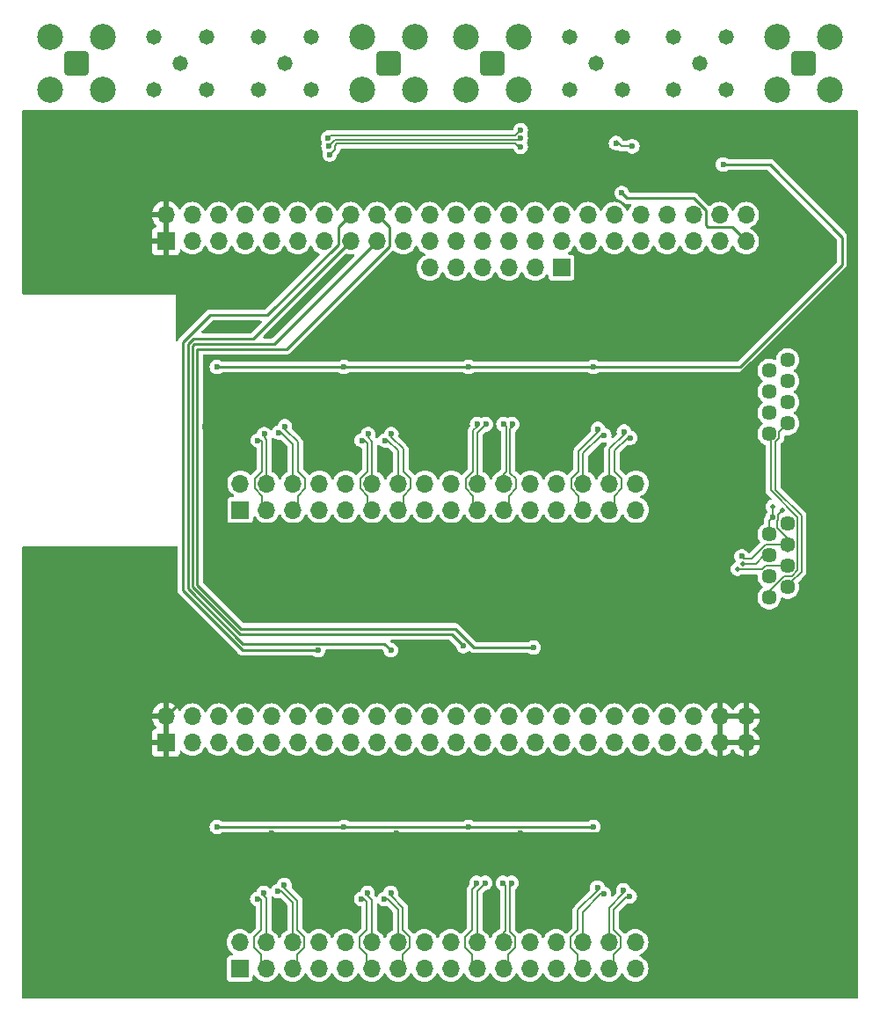
<source format=gbr>
%TF.GenerationSoftware,KiCad,Pcbnew,8.0.5-dirty*%
%TF.CreationDate,2024-10-02T03:35:21-04:00*%
%TF.ProjectId,LVDS_BeagleVFire_Cape,4c564453-5f42-4656-9167-6c6556466972,1*%
%TF.SameCoordinates,Original*%
%TF.FileFunction,Copper,L2,Bot*%
%TF.FilePolarity,Positive*%
%FSLAX46Y46*%
G04 Gerber Fmt 4.6, Leading zero omitted, Abs format (unit mm)*
G04 Created by KiCad (PCBNEW 8.0.5-dirty) date 2024-10-02 03:35:21*
%MOMM*%
%LPD*%
G01*
G04 APERTURE LIST*
G04 Aperture macros list*
%AMRoundRect*
0 Rectangle with rounded corners*
0 $1 Rounding radius*
0 $2 $3 $4 $5 $6 $7 $8 $9 X,Y pos of 4 corners*
0 Add a 4 corners polygon primitive as box body*
4,1,4,$2,$3,$4,$5,$6,$7,$8,$9,$2,$3,0*
0 Add four circle primitives for the rounded corners*
1,1,$1+$1,$2,$3*
1,1,$1+$1,$4,$5*
1,1,$1+$1,$6,$7*
1,1,$1+$1,$8,$9*
0 Add four rect primitives between the rounded corners*
20,1,$1+$1,$2,$3,$4,$5,0*
20,1,$1+$1,$4,$5,$6,$7,0*
20,1,$1+$1,$6,$7,$8,$9,0*
20,1,$1+$1,$8,$9,$2,$3,0*%
G04 Aperture macros list end*
%TA.AperFunction,ComponentPad*%
%ADD10C,2.500000*%
%TD*%
%TA.AperFunction,ComponentPad*%
%ADD11RoundRect,0.200100X-0.949900X-0.949900X0.949900X-0.949900X0.949900X0.949900X-0.949900X0.949900X0*%
%TD*%
%TA.AperFunction,ComponentPad*%
%ADD12R,1.700000X1.700000*%
%TD*%
%TA.AperFunction,ComponentPad*%
%ADD13O,1.700000X1.700000*%
%TD*%
%TA.AperFunction,ComponentPad*%
%ADD14C,1.473200*%
%TD*%
%TA.AperFunction,ComponentPad*%
%ADD15C,1.448000*%
%TD*%
%TA.AperFunction,ViaPad*%
%ADD16C,0.600000*%
%TD*%
%TA.AperFunction,ViaPad*%
%ADD17C,0.500000*%
%TD*%
%TA.AperFunction,Conductor*%
%ADD18C,0.200000*%
%TD*%
%TA.AperFunction,Conductor*%
%ADD19C,0.250000*%
%TD*%
G04 APERTURE END LIST*
D10*
%TO.P,J9,2,Ext*%
%TO.N,/Trigger Interface/NIM1+*%
X127790000Y-62540000D03*
X127790000Y-57460000D03*
X122710000Y-62540000D03*
X122710000Y-57460000D03*
D11*
%TO.P,J9,1,In*%
%TO.N,/Trigger Interface/NIM1-*%
X125250000Y-60000000D03*
%TD*%
D10*
%TO.P,J12,2,Ext*%
%TO.N,/Trigger Interface/NIM4+*%
X57790000Y-62540000D03*
X57790000Y-57460000D03*
X52710000Y-62540000D03*
X52710000Y-57460000D03*
D11*
%TO.P,J12,1,In*%
%TO.N,/Trigger Interface/NIM4-*%
X55250000Y-60000000D03*
%TD*%
%TO.P,J11,1,In*%
%TO.N,/Trigger Interface/NIM3-*%
X85250000Y-60000000D03*
D10*
%TO.P,J11,2,Ext*%
%TO.N,/Trigger Interface/NIM3+*%
X82710000Y-57460000D03*
X82710000Y-62540000D03*
X87790000Y-57460000D03*
X87790000Y-62540000D03*
%TD*%
%TO.P,J10,2,Ext*%
%TO.N,/Trigger Interface/NIM2+*%
X97790000Y-62540000D03*
X97790000Y-57460000D03*
X92710000Y-62540000D03*
X92710000Y-57460000D03*
D11*
%TO.P,J10,1,In*%
%TO.N,/Trigger Interface/NIM2-*%
X95250000Y-60000000D03*
%TD*%
D12*
%TO.P,P2,1,Pin_1*%
%TO.N,GND*%
X63830000Y-77145000D03*
D13*
%TO.P,P2,2,Pin_2*%
X63830000Y-74605000D03*
%TO.P,P2,3,Pin_3*%
%TO.N,/B0_HSIO6N*%
X66370000Y-77145000D03*
%TO.P,P2,4,Pin_4*%
%TO.N,/B0_HSIO6P*%
X66370000Y-74605000D03*
%TO.P,P2,5,Pin_5*%
%TO.N,/B0_HSIO12N*%
X68910000Y-77145000D03*
%TO.P,P2,6,Pin_6*%
%TO.N,/B0_HSIO12P*%
X68910000Y-74605000D03*
%TO.P,P2,7,Pin_7*%
%TO.N,/B0_HSIO30N*%
X71450000Y-77145000D03*
%TO.P,P2,8,Pin_8*%
%TO.N,/B0_HSIO30P*%
X71450000Y-74605000D03*
%TO.P,P2,9,Pin_9*%
%TO.N,/B0_HSIO8N*%
X73990000Y-77145000D03*
%TO.P,P2,10,Pin_10*%
%TO.N,/B0_HSIO8P*%
X73990000Y-74605000D03*
%TO.P,P2,11,Pin_11*%
%TO.N,/B0_HSIO7N*%
X76530000Y-77145000D03*
%TO.P,P2,12,Pin_12*%
%TO.N,/B0_HSIO7P*%
X76530000Y-74605000D03*
%TO.P,P2,13,Pin_13*%
%TO.N,/B1_GPIO47N*%
X79070000Y-77145000D03*
%TO.P,P2,14,Pin_14*%
%TO.N,/B1_GPIO47P*%
X79070000Y-74605000D03*
%TO.P,P2,15,Pin_15*%
%TO.N,/TS_BUS_SEL1*%
X81610000Y-77145000D03*
%TO.P,P2,16,Pin_16*%
%TO.N,/TS_BUS_SEL0*%
X81610000Y-74605000D03*
%TO.P,P2,17,Pin_17*%
%TO.N,/TS_BUS_SEL2*%
X84150000Y-77145000D03*
%TO.P,P2,18,Pin_18*%
%TO.N,/TS_BUS_SEL3*%
X84150000Y-74605000D03*
%TO.P,P2,19,Pin_19*%
%TO.N,/B0_HSIO19N*%
X86690000Y-77145000D03*
%TO.P,P2,20,Pin_20*%
%TO.N,/B0_HSIO15N*%
X86690000Y-74605000D03*
%TO.P,P2,21,Pin_21*%
%TO.N,/B0_HSIO9P*%
X89230000Y-77145000D03*
%TO.P,P2,22,Pin_22*%
%TO.N,/B0_HSIO9N*%
X89230000Y-74605000D03*
%TO.P,P2,23,Pin_23*%
%TO.N,/B0_HSIO18P*%
X91770000Y-77145000D03*
%TO.P,P2,24,Pin_24*%
%TO.N,/B0_HSIO18N*%
X91770000Y-74605000D03*
%TO.P,P2,25,Pin_25*%
%TO.N,/B0_HSIO16P*%
X94310000Y-77145000D03*
%TO.P,P2,26,Pin_26*%
%TO.N,/B1_GPIO49N*%
X94310000Y-74605000D03*
%TO.P,P2,27,Pin_27*%
%TO.N,/D17*%
X96850000Y-77145000D03*
%TO.P,P2,28,Pin_28*%
%TO.N,/D16*%
X96850000Y-74605000D03*
%TO.P,P2,29,Pin_29*%
%TO.N,/D19*%
X99390000Y-77145000D03*
%TO.P,P2,30,Pin_30*%
%TO.N,/D18*%
X99390000Y-74605000D03*
%TO.P,P2,31,Pin_31*%
%TO.N,/D21*%
X101930000Y-77145000D03*
%TO.P,P2,32,Pin_32*%
%TO.N,/D20*%
X101930000Y-74605000D03*
%TO.P,P2,33,Pin_33*%
%TO.N,/D23*%
X104470000Y-77145000D03*
%TO.P,P2,34,Pin_34*%
%TO.N,/D22*%
X104470000Y-74605000D03*
%TO.P,P2,35,Pin_35*%
%TO.N,/D25*%
X107010000Y-77145000D03*
%TO.P,P2,36,Pin_36*%
%TO.N,/D24*%
X107010000Y-74605000D03*
%TO.P,P2,37,Pin_37*%
%TO.N,/D27*%
X109550000Y-77145000D03*
%TO.P,P2,38,Pin_38*%
%TO.N,/D26*%
X109550000Y-74605000D03*
%TO.P,P2,39,Pin_39*%
%TO.N,/D29*%
X112090000Y-77145000D03*
%TO.P,P2,40,Pin_40*%
%TO.N,/D28*%
X112090000Y-74605000D03*
%TO.P,P2,41,Pin_41*%
%TO.N,/D31*%
X114630000Y-77145000D03*
%TO.P,P2,42,Pin_42*%
%TO.N,/D30*%
X114630000Y-74605000D03*
%TO.P,P2,43,Pin_43*%
%TO.N,/NIM0*%
X117170000Y-77145000D03*
%TO.P,P2,44,Pin_44*%
%TO.N,/NIM1*%
X117170000Y-74605000D03*
%TO.P,P2,45,Pin_45*%
%TO.N,/NIM2*%
X119710000Y-77145000D03*
%TO.P,P2,46,Pin_46*%
%TO.N,/NIM3*%
X119710000Y-74605000D03*
%TD*%
D12*
%TO.P,P1,1,Pin_1*%
%TO.N,GND*%
X63830000Y-125405000D03*
D13*
%TO.P,P1,2,Pin_2*%
X63830000Y-122865000D03*
%TO.P,P1,3,Pin_3*%
%TO.N,+3V3*%
X66370000Y-125405000D03*
%TO.P,P1,4,Pin_4*%
X66370000Y-122865000D03*
%TO.P,P1,5,Pin_5*%
%TO.N,+5V*%
X68910000Y-125405000D03*
%TO.P,P1,6,Pin_6*%
X68910000Y-122865000D03*
%TO.P,P1,7,Pin_7*%
%TO.N,VBUS*%
X71450000Y-125405000D03*
%TO.P,P1,8,Pin_8*%
X71450000Y-122865000D03*
%TO.P,P1,9,Pin_9*%
%TO.N,unconnected-(P1-Pin_9-Pad9)*%
X73990000Y-125405000D03*
%TO.P,P1,10,Pin_10*%
%TO.N,/~{SYS_RESET}*%
X73990000Y-122865000D03*
%TO.P,P1,11,Pin_11*%
%TO.N,/D1*%
X76530000Y-125405000D03*
%TO.P,P1,12,Pin_12*%
%TO.N,/D0*%
X76530000Y-122865000D03*
%TO.P,P1,13,Pin_13*%
%TO.N,/D3*%
X79070000Y-125405000D03*
%TO.P,P1,14,Pin_14*%
%TO.N,/D2*%
X79070000Y-122865000D03*
%TO.P,P1,15,Pin_15*%
%TO.N,/D5*%
X81610000Y-125405000D03*
%TO.P,P1,16,Pin_16*%
%TO.N,/D4*%
X81610000Y-122865000D03*
%TO.P,P1,17,Pin_17*%
%TO.N,/D7*%
X84150000Y-125405000D03*
%TO.P,P1,18,Pin_18*%
%TO.N,/D6*%
X84150000Y-122865000D03*
%TO.P,P1,19,Pin_19*%
%TO.N,/Fabric_I2C0_SDL*%
X86690000Y-125405000D03*
%TO.P,P1,20,Pin_20*%
%TO.N,/Fabric_I2C0_SDA*%
X86690000Y-122865000D03*
%TO.P,P1,21,Pin_21*%
%TO.N,/D9*%
X89230000Y-125405000D03*
%TO.P,P1,22,Pin_22*%
%TO.N,/D8*%
X89230000Y-122865000D03*
%TO.P,P1,23,Pin_23*%
%TO.N,/D11*%
X91770000Y-125405000D03*
%TO.P,P1,24,Pin_24*%
%TO.N,/D10*%
X91770000Y-122865000D03*
%TO.P,P1,25,Pin_25*%
%TO.N,/D13*%
X94310000Y-125405000D03*
%TO.P,P1,26,Pin_26*%
%TO.N,/D12*%
X94310000Y-122865000D03*
%TO.P,P1,27,Pin_27*%
%TO.N,/D15*%
X96850000Y-125405000D03*
%TO.P,P1,28,Pin_28*%
%TO.N,/D14*%
X96850000Y-122865000D03*
%TO.P,P1,29,Pin_29*%
%TO.N,/TS_BUS0*%
X99390000Y-125405000D03*
%TO.P,P1,30,Pin_30*%
%TO.N,/TS_BUS1*%
X99390000Y-122865000D03*
%TO.P,P1,31,Pin_31*%
%TO.N,/B1_GPIO4N*%
X101930000Y-125405000D03*
%TO.P,P1,32,Pin_32*%
%TO.N,+1V8*%
X101930000Y-122865000D03*
%TO.P,P1,33,Pin_33*%
%TO.N,/AIN4*%
X104470000Y-125405000D03*
%TO.P,P1,34,Pin_34*%
%TO.N,GNDA*%
X104470000Y-122865000D03*
%TO.P,P1,35,Pin_35*%
%TO.N,/AIN6*%
X107010000Y-125405000D03*
%TO.P,P1,36,Pin_36*%
%TO.N,/AIN5*%
X107010000Y-122865000D03*
%TO.P,P1,37,Pin_37*%
%TO.N,/AIN2*%
X109550000Y-125405000D03*
%TO.P,P1,38,Pin_38*%
%TO.N,/AIN3*%
X109550000Y-122865000D03*
%TO.P,P1,39,Pin_39*%
%TO.N,/AIN0*%
X112090000Y-125405000D03*
%TO.P,P1,40,Pin_40*%
%TO.N,/AIN1*%
X112090000Y-122865000D03*
%TO.P,P1,41,Pin_41*%
%TO.N,/TS_BUS3*%
X114630000Y-125405000D03*
%TO.P,P1,42,Pin_42*%
%TO.N,/TS_BUS2*%
X114630000Y-122865000D03*
%TO.P,P1,43,Pin_43*%
%TO.N,GND*%
X117170000Y-125405000D03*
%TO.P,P1,44,Pin_44*%
X117170000Y-122865000D03*
%TO.P,P1,45,Pin_45*%
X119710000Y-125405000D03*
%TO.P,P1,46,Pin_46*%
X119710000Y-122865000D03*
%TD*%
%TO.P,J1,32,Pin_32*%
%TO.N,/Discriminator Inputs/Port A/In15-*%
X109045000Y-144597800D03*
%TO.P,J1,31,Pin_31*%
%TO.N,/Discriminator Inputs/Port A/In15+*%
X109045000Y-147137800D03*
%TO.P,J1,30,Pin_30*%
%TO.N,/Discriminator Inputs/Port A/In14-*%
X106505000Y-144597800D03*
%TO.P,J1,29,Pin_29*%
%TO.N,/Discriminator Inputs/Port A/In14+*%
X106505000Y-147137800D03*
%TO.P,J1,28,Pin_28*%
%TO.N,/Discriminator Inputs/Port A/In13-*%
X103965000Y-144597800D03*
%TO.P,J1,27,Pin_27*%
%TO.N,/Discriminator Inputs/Port A/In13+*%
X103965000Y-147137800D03*
%TO.P,J1,26,Pin_26*%
%TO.N,/Discriminator Inputs/Port A/In12-*%
X101425000Y-144597800D03*
%TO.P,J1,25,Pin_25*%
%TO.N,/Discriminator Inputs/Port A/In12+*%
X101425000Y-147137800D03*
%TO.P,J1,24,Pin_24*%
%TO.N,/Discriminator Inputs/Port A/In11-*%
X98885000Y-144597800D03*
%TO.P,J1,23,Pin_23*%
%TO.N,/Discriminator Inputs/Port A/In11+*%
X98885000Y-147137800D03*
%TO.P,J1,22,Pin_22*%
%TO.N,/Discriminator Inputs/Port A/In10-*%
X96345000Y-144597800D03*
%TO.P,J1,21,Pin_21*%
%TO.N,/Discriminator Inputs/Port A/In10+*%
X96345000Y-147137800D03*
%TO.P,J1,20,Pin_20*%
%TO.N,/Discriminator Inputs/Port A/In9-*%
X93805000Y-144597800D03*
%TO.P,J1,19,Pin_19*%
%TO.N,/Discriminator Inputs/Port A/In9+*%
X93805000Y-147137800D03*
%TO.P,J1,18,Pin_18*%
%TO.N,/Discriminator Inputs/Port A/In8-*%
X91265000Y-144597800D03*
%TO.P,J1,17,Pin_17*%
%TO.N,/Discriminator Inputs/Port A/In8+*%
X91265000Y-147137800D03*
%TO.P,J1,16,Pin_16*%
%TO.N,/Discriminator Inputs/Port A/In7-*%
X88725000Y-144597800D03*
%TO.P,J1,15,Pin_15*%
%TO.N,/Discriminator Inputs/Port A/In7+*%
X88725000Y-147137800D03*
%TO.P,J1,14,Pin_14*%
%TO.N,/Discriminator Inputs/Port A/In6-*%
X86185000Y-144597800D03*
%TO.P,J1,13,Pin_13*%
%TO.N,/Discriminator Inputs/Port A/In6+*%
X86185000Y-147137800D03*
%TO.P,J1,12,Pin_12*%
%TO.N,/Discriminator Inputs/Port A/In5-*%
X83645000Y-144597800D03*
%TO.P,J1,11,Pin_11*%
%TO.N,/Discriminator Inputs/Port A/In5+*%
X83645000Y-147137800D03*
%TO.P,J1,10,Pin_10*%
%TO.N,/Discriminator Inputs/Port A/In4-*%
X81105000Y-144597800D03*
%TO.P,J1,9,Pin_9*%
%TO.N,/Discriminator Inputs/Port A/In4+*%
X81105000Y-147137800D03*
%TO.P,J1,8,Pin_8*%
%TO.N,/Discriminator Inputs/Port A/In3-*%
X78565000Y-144597800D03*
%TO.P,J1,7,Pin_7*%
%TO.N,/Discriminator Inputs/Port A/In3+*%
X78565000Y-147137800D03*
%TO.P,J1,6,Pin_6*%
%TO.N,/Discriminator Inputs/Port A/In2-*%
X76025000Y-144597800D03*
%TO.P,J1,5,Pin_5*%
%TO.N,/Discriminator Inputs/Port A/In2+*%
X76025000Y-147137800D03*
%TO.P,J1,4,Pin_4*%
%TO.N,/Discriminator Inputs/Port A/In1-*%
X73485000Y-144597800D03*
%TO.P,J1,3,Pin_3*%
%TO.N,/Discriminator Inputs/Port A/In1+*%
X73485000Y-147137800D03*
%TO.P,J1,2,Pin_2*%
%TO.N,/Discriminator Inputs/Port A/In0-*%
X70945000Y-144597800D03*
D12*
%TO.P,J1,1,Pin_1*%
%TO.N,/Discriminator Inputs/Port A/In0+*%
X70945000Y-147137800D03*
%TD*%
D14*
%TO.P,J7,1,In*%
%TO.N,/Trigger Interface/NIM4-*%
X65250000Y-60000000D03*
%TO.P,J7,2,Ext*%
%TO.N,/Trigger Interface/NIM4+*%
X62710000Y-57460000D03*
X62710000Y-62540000D03*
X67790000Y-57460000D03*
X67790000Y-62540000D03*
%TD*%
%TO.P,J6,1,In*%
%TO.N,/Trigger Interface/NIM3-*%
X75250000Y-60000000D03*
%TO.P,J6,2,Ext*%
%TO.N,/Trigger Interface/NIM3+*%
X72710000Y-57460000D03*
X72710000Y-62540000D03*
X77790000Y-57460000D03*
X77790000Y-62540000D03*
%TD*%
%TO.P,J5,2,Ext*%
%TO.N,/Trigger Interface/NIM2+*%
X107790000Y-62540000D03*
X107790000Y-57460000D03*
X102710000Y-62540000D03*
X102710000Y-57460000D03*
%TO.P,J5,1,In*%
%TO.N,/Trigger Interface/NIM2-*%
X105250000Y-60000000D03*
%TD*%
D15*
%TO.P,J3,2_8,2_8*%
%TO.N,/Trigger Interface/D4-*%
X121930000Y-95685000D03*
%TO.P,J3,2_7,2_7*%
%TO.N,/Trigger Interface/D4+*%
X123710000Y-94669000D03*
%TO.P,J3,2_6,2_6*%
%TO.N,/Trigger Interface/D2-*%
X121930000Y-93653000D03*
%TO.P,J3,2_5,2_5*%
%TO.N,/Trigger Interface/D3+*%
X123710000Y-92637000D03*
%TO.P,J3,2_4,2_4*%
%TO.N,/Trigger Interface/D3-*%
X121930000Y-91621000D03*
%TO.P,J3,2_3,2_3*%
%TO.N,/Trigger Interface/D2+*%
X123710000Y-90605000D03*
%TO.P,J3,2_2,2_2*%
%TO.N,/Trigger Interface/D1-*%
X121930000Y-89589000D03*
%TO.P,J3,2_1,2_1*%
%TO.N,/Trigger Interface/D1+*%
X123710000Y-88573000D03*
%TO.P,J3,1_8,1_8*%
%TO.N,/Trigger Interface/D4-*%
X121930000Y-111435000D03*
%TO.P,J3,1_7,1_7*%
%TO.N,/Trigger Interface/D4+*%
X123710000Y-110419000D03*
%TO.P,J3,1_6,1_6*%
%TO.N,/Trigger Interface/D2-*%
X121930000Y-109403000D03*
%TO.P,J3,1_5,1_5*%
%TO.N,/Trigger Interface/D3+*%
X123710000Y-108387000D03*
%TO.P,J3,1_4,1_4*%
%TO.N,/Trigger Interface/D3-*%
X121930000Y-107371000D03*
%TO.P,J3,1_3,1_3*%
%TO.N,/Trigger Interface/D2+*%
X123710000Y-106355000D03*
%TO.P,J3,1_2,1_2*%
%TO.N,/Trigger Interface/D1-*%
X121930000Y-105339000D03*
%TO.P,J3,1_1,1_1*%
%TO.N,/Trigger Interface/D1+*%
X123710000Y-104323000D03*
%TD*%
D12*
%TO.P,J8,1,Pin_1*%
%TO.N,GNDX*%
X101930000Y-79685000D03*
D13*
%TO.P,J8,2,Pin_2*%
%TO.N,unconnected-(J8-Pin_2-Pad2)*%
X99390000Y-79685000D03*
%TO.P,J8,3,Pin_3*%
%TO.N,unconnected-(J8-Pin_3-Pad3)*%
X96850000Y-79685000D03*
%TO.P,J8,4,Pin_4*%
%TO.N,/RXD*%
X94310000Y-79685000D03*
%TO.P,J8,5,Pin_5*%
%TO.N,/TXD*%
X91770000Y-79685000D03*
%TO.P,J8,6,Pin_6*%
%TO.N,unconnected-(J8-Pin_6-Pad6)*%
X89230000Y-79685000D03*
%TD*%
D14*
%TO.P,J4,1,In*%
%TO.N,/Trigger Interface/NIM1-*%
X115250000Y-60000000D03*
%TO.P,J4,2,Ext*%
%TO.N,/Trigger Interface/NIM1+*%
X112710000Y-57460000D03*
X112710000Y-62540000D03*
X117790000Y-57460000D03*
X117790000Y-62540000D03*
%TD*%
D13*
%TO.P,J2,32,Pin_32*%
%TO.N,/Discriminator Inputs/Port B/In15-*%
X109100000Y-100460000D03*
%TO.P,J2,31,Pin_31*%
%TO.N,/Discriminator Inputs/Port B/In15+*%
X109100000Y-103000000D03*
%TO.P,J2,30,Pin_30*%
%TO.N,/Discriminator Inputs/Port B/In14-*%
X106560000Y-100460000D03*
%TO.P,J2,29,Pin_29*%
%TO.N,/Discriminator Inputs/Port B/In14+*%
X106560000Y-103000000D03*
%TO.P,J2,28,Pin_28*%
%TO.N,/Discriminator Inputs/Port B/In13-*%
X104020000Y-100460000D03*
%TO.P,J2,27,Pin_27*%
%TO.N,/Discriminator Inputs/Port B/In13+*%
X104020000Y-103000000D03*
%TO.P,J2,26,Pin_26*%
%TO.N,/Discriminator Inputs/Port B/In12-*%
X101480000Y-100460000D03*
%TO.P,J2,25,Pin_25*%
%TO.N,/Discriminator Inputs/Port B/In12+*%
X101480000Y-103000000D03*
%TO.P,J2,24,Pin_24*%
%TO.N,/Discriminator Inputs/Port B/In11-*%
X98940000Y-100460000D03*
%TO.P,J2,23,Pin_23*%
%TO.N,/Discriminator Inputs/Port B/In11+*%
X98940000Y-103000000D03*
%TO.P,J2,22,Pin_22*%
%TO.N,/Discriminator Inputs/Port B/In10-*%
X96400000Y-100460000D03*
%TO.P,J2,21,Pin_21*%
%TO.N,/Discriminator Inputs/Port B/In10+*%
X96400000Y-103000000D03*
%TO.P,J2,20,Pin_20*%
%TO.N,/Discriminator Inputs/Port B/In9-*%
X93860000Y-100460000D03*
%TO.P,J2,19,Pin_19*%
%TO.N,/Discriminator Inputs/Port B/In9+*%
X93860000Y-103000000D03*
%TO.P,J2,18,Pin_18*%
%TO.N,/Discriminator Inputs/Port B/In8-*%
X91320000Y-100460000D03*
%TO.P,J2,17,Pin_17*%
%TO.N,/Discriminator Inputs/Port B/In8+*%
X91320000Y-103000000D03*
%TO.P,J2,16,Pin_16*%
%TO.N,/Discriminator Inputs/Port B/In7-*%
X88780000Y-100460000D03*
%TO.P,J2,15,Pin_15*%
%TO.N,/Discriminator Inputs/Port B/In7+*%
X88780000Y-103000000D03*
%TO.P,J2,14,Pin_14*%
%TO.N,/Discriminator Inputs/Port B/In6-*%
X86240000Y-100460000D03*
%TO.P,J2,13,Pin_13*%
%TO.N,/Discriminator Inputs/Port B/In6+*%
X86240000Y-103000000D03*
%TO.P,J2,12,Pin_12*%
%TO.N,/Discriminator Inputs/Port B/In5-*%
X83700000Y-100460000D03*
%TO.P,J2,11,Pin_11*%
%TO.N,/Discriminator Inputs/Port B/In5+*%
X83700000Y-103000000D03*
%TO.P,J2,10,Pin_10*%
%TO.N,/Discriminator Inputs/Port B/In4-*%
X81160000Y-100460000D03*
%TO.P,J2,9,Pin_9*%
%TO.N,/Discriminator Inputs/Port B/In4+*%
X81160000Y-103000000D03*
%TO.P,J2,8,Pin_8*%
%TO.N,/Discriminator Inputs/Port B/In3-*%
X78620000Y-100460000D03*
%TO.P,J2,7,Pin_7*%
%TO.N,/Discriminator Inputs/Port B/In3+*%
X78620000Y-103000000D03*
%TO.P,J2,6,Pin_6*%
%TO.N,/Discriminator Inputs/Port B/In2-*%
X76080000Y-100460000D03*
%TO.P,J2,5,Pin_5*%
%TO.N,/Discriminator Inputs/Port B/In2+*%
X76080000Y-103000000D03*
%TO.P,J2,4,Pin_4*%
%TO.N,/Discriminator Inputs/Port B/In1-*%
X73540000Y-100460000D03*
%TO.P,J2,3,Pin_3*%
%TO.N,/Discriminator Inputs/Port B/In1+*%
X73540000Y-103000000D03*
%TO.P,J2,2,Pin_2*%
%TO.N,/Discriminator Inputs/Port B/In0-*%
X71000000Y-100460000D03*
D12*
%TO.P,J2,1,Pin_1*%
%TO.N,/Discriminator Inputs/Port B/In0+*%
X71000000Y-103000000D03*
%TD*%
D16*
%TO.N,GND*%
X69000000Y-85000000D03*
X80500000Y-79500000D03*
X72500000Y-94250000D03*
X74750000Y-97500000D03*
X105500000Y-98000000D03*
X110000000Y-95000000D03*
X96000000Y-65500000D03*
X72500000Y-138500000D03*
X74750000Y-141750000D03*
X84750000Y-142250000D03*
X95250000Y-141250000D03*
X105750000Y-115750000D03*
X88500000Y-129000000D03*
X83000000Y-128000000D03*
X73500000Y-129000000D03*
X70000000Y-128250000D03*
X68000000Y-128000000D03*
X77500000Y-142250000D03*
X87250000Y-139500000D03*
X97750000Y-141500000D03*
X109750000Y-139250000D03*
X123000000Y-139750000D03*
X128500000Y-100750000D03*
X121000000Y-99750000D03*
X123500000Y-99250000D03*
X114000000Y-96750000D03*
X84750000Y-98000000D03*
X90500000Y-97250000D03*
X95000000Y-97250000D03*
X97750000Y-97500000D03*
X77500000Y-98000000D03*
X79500000Y-95500000D03*
X87000000Y-95250000D03*
X77500000Y-87750000D03*
X73250000Y-83250000D03*
X71250000Y-81750000D03*
X52250000Y-76750000D03*
X61000000Y-71000000D03*
X66500000Y-65750000D03*
X55250000Y-65750000D03*
D17*
%TO.N,/Trigger Interface/D2+*%
X123250000Y-103000000D03*
%TO.N,/Trigger Interface/D1-*%
X122250000Y-102665000D03*
%TO.N,/Trigger Interface/D3-*%
X119389298Y-108157855D03*
%TO.N,/Trigger Interface/D3+*%
X118858966Y-108688187D03*
D16*
%TO.N,/Trigger Interface/D2+*%
X119279402Y-107466535D03*
%TO.N,/Trigger Interface/D1-*%
X122250000Y-103715000D03*
%TO.N,GND*%
X82000000Y-109500000D03*
X89000000Y-109500000D03*
X96000000Y-109500000D03*
X75000000Y-109500000D03*
%TO.N,/TS_BUS_SEL3*%
X99250000Y-116250000D03*
%TO.N,/TS_BUS_SEL2*%
X92500000Y-116099999D03*
%TO.N,/TS_BUS_SEL0*%
X78500000Y-116500000D03*
%TO.N,GND*%
X67585000Y-119110000D03*
X67585000Y-95000000D03*
%TO.N,/TS_BUS_SEL1*%
X85500000Y-116500000D03*
%TO.N,/NIM2*%
X107750000Y-72500000D03*
%TO.N,GND*%
X123250000Y-69250000D03*
%TO.N,+3V3*%
X117500000Y-69750000D03*
%TO.N,/Trigger Interface/NIM4+*%
X98000000Y-68050003D03*
X79604203Y-68793187D03*
%TO.N,/Trigger Interface/NIM3+*%
X107192135Y-67692135D03*
X108750000Y-68000000D03*
%TO.N,/Trigger Interface/NIM4+*%
X79475737Y-67175734D03*
X98000000Y-66449997D03*
%TO.N,/Trigger Interface/NIM4-*%
X79500000Y-68000000D03*
X98000000Y-67250000D03*
%TO.N,GND*%
X90250000Y-65750000D03*
X86000000Y-90000000D03*
X98000000Y-90000000D03*
X110000000Y-90000000D03*
X74000000Y-90000000D03*
%TO.N,+3V3*%
X93000000Y-89250000D03*
X81000000Y-89250000D03*
X105000000Y-89250000D03*
X68750000Y-89250000D03*
%TO.N,GND*%
X98000000Y-134125000D03*
X86000000Y-134125000D03*
X74000000Y-134125000D03*
%TO.N,+3V3*%
X68750000Y-133500000D03*
X81000000Y-133500000D03*
X93000000Y-133500000D03*
X105000000Y-133500000D03*
%TO.N,GND*%
X110000000Y-134250000D03*
%TO.N,/Discriminator Inputs/Port B/In14+*%
X108550521Y-96050521D03*
%TO.N,/Discriminator Inputs/Port B/In13+*%
X105449479Y-95199479D03*
%TO.N,/Discriminator Inputs/Port B/In13-*%
X106050521Y-95800521D03*
%TO.N,/Discriminator Inputs/Port B/In14-*%
X107949479Y-95449479D03*
%TO.N,/Discriminator Inputs/Port B/In10+*%
X97195000Y-94750000D03*
%TO.N,/Discriminator Inputs/Port B/In10-*%
X96345000Y-94750000D03*
%TO.N,/Discriminator Inputs/Port B/In9+*%
X93805000Y-94750000D03*
%TO.N,/Discriminator Inputs/Port B/In9-*%
X94655000Y-94750000D03*
%TO.N,/Discriminator Inputs/Port B/In6-*%
X84949479Y-96300521D03*
%TO.N,/Discriminator Inputs/Port B/In5-*%
X83300521Y-95699479D03*
%TO.N,/Discriminator Inputs/Port B/In5+*%
X82699479Y-96300521D03*
%TO.N,/Discriminator Inputs/Port B/In6+*%
X85550521Y-95699479D03*
%TO.N,/Discriminator Inputs/Port B/In1+*%
X72699479Y-96300521D03*
%TO.N,/Discriminator Inputs/Port B/In2+*%
X75300521Y-94949479D03*
%TO.N,/Discriminator Inputs/Port B/In1-*%
X73300521Y-95699479D03*
%TO.N,/Discriminator Inputs/Port B/In2-*%
X74699479Y-95550521D03*
%TO.N,/Discriminator Inputs/Port A/In13-*%
X105995521Y-139938321D03*
%TO.N,/Discriminator Inputs/Port A/In14-*%
X107894479Y-139587279D03*
%TO.N,/Discriminator Inputs/Port A/In14+*%
X108495521Y-140188321D03*
%TO.N,/Discriminator Inputs/Port A/In13+*%
X105394479Y-139337279D03*
%TO.N,/Discriminator Inputs/Port A/In10-*%
X96290000Y-138887800D03*
%TO.N,/Discriminator Inputs/Port A/In10+*%
X97140000Y-138887800D03*
%TO.N,/Discriminator Inputs/Port A/In9-*%
X94600000Y-138887800D03*
%TO.N,/Discriminator Inputs/Port A/In9+*%
X93750000Y-138887800D03*
%TO.N,/Discriminator Inputs/Port A/In5-*%
X83245521Y-139837279D03*
%TO.N,/Discriminator Inputs/Port A/In6-*%
X84894479Y-140438321D03*
%TO.N,/Discriminator Inputs/Port A/In5+*%
X82644479Y-140438321D03*
%TO.N,/Discriminator Inputs/Port A/In6+*%
X85495521Y-139837279D03*
%TO.N,/Discriminator Inputs/Port A/In2+*%
X75245521Y-139087279D03*
%TO.N,/Discriminator Inputs/Port A/In1-*%
X73245521Y-139837279D03*
%TO.N,/Discriminator Inputs/Port A/In1+*%
X72644479Y-140438321D03*
%TO.N,/Discriminator Inputs/Port A/In2-*%
X74644479Y-139688321D03*
%TD*%
D18*
%TO.N,/Trigger Interface/D2+*%
X122800000Y-103450000D02*
X123250000Y-103000000D01*
X122800000Y-103942818D02*
X122800000Y-103450000D01*
X122736000Y-104006818D02*
X122800000Y-103942818D01*
X123710000Y-105700445D02*
X122736000Y-104726445D01*
X122736000Y-104726445D02*
X122736000Y-104006818D01*
X123710000Y-106355000D02*
X123710000Y-105700445D01*
%TO.N,/Trigger Interface/D1-*%
X122250000Y-102665000D02*
X122250000Y-103715000D01*
%TO.N,/Trigger Interface/D4+*%
X123710000Y-94669000D02*
X122904000Y-95475000D01*
X122904000Y-95475000D02*
X122904000Y-96088445D01*
X122904000Y-96088445D02*
X122537001Y-96455444D01*
X122537001Y-96455444D02*
X122537001Y-101037001D01*
X122537001Y-101037001D02*
X125034000Y-103534000D01*
X125034000Y-103534000D02*
X125034000Y-108935420D01*
X124009420Y-109960000D02*
X123710000Y-109960000D01*
X125034000Y-108935420D02*
X124009420Y-109960000D01*
%TO.N,/Trigger Interface/D4-*%
X121930000Y-95685000D02*
X122086999Y-95841999D01*
X122086999Y-95841999D02*
X122086999Y-101081973D01*
X122086999Y-101081973D02*
X124684000Y-103678974D01*
X124113445Y-109361000D02*
X123389000Y-109361000D01*
X124684000Y-103678974D02*
X124684000Y-108790445D01*
X123389000Y-109361000D02*
X121930000Y-110820000D01*
X124684000Y-108790445D02*
X124113445Y-109361000D01*
X121930000Y-110820000D02*
X121930000Y-111435000D01*
%TO.N,/Trigger Interface/D3+*%
X123710000Y-108387000D02*
X121568555Y-108387000D01*
X121568555Y-108387000D02*
X121267368Y-108688187D01*
X121267368Y-108688187D02*
X118858966Y-108688187D01*
%TO.N,/Trigger Interface/D2+*%
X119279402Y-107466535D02*
X119470722Y-107657855D01*
X119470722Y-107657855D02*
X120265700Y-107657855D01*
X120265700Y-107657855D02*
X121568555Y-106355000D01*
X121568555Y-106355000D02*
X123710000Y-106355000D01*
%TO.N,/Trigger Interface/D3-*%
X119389298Y-108157855D02*
X120671063Y-108157855D01*
X120671063Y-108157855D02*
X121457918Y-107371000D01*
X121457918Y-107371000D02*
X121930000Y-107371000D01*
%TO.N,/Trigger Interface/D2+*%
X123710000Y-107040000D02*
X123710000Y-106355000D01*
%TO.N,/Trigger Interface/D1-*%
X122250000Y-103715000D02*
X121930000Y-104035000D01*
X121930000Y-104035000D02*
X121930000Y-105339000D01*
D19*
%TO.N,GND*%
X82000000Y-109500000D02*
X89000000Y-109500000D01*
X89000000Y-109500000D02*
X96000000Y-109500000D01*
X75000000Y-109500000D02*
X82000000Y-109500000D01*
%TO.N,/TS_BUS_SEL3*%
X66850000Y-110190812D02*
X71079594Y-114420406D01*
X66850000Y-87500000D02*
X66850000Y-110190812D01*
X84150000Y-74605000D02*
X85325000Y-75780000D01*
X85325000Y-75780000D02*
X85325000Y-77631701D01*
X85325000Y-77631701D02*
X75456701Y-87500000D01*
X93533885Y-116250000D02*
X99250000Y-116250000D01*
X75456701Y-87500000D02*
X66850000Y-87500000D01*
X71079594Y-114420406D02*
X91704291Y-114420406D01*
X91704291Y-114420406D02*
X93533885Y-116250000D01*
%TO.N,/TS_BUS_SEL2*%
X84150000Y-77145000D02*
X74295000Y-87000000D01*
X74295000Y-87000000D02*
X66586396Y-87000000D01*
X66586396Y-87000000D02*
X66400000Y-87186396D01*
X66400000Y-87186396D02*
X66400000Y-110377208D01*
X66400000Y-110377208D02*
X71011396Y-114988604D01*
X71011396Y-114988604D02*
X91388605Y-114988604D01*
X91388605Y-114988604D02*
X92500000Y-116099999D01*
%TO.N,/TS_BUS_SEL1*%
X85500000Y-116500000D02*
X84875000Y-115875000D01*
X84875000Y-115875000D02*
X71261396Y-115875000D01*
X72255000Y-86500000D02*
X81610000Y-77145000D01*
X71261396Y-115875000D02*
X65950000Y-110563604D01*
X66450000Y-86500000D02*
X72255000Y-86500000D01*
X65950000Y-110563604D02*
X65950000Y-87000000D01*
X65950000Y-87000000D02*
X66450000Y-86500000D01*
%TO.N,/TS_BUS_SEL0*%
X78500000Y-116500000D02*
X71250000Y-116500000D01*
X71250000Y-116500000D02*
X65500000Y-110750000D01*
X65500000Y-110750000D02*
X65500000Y-86813604D01*
X65500000Y-86813604D02*
X68063604Y-84250000D01*
X68063604Y-84250000D02*
X73626701Y-84250000D01*
X73626701Y-84250000D02*
X80435000Y-77441701D01*
X80435000Y-77441701D02*
X80435000Y-75780000D01*
X80435000Y-75780000D02*
X81610000Y-74605000D01*
%TO.N,/NIM2*%
X108250000Y-73000000D02*
X107750000Y-72500000D01*
X119710000Y-77145000D02*
X118345000Y-75780000D01*
X118345000Y-75780000D02*
X116029999Y-75780000D01*
X116029999Y-75780000D02*
X115805000Y-75555001D01*
X115805000Y-75555001D02*
X115805000Y-74118299D01*
X110250000Y-73000000D02*
X108250000Y-73000000D01*
X115805000Y-74118299D02*
X114686701Y-73000000D01*
X114686701Y-73000000D02*
X110250000Y-73000000D01*
%TO.N,+3V3*%
X117500000Y-69750000D02*
X122000000Y-69750000D01*
X122000000Y-69750000D02*
X129000000Y-76750000D01*
X129000000Y-76750000D02*
X129000000Y-79363604D01*
X129000000Y-79363604D02*
X119113604Y-89250000D01*
X119113604Y-89250000D02*
X105000000Y-89250000D01*
%TO.N,GND*%
X110000000Y-90000000D02*
X119000000Y-90000000D01*
X119000000Y-90000000D02*
X129450000Y-79550000D01*
X129450000Y-79550000D02*
X129450000Y-75450000D01*
X129450000Y-75450000D02*
X123250000Y-69250000D01*
X67585000Y-90000000D02*
X67585000Y-95000000D01*
X67585000Y-119110000D02*
X63830000Y-122865000D01*
D18*
%TO.N,/Trigger Interface/NIM4+*%
X79604203Y-68793187D02*
X80100000Y-68297390D01*
X80100000Y-67965686D02*
X80315686Y-67750000D01*
X80100000Y-68297390D02*
X80100000Y-67965686D01*
X80315686Y-67750000D02*
X97500000Y-67750000D01*
X97500000Y-67750000D02*
X97800003Y-68050003D01*
X97800003Y-68050003D02*
X98000000Y-68050003D01*
%TO.N,/Trigger Interface/NIM3+*%
X107750000Y-68000000D02*
X107250000Y-67500000D01*
X108750000Y-68000000D02*
X107750000Y-68000000D01*
X107250000Y-67500000D02*
X107192135Y-67557865D01*
X107192135Y-67557865D02*
X107192135Y-67692135D01*
%TO.N,/Trigger Interface/NIM4+*%
X97451471Y-66950000D02*
X97951474Y-66449997D01*
X97951474Y-66449997D02*
X98000000Y-66449997D01*
X79701471Y-66950000D02*
X97250000Y-66950000D01*
X97250000Y-66950000D02*
X97451471Y-66950000D01*
X79475737Y-67175734D02*
X79701471Y-66950000D01*
%TO.N,/Trigger Interface/NIM4-*%
X80150000Y-67350000D02*
X79500000Y-68000000D01*
X97900000Y-67350000D02*
X80150000Y-67350000D01*
X98000000Y-67250000D02*
X97900000Y-67350000D01*
D19*
%TO.N,GND*%
X63830000Y-78245000D02*
X63830000Y-77145000D01*
X74000000Y-90000000D02*
X86000000Y-90000000D01*
X86000000Y-90000000D02*
X98000000Y-90000000D01*
X98000000Y-90000000D02*
X110000000Y-90000000D01*
%TO.N,+3V3*%
X93000000Y-89250000D02*
X105000000Y-89250000D01*
X81000000Y-89250000D02*
X93000000Y-89250000D01*
X68750000Y-89250000D02*
X81000000Y-89250000D01*
%TO.N,GND*%
X86000000Y-134125000D02*
X98000000Y-134125000D01*
X98000000Y-134125000D02*
X109875000Y-134125000D01*
X74000000Y-134125000D02*
X86000000Y-134125000D01*
X109875000Y-134125000D02*
X110000000Y-134250000D01*
%TO.N,+3V3*%
X69250000Y-133500000D02*
X68750000Y-133500000D01*
X81000000Y-133500000D02*
X69250000Y-133500000D01*
X93000000Y-133500000D02*
X81000000Y-133500000D01*
X93750000Y-133500000D02*
X93000000Y-133500000D01*
X105000000Y-133500000D02*
X93750000Y-133500000D01*
D18*
%TO.N,/Discriminator Inputs/Port B/In14+*%
X107710000Y-100936346D02*
X107010000Y-101636346D01*
X107010000Y-101636346D02*
X107010000Y-102550000D01*
X107010000Y-97308199D02*
X107010000Y-99283654D01*
X108550521Y-96050521D02*
X108267678Y-96050521D01*
X108267678Y-96050521D02*
X107010000Y-97308199D01*
X107010000Y-99283654D02*
X107710000Y-99983654D01*
X107010000Y-102550000D02*
X106560000Y-103000000D01*
X107710000Y-99983654D02*
X107710000Y-100936346D01*
%TO.N,/Discriminator Inputs/Port B/In13+*%
X103570000Y-102550000D02*
X104020000Y-103000000D01*
X105449479Y-95482322D02*
X103570000Y-97361801D01*
X105449479Y-95199479D02*
X105449479Y-95482322D01*
X102870000Y-99983654D02*
X102870000Y-100936346D01*
X103570000Y-101636346D02*
X103570000Y-102550000D01*
X103570000Y-97361801D02*
X103570000Y-99283654D01*
X103570000Y-99283654D02*
X102870000Y-99983654D01*
X102870000Y-100936346D02*
X103570000Y-101636346D01*
%TO.N,/Discriminator Inputs/Port B/In13-*%
X106050521Y-95800521D02*
X105767678Y-95800521D01*
X104020000Y-97548199D02*
X104020000Y-100460000D01*
X105767678Y-95800521D02*
X104020000Y-97548199D01*
%TO.N,/Discriminator Inputs/Port B/In14-*%
X106560000Y-97121801D02*
X106560000Y-100460000D01*
X107949479Y-95732322D02*
X106560000Y-97121801D01*
X107949479Y-95449479D02*
X107949479Y-95732322D01*
%TO.N,/Discriminator Inputs/Port B/In10+*%
X97195000Y-94963603D02*
X97195000Y-94750000D01*
X97000000Y-99433654D02*
X97000000Y-95158603D01*
X96850000Y-101636346D02*
X97550000Y-100936346D01*
X97550000Y-99983654D02*
X97000000Y-99433654D01*
X97000000Y-95158603D02*
X97195000Y-94963603D01*
X96850000Y-102550000D02*
X96850000Y-101636346D01*
X97550000Y-100936346D02*
X97550000Y-99983654D01*
X96400000Y-103000000D02*
X96850000Y-102550000D01*
%TO.N,/Discriminator Inputs/Port B/In10-*%
X96400000Y-99531800D02*
X96600000Y-99331800D01*
X96600000Y-95005000D02*
X96345000Y-94750000D01*
X96600000Y-99331800D02*
X96600000Y-95005000D01*
X96400000Y-100460000D02*
X96400000Y-99531800D01*
%TO.N,/Discriminator Inputs/Port B/In9+*%
X93805000Y-94750000D02*
X93805000Y-94963603D01*
X93410000Y-102550000D02*
X93860000Y-103000000D01*
X93410000Y-99283654D02*
X92710000Y-99983654D01*
X92710000Y-100936346D02*
X93410000Y-101636346D01*
X93410000Y-95358603D02*
X93410000Y-99283654D01*
X93410000Y-101636346D02*
X93410000Y-102550000D01*
X93805000Y-94963603D02*
X93410000Y-95358603D01*
X92710000Y-99983654D02*
X92710000Y-100936346D01*
%TO.N,/Discriminator Inputs/Port B/In9-*%
X93860000Y-95545000D02*
X93860000Y-100460000D01*
X94655000Y-94750000D02*
X93860000Y-95545000D01*
%TO.N,/Discriminator Inputs/Port B/In6-*%
X86240000Y-97308199D02*
X86240000Y-100460000D01*
X84949479Y-96300521D02*
X85232322Y-96300521D01*
X85232322Y-96300521D02*
X86240000Y-97308199D01*
%TO.N,/Discriminator Inputs/Port B/In5-*%
X83300521Y-95982322D02*
X83300521Y-95699479D01*
X83700000Y-96381801D02*
X83300521Y-95982322D01*
X83700000Y-100460000D02*
X83700000Y-96381801D01*
%TO.N,/Discriminator Inputs/Port B/In5+*%
X82982322Y-96300521D02*
X82699479Y-96300521D01*
X82550000Y-99983654D02*
X83250000Y-99283654D01*
X83250000Y-102550000D02*
X83250000Y-101636346D01*
X83250000Y-101636346D02*
X82550000Y-100936346D01*
X83250000Y-99283654D02*
X83250000Y-96568199D01*
X83700000Y-103000000D02*
X83250000Y-102550000D01*
X83250000Y-96568199D02*
X82982322Y-96300521D01*
X82550000Y-100936346D02*
X82550000Y-99983654D01*
%TO.N,/Discriminator Inputs/Port B/In6+*%
X86690000Y-99283654D02*
X87390000Y-99983654D01*
X85550521Y-95699479D02*
X85550521Y-95982322D01*
X85550521Y-95982322D02*
X86690000Y-97121801D01*
X87390000Y-99983654D02*
X87390000Y-100936346D01*
X86690000Y-102550000D02*
X86240000Y-103000000D01*
X86690000Y-101636346D02*
X86690000Y-102550000D01*
X87390000Y-100936346D02*
X86690000Y-101636346D01*
X86690000Y-97121801D02*
X86690000Y-99283654D01*
%TO.N,/Discriminator Inputs/Port B/In1+*%
X73090000Y-96408199D02*
X72982322Y-96300521D01*
X73090000Y-99283654D02*
X73090000Y-96408199D01*
X73090000Y-101636346D02*
X72390000Y-100936346D01*
X73090000Y-102550000D02*
X73090000Y-101636346D01*
X73540000Y-103000000D02*
X73090000Y-102550000D01*
X72390000Y-100936346D02*
X72390000Y-99983654D01*
X72390000Y-99983654D02*
X73090000Y-99283654D01*
X72982322Y-96300521D02*
X72699479Y-96300521D01*
%TO.N,/Discriminator Inputs/Port B/In2+*%
X76530000Y-96461801D02*
X76530000Y-99283654D01*
X76530000Y-101636346D02*
X76530000Y-102550000D01*
X75300521Y-95232322D02*
X76530000Y-96461801D01*
X77230000Y-100936346D02*
X76530000Y-101636346D01*
X76530000Y-99283654D02*
X77230000Y-99983654D01*
X76530000Y-102550000D02*
X76080000Y-103000000D01*
X75300521Y-94949479D02*
X75300521Y-95232322D01*
X77230000Y-99983654D02*
X77230000Y-100936346D01*
%TO.N,/Discriminator Inputs/Port B/In1-*%
X73540000Y-96221801D02*
X73300521Y-95982322D01*
X73540000Y-100460000D02*
X73540000Y-96221801D01*
X73300521Y-95982322D02*
X73300521Y-95699479D01*
%TO.N,/Discriminator Inputs/Port B/In2-*%
X74699479Y-95550521D02*
X74982322Y-95550521D01*
X76080000Y-96648199D02*
X76080000Y-100460000D01*
X74982322Y-95550521D02*
X76080000Y-96648199D01*
%TO.N,/Discriminator Inputs/Port A/In13-*%
X105995521Y-139938321D02*
X105712678Y-139938321D01*
X103965000Y-141685999D02*
X103965000Y-144597800D01*
X105712678Y-139938321D02*
X103965000Y-141685999D01*
%TO.N,/Discriminator Inputs/Port A/In14-*%
X106505000Y-141259601D02*
X106505000Y-144597800D01*
X107894479Y-139587279D02*
X107894479Y-139870122D01*
X107894479Y-139870122D02*
X106505000Y-141259601D01*
%TO.N,/Discriminator Inputs/Port A/In14+*%
X106955000Y-143421454D02*
X107655000Y-144121454D01*
X108212678Y-140188321D02*
X106955000Y-141445999D01*
X106955000Y-141445999D02*
X106955000Y-143421454D01*
X106955000Y-146687800D02*
X106505000Y-147137800D01*
X107655000Y-145074146D02*
X106955000Y-145774146D01*
X106955000Y-145774146D02*
X106955000Y-146687800D01*
X108495521Y-140188321D02*
X108212678Y-140188321D01*
X107655000Y-144121454D02*
X107655000Y-145074146D01*
%TO.N,/Discriminator Inputs/Port A/In13+*%
X103515000Y-143421454D02*
X102815000Y-144121454D01*
X103515000Y-146687800D02*
X103965000Y-147137800D01*
X103515000Y-141499601D02*
X103515000Y-143421454D01*
X103515000Y-145774146D02*
X103515000Y-146687800D01*
X105394479Y-139620122D02*
X103515000Y-141499601D01*
X102815000Y-144121454D02*
X102815000Y-145074146D01*
X102815000Y-145074146D02*
X103515000Y-145774146D01*
X105394479Y-139337279D02*
X105394479Y-139620122D01*
%TO.N,/Discriminator Inputs/Port A/In10-*%
X96345000Y-144597800D02*
X96345000Y-143669600D01*
X96545000Y-143469600D02*
X96545000Y-139142800D01*
X96345000Y-143669600D02*
X96545000Y-143469600D01*
X96545000Y-139142800D02*
X96290000Y-138887800D01*
%TO.N,/Discriminator Inputs/Port A/In10+*%
X97495000Y-144121454D02*
X96945000Y-143571454D01*
X96795000Y-146687800D02*
X96795000Y-145774146D01*
X96795000Y-145774146D02*
X97495000Y-145074146D01*
X96345000Y-147137800D02*
X96795000Y-146687800D01*
X97140000Y-139101403D02*
X97140000Y-138887800D01*
X96945000Y-139296403D02*
X97140000Y-139101403D01*
X97495000Y-145074146D02*
X97495000Y-144121454D01*
X96945000Y-143571454D02*
X96945000Y-139296403D01*
%TO.N,/Discriminator Inputs/Port A/In9-*%
X93805000Y-139682800D02*
X93805000Y-144597800D01*
X94600000Y-138887800D02*
X93805000Y-139682800D01*
%TO.N,/Discriminator Inputs/Port A/In9+*%
X93355000Y-139496403D02*
X93355000Y-143421454D01*
X93355000Y-146687800D02*
X93805000Y-147137800D01*
X92655000Y-144121454D02*
X92655000Y-145074146D01*
X93355000Y-143421454D02*
X92655000Y-144121454D01*
X93750000Y-138887800D02*
X93750000Y-139101403D01*
X93750000Y-139101403D02*
X93355000Y-139496403D01*
X92655000Y-145074146D02*
X93355000Y-145774146D01*
X93355000Y-145774146D02*
X93355000Y-146687800D01*
%TO.N,/Discriminator Inputs/Port A/In5-*%
X83645000Y-144597800D02*
X83645000Y-140519601D01*
X83245521Y-140120122D02*
X83245521Y-139837279D01*
X83645000Y-140519601D02*
X83245521Y-140120122D01*
%TO.N,/Discriminator Inputs/Port A/In6-*%
X86185000Y-141445999D02*
X86185000Y-144597800D01*
X84894479Y-140438321D02*
X85177322Y-140438321D01*
X85177322Y-140438321D02*
X86185000Y-141445999D01*
%TO.N,/Discriminator Inputs/Port A/In5+*%
X83195000Y-145774146D02*
X82495000Y-145074146D01*
X82495000Y-145074146D02*
X82495000Y-144121454D01*
X83195000Y-143421454D02*
X83195000Y-140705999D01*
X83645000Y-147137800D02*
X83195000Y-146687800D01*
X82927322Y-140438321D02*
X82644479Y-140438321D01*
X83195000Y-140705999D02*
X82927322Y-140438321D01*
X82495000Y-144121454D02*
X83195000Y-143421454D01*
X83195000Y-146687800D02*
X83195000Y-145774146D01*
%TO.N,/Discriminator Inputs/Port A/In6+*%
X85495521Y-139837279D02*
X85495521Y-140120122D01*
X86635000Y-143421454D02*
X87335000Y-144121454D01*
X87335000Y-144121454D02*
X87335000Y-145074146D01*
X85495521Y-140120122D02*
X86635000Y-141259601D01*
X86635000Y-141259601D02*
X86635000Y-143421454D01*
X87335000Y-145074146D02*
X86635000Y-145774146D01*
X86635000Y-146687800D02*
X86185000Y-147137800D01*
X86635000Y-145774146D02*
X86635000Y-146687800D01*
%TO.N,/Discriminator Inputs/Port A/In2+*%
X76475000Y-140599601D02*
X76475000Y-143421454D01*
X76475000Y-145774146D02*
X76475000Y-146687800D01*
X75245521Y-139370122D02*
X76475000Y-140599601D01*
X76475000Y-146687800D02*
X76025000Y-147137800D01*
X75245521Y-139087279D02*
X75245521Y-139370122D01*
X77175000Y-145074146D02*
X76475000Y-145774146D01*
X77175000Y-144121454D02*
X77175000Y-145074146D01*
X76475000Y-143421454D02*
X77175000Y-144121454D01*
%TO.N,/Discriminator Inputs/Port A/In1-*%
X73485000Y-144597800D02*
X73485000Y-140359601D01*
X73485000Y-140359601D02*
X73245521Y-140120122D01*
X73245521Y-140120122D02*
X73245521Y-139837279D01*
%TO.N,/Discriminator Inputs/Port A/In1+*%
X73035000Y-143421454D02*
X73035000Y-140545999D01*
X73035000Y-146687800D02*
X73035000Y-145774146D01*
X73035000Y-140545999D02*
X72927322Y-140438321D01*
X72335000Y-144121454D02*
X73035000Y-143421454D01*
X72927322Y-140438321D02*
X72644479Y-140438321D01*
X73485000Y-147137800D02*
X73035000Y-146687800D01*
X73035000Y-145774146D02*
X72335000Y-145074146D01*
X72335000Y-145074146D02*
X72335000Y-144121454D01*
%TO.N,/Discriminator Inputs/Port A/In2-*%
X76025000Y-140785999D02*
X76025000Y-144597800D01*
X74927322Y-139688321D02*
X76025000Y-140785999D01*
X74644479Y-139688321D02*
X74927322Y-139688321D01*
D19*
%TO.N,GND*%
X74000000Y-90000000D02*
X67585000Y-90000000D01*
%TD*%
%TA.AperFunction,Conductor*%
%TO.N,GND*%
G36*
X74190703Y-140222178D02*
G01*
X74191727Y-140223076D01*
X74243626Y-140269054D01*
X74243628Y-140269056D01*
X74352916Y-140326415D01*
X74394254Y-140348111D01*
X74559423Y-140388821D01*
X74729533Y-140388821D01*
X74729535Y-140388821D01*
X74814442Y-140367893D01*
X74884241Y-140370962D01*
X74931796Y-140400609D01*
X75488181Y-140956994D01*
X75521666Y-141018317D01*
X75524500Y-141044675D01*
X75524500Y-143372415D01*
X75504815Y-143439454D01*
X75452906Y-143484797D01*
X75397359Y-143510699D01*
X75218121Y-143636202D01*
X75063402Y-143790921D01*
X74937900Y-143970157D01*
X74937898Y-143970161D01*
X74867382Y-144121383D01*
X74821209Y-144173822D01*
X74754016Y-144192974D01*
X74687135Y-144172758D01*
X74642618Y-144121383D01*
X74628118Y-144090288D01*
X74572102Y-143970162D01*
X74572100Y-143970159D01*
X74572099Y-143970157D01*
X74446599Y-143790924D01*
X74376629Y-143720954D01*
X74291877Y-143636202D01*
X74112639Y-143510698D01*
X74057093Y-143484796D01*
X74004655Y-143438624D01*
X73985500Y-143372415D01*
X73985500Y-140315891D01*
X74005185Y-140248852D01*
X74057989Y-140203097D01*
X74127147Y-140193153D01*
X74190703Y-140222178D01*
G37*
%TD.AperFunction*%
%TA.AperFunction,Conductor*%
G36*
X84350703Y-140890270D02*
G01*
X84362319Y-140901760D01*
X84366292Y-140906245D01*
X84366296Y-140906250D01*
X84454039Y-140983983D01*
X84493629Y-141019057D01*
X84644252Y-141098110D01*
X84644254Y-141098111D01*
X84809423Y-141138821D01*
X84979533Y-141138821D01*
X84979535Y-141138821D01*
X85064442Y-141117893D01*
X85134241Y-141120962D01*
X85181796Y-141150609D01*
X85648181Y-141616994D01*
X85681666Y-141678317D01*
X85684500Y-141704675D01*
X85684500Y-143372415D01*
X85664815Y-143439454D01*
X85612906Y-143484797D01*
X85557359Y-143510699D01*
X85378121Y-143636202D01*
X85223402Y-143790921D01*
X85097900Y-143970157D01*
X85097898Y-143970161D01*
X85027382Y-144121383D01*
X84981209Y-144173822D01*
X84914016Y-144192974D01*
X84847135Y-144172758D01*
X84802618Y-144121383D01*
X84788118Y-144090288D01*
X84732102Y-143970162D01*
X84732100Y-143970159D01*
X84732099Y-143970157D01*
X84606599Y-143790924D01*
X84536629Y-143720954D01*
X84451877Y-143636202D01*
X84272639Y-143510698D01*
X84217093Y-143484796D01*
X84164655Y-143438624D01*
X84145500Y-143372415D01*
X84145500Y-140983983D01*
X84165185Y-140916944D01*
X84217989Y-140871189D01*
X84287147Y-140861245D01*
X84350703Y-140890270D01*
G37*
%TD.AperFunction*%
%TA.AperFunction,Conductor*%
G36*
X119244075Y-125212007D02*
G01*
X119210000Y-125339174D01*
X119210000Y-125470826D01*
X119244075Y-125597993D01*
X119276988Y-125655000D01*
X117603012Y-125655000D01*
X117635925Y-125597993D01*
X117670000Y-125470826D01*
X117670000Y-125339174D01*
X117635925Y-125212007D01*
X117603012Y-125155000D01*
X119276988Y-125155000D01*
X119244075Y-125212007D01*
G37*
%TD.AperFunction*%
%TA.AperFunction,Conductor*%
G36*
X64080000Y-124971988D02*
G01*
X64022993Y-124939075D01*
X63895826Y-124905000D01*
X63764174Y-124905000D01*
X63637007Y-124939075D01*
X63580000Y-124971988D01*
X63580000Y-123298012D01*
X63637007Y-123330925D01*
X63764174Y-123365000D01*
X63895826Y-123365000D01*
X64022993Y-123330925D01*
X64080000Y-123298012D01*
X64080000Y-124971988D01*
G37*
%TD.AperFunction*%
%TA.AperFunction,Conductor*%
G36*
X117420000Y-124971988D02*
G01*
X117362993Y-124939075D01*
X117235826Y-124905000D01*
X117104174Y-124905000D01*
X116977007Y-124939075D01*
X116920000Y-124971988D01*
X116920000Y-123298012D01*
X116977007Y-123330925D01*
X117104174Y-123365000D01*
X117235826Y-123365000D01*
X117362993Y-123330925D01*
X117420000Y-123298012D01*
X117420000Y-124971988D01*
G37*
%TD.AperFunction*%
%TA.AperFunction,Conductor*%
G36*
X119960000Y-124971988D02*
G01*
X119902993Y-124939075D01*
X119775826Y-124905000D01*
X119644174Y-124905000D01*
X119517007Y-124939075D01*
X119460000Y-124971988D01*
X119460000Y-123298012D01*
X119517007Y-123330925D01*
X119644174Y-123365000D01*
X119775826Y-123365000D01*
X119902993Y-123330925D01*
X119960000Y-123298012D01*
X119960000Y-124971988D01*
G37*
%TD.AperFunction*%
%TA.AperFunction,Conductor*%
G36*
X119244075Y-122672007D02*
G01*
X119210000Y-122799174D01*
X119210000Y-122930826D01*
X119244075Y-123057993D01*
X119276988Y-123115000D01*
X117603012Y-123115000D01*
X117635925Y-123057993D01*
X117670000Y-122930826D01*
X117670000Y-122799174D01*
X117635925Y-122672007D01*
X117603012Y-122615000D01*
X119276988Y-122615000D01*
X119244075Y-122672007D01*
G37*
%TD.AperFunction*%
%TA.AperFunction,Conductor*%
G36*
X74245703Y-96084378D02*
G01*
X74246727Y-96085276D01*
X74298626Y-96131254D01*
X74298628Y-96131256D01*
X74407916Y-96188615D01*
X74449254Y-96210311D01*
X74614423Y-96251021D01*
X74784533Y-96251021D01*
X74784535Y-96251021D01*
X74869442Y-96230093D01*
X74939241Y-96233162D01*
X74986796Y-96262809D01*
X75543181Y-96819194D01*
X75576666Y-96880517D01*
X75579500Y-96906875D01*
X75579500Y-99234615D01*
X75559815Y-99301654D01*
X75507906Y-99346997D01*
X75452359Y-99372899D01*
X75273121Y-99498402D01*
X75118402Y-99653121D01*
X74992900Y-99832357D01*
X74992898Y-99832361D01*
X74922382Y-99983583D01*
X74876209Y-100036022D01*
X74809016Y-100055174D01*
X74742135Y-100034958D01*
X74697618Y-99983583D01*
X74683118Y-99952488D01*
X74627102Y-99832362D01*
X74627100Y-99832359D01*
X74627099Y-99832357D01*
X74501599Y-99653124D01*
X74431629Y-99583154D01*
X74346877Y-99498402D01*
X74167639Y-99372898D01*
X74112093Y-99346996D01*
X74059655Y-99300824D01*
X74040500Y-99234615D01*
X74040500Y-96178091D01*
X74060185Y-96111052D01*
X74112989Y-96065297D01*
X74182147Y-96055353D01*
X74245703Y-96084378D01*
G37*
%TD.AperFunction*%
%TA.AperFunction,Conductor*%
G36*
X84405703Y-96752470D02*
G01*
X84417319Y-96763960D01*
X84421292Y-96768445D01*
X84421296Y-96768450D01*
X84509039Y-96846183D01*
X84548629Y-96881257D01*
X84699252Y-96960310D01*
X84699254Y-96960311D01*
X84864423Y-97001021D01*
X85034533Y-97001021D01*
X85034535Y-97001021D01*
X85119442Y-96980093D01*
X85189241Y-96983162D01*
X85236796Y-97012809D01*
X85703181Y-97479194D01*
X85736666Y-97540517D01*
X85739500Y-97566875D01*
X85739500Y-99234615D01*
X85719815Y-99301654D01*
X85667906Y-99346997D01*
X85612359Y-99372899D01*
X85433121Y-99498402D01*
X85278402Y-99653121D01*
X85152900Y-99832357D01*
X85152898Y-99832361D01*
X85082382Y-99983583D01*
X85036209Y-100036022D01*
X84969016Y-100055174D01*
X84902135Y-100034958D01*
X84857618Y-99983583D01*
X84843118Y-99952488D01*
X84787102Y-99832362D01*
X84787100Y-99832359D01*
X84787099Y-99832357D01*
X84661599Y-99653124D01*
X84591629Y-99583154D01*
X84506877Y-99498402D01*
X84327639Y-99372898D01*
X84272093Y-99346996D01*
X84219655Y-99300824D01*
X84200500Y-99234615D01*
X84200500Y-96846183D01*
X84220185Y-96779144D01*
X84272989Y-96733389D01*
X84342147Y-96723445D01*
X84405703Y-96752470D01*
G37*
%TD.AperFunction*%
%TA.AperFunction,Conductor*%
G36*
X105880556Y-96480092D02*
G01*
X105965465Y-96501021D01*
X106135577Y-96501021D01*
X106151440Y-96497111D01*
X106221242Y-96500178D01*
X106278305Y-96540497D01*
X106304511Y-96605265D01*
X106291541Y-96673921D01*
X106268801Y-96705185D01*
X106252686Y-96721301D01*
X106159502Y-96814484D01*
X106159500Y-96814487D01*
X106093608Y-96928613D01*
X106059500Y-97055909D01*
X106059500Y-99234615D01*
X106039815Y-99301654D01*
X105987906Y-99346997D01*
X105932359Y-99372899D01*
X105753121Y-99498402D01*
X105598402Y-99653121D01*
X105472900Y-99832357D01*
X105472898Y-99832361D01*
X105402382Y-99983583D01*
X105356209Y-100036022D01*
X105289016Y-100055174D01*
X105222135Y-100034958D01*
X105177618Y-99983583D01*
X105163118Y-99952488D01*
X105107102Y-99832362D01*
X105107100Y-99832359D01*
X105107099Y-99832357D01*
X104981599Y-99653124D01*
X104911629Y-99583154D01*
X104826877Y-99498402D01*
X104647639Y-99372898D01*
X104592093Y-99346996D01*
X104539655Y-99300824D01*
X104520500Y-99234615D01*
X104520500Y-97806874D01*
X104540185Y-97739835D01*
X104556814Y-97719198D01*
X105763204Y-96512807D01*
X105824525Y-96479324D01*
X105880556Y-96480092D01*
G37*
%TD.AperFunction*%
%TA.AperFunction,Conductor*%
G36*
X130441269Y-64519685D02*
G01*
X130487024Y-64572489D01*
X130498230Y-64624000D01*
X130498230Y-149874230D01*
X130478545Y-149941269D01*
X130425741Y-149987024D01*
X130374230Y-149998230D01*
X50125770Y-149998230D01*
X50058731Y-149978545D01*
X50012976Y-149925741D01*
X50001770Y-149874230D01*
X50001770Y-144597797D01*
X69689723Y-144597797D01*
X69689723Y-144597802D01*
X69708793Y-144815775D01*
X69708793Y-144815779D01*
X69765422Y-145027122D01*
X69765424Y-145027126D01*
X69765425Y-145027130D01*
X69787382Y-145074216D01*
X69857897Y-145225438D01*
X69857898Y-145225439D01*
X69983402Y-145404677D01*
X70138123Y-145559398D01*
X70284263Y-145661726D01*
X70327887Y-145716302D01*
X70335081Y-145785800D01*
X70303558Y-145848155D01*
X70243328Y-145883569D01*
X70213140Y-145887300D01*
X70063482Y-145887300D01*
X69982519Y-145900123D01*
X69969696Y-145902154D01*
X69856658Y-145959750D01*
X69856657Y-145959751D01*
X69856652Y-145959754D01*
X69766954Y-146049452D01*
X69766951Y-146049457D01*
X69766950Y-146049458D01*
X69747751Y-146087137D01*
X69709352Y-146162498D01*
X69694500Y-146256275D01*
X69694500Y-148019317D01*
X69705292Y-148087457D01*
X69709354Y-148113104D01*
X69766950Y-148226142D01*
X69766952Y-148226144D01*
X69766954Y-148226147D01*
X69856652Y-148315845D01*
X69856654Y-148315846D01*
X69856658Y-148315850D01*
X69969694Y-148373445D01*
X69969698Y-148373447D01*
X70063475Y-148388299D01*
X70063481Y-148388300D01*
X71826518Y-148388299D01*
X71920304Y-148373446D01*
X72033342Y-148315850D01*
X72123050Y-148226142D01*
X72180646Y-148113104D01*
X72180646Y-148113102D01*
X72180647Y-148113101D01*
X72195499Y-148019324D01*
X72195500Y-148019319D01*
X72195499Y-147869659D01*
X72215183Y-147802623D01*
X72267987Y-147756868D01*
X72337145Y-147746924D01*
X72400701Y-147775949D01*
X72421073Y-147798538D01*
X72523402Y-147944677D01*
X72678123Y-148099398D01*
X72857361Y-148224902D01*
X73055670Y-148317375D01*
X73267023Y-148374007D01*
X73449926Y-148390008D01*
X73484998Y-148393077D01*
X73485000Y-148393077D01*
X73485002Y-148393077D01*
X73513254Y-148390605D01*
X73702977Y-148374007D01*
X73914330Y-148317375D01*
X74112639Y-148224902D01*
X74291877Y-148099398D01*
X74446598Y-147944677D01*
X74572102Y-147765439D01*
X74642618Y-147614214D01*
X74688790Y-147561777D01*
X74755984Y-147542625D01*
X74822865Y-147562841D01*
X74867381Y-147614214D01*
X74937898Y-147765439D01*
X75063402Y-147944677D01*
X75218123Y-148099398D01*
X75397361Y-148224902D01*
X75595670Y-148317375D01*
X75807023Y-148374007D01*
X75989926Y-148390008D01*
X76024998Y-148393077D01*
X76025000Y-148393077D01*
X76025002Y-148393077D01*
X76053254Y-148390605D01*
X76242977Y-148374007D01*
X76454330Y-148317375D01*
X76652639Y-148224902D01*
X76831877Y-148099398D01*
X76986598Y-147944677D01*
X77112102Y-147765439D01*
X77182618Y-147614214D01*
X77228790Y-147561777D01*
X77295984Y-147542625D01*
X77362865Y-147562841D01*
X77407381Y-147614214D01*
X77477898Y-147765439D01*
X77603402Y-147944677D01*
X77758123Y-148099398D01*
X77937361Y-148224902D01*
X78135670Y-148317375D01*
X78347023Y-148374007D01*
X78529926Y-148390008D01*
X78564998Y-148393077D01*
X78565000Y-148393077D01*
X78565002Y-148393077D01*
X78593254Y-148390605D01*
X78782977Y-148374007D01*
X78994330Y-148317375D01*
X79192639Y-148224902D01*
X79371877Y-148099398D01*
X79526598Y-147944677D01*
X79652102Y-147765439D01*
X79722618Y-147614214D01*
X79768790Y-147561777D01*
X79835984Y-147542625D01*
X79902865Y-147562841D01*
X79947381Y-147614214D01*
X80017898Y-147765439D01*
X80143402Y-147944677D01*
X80298123Y-148099398D01*
X80477361Y-148224902D01*
X80675670Y-148317375D01*
X80887023Y-148374007D01*
X81069926Y-148390008D01*
X81104998Y-148393077D01*
X81105000Y-148393077D01*
X81105002Y-148393077D01*
X81133254Y-148390605D01*
X81322977Y-148374007D01*
X81534330Y-148317375D01*
X81732639Y-148224902D01*
X81911877Y-148099398D01*
X82066598Y-147944677D01*
X82192102Y-147765439D01*
X82262618Y-147614214D01*
X82308790Y-147561777D01*
X82375984Y-147542625D01*
X82442865Y-147562841D01*
X82487381Y-147614214D01*
X82557898Y-147765439D01*
X82683402Y-147944677D01*
X82838123Y-148099398D01*
X83017361Y-148224902D01*
X83215670Y-148317375D01*
X83427023Y-148374007D01*
X83609926Y-148390008D01*
X83644998Y-148393077D01*
X83645000Y-148393077D01*
X83645002Y-148393077D01*
X83673254Y-148390605D01*
X83862977Y-148374007D01*
X84074330Y-148317375D01*
X84272639Y-148224902D01*
X84451877Y-148099398D01*
X84606598Y-147944677D01*
X84732102Y-147765439D01*
X84802618Y-147614214D01*
X84848790Y-147561777D01*
X84915984Y-147542625D01*
X84982865Y-147562841D01*
X85027381Y-147614214D01*
X85097898Y-147765439D01*
X85223402Y-147944677D01*
X85378123Y-148099398D01*
X85557361Y-148224902D01*
X85755670Y-148317375D01*
X85967023Y-148374007D01*
X86149926Y-148390008D01*
X86184998Y-148393077D01*
X86185000Y-148393077D01*
X86185002Y-148393077D01*
X86213254Y-148390605D01*
X86402977Y-148374007D01*
X86614330Y-148317375D01*
X86812639Y-148224902D01*
X86991877Y-148099398D01*
X87146598Y-147944677D01*
X87272102Y-147765439D01*
X87342618Y-147614214D01*
X87388790Y-147561777D01*
X87455984Y-147542625D01*
X87522865Y-147562841D01*
X87567381Y-147614214D01*
X87637898Y-147765439D01*
X87763402Y-147944677D01*
X87918123Y-148099398D01*
X88097361Y-148224902D01*
X88295670Y-148317375D01*
X88507023Y-148374007D01*
X88689926Y-148390008D01*
X88724998Y-148393077D01*
X88725000Y-148393077D01*
X88725002Y-148393077D01*
X88753254Y-148390605D01*
X88942977Y-148374007D01*
X89154330Y-148317375D01*
X89352639Y-148224902D01*
X89531877Y-148099398D01*
X89686598Y-147944677D01*
X89812102Y-147765439D01*
X89882618Y-147614214D01*
X89928790Y-147561777D01*
X89995984Y-147542625D01*
X90062865Y-147562841D01*
X90107381Y-147614214D01*
X90177898Y-147765439D01*
X90303402Y-147944677D01*
X90458123Y-148099398D01*
X90637361Y-148224902D01*
X90835670Y-148317375D01*
X91047023Y-148374007D01*
X91229926Y-148390008D01*
X91264998Y-148393077D01*
X91265000Y-148393077D01*
X91265002Y-148393077D01*
X91293254Y-148390605D01*
X91482977Y-148374007D01*
X91694330Y-148317375D01*
X91892639Y-148224902D01*
X92071877Y-148099398D01*
X92226598Y-147944677D01*
X92352102Y-147765439D01*
X92422618Y-147614214D01*
X92468790Y-147561777D01*
X92535984Y-147542625D01*
X92602865Y-147562841D01*
X92647381Y-147614214D01*
X92717898Y-147765439D01*
X92843402Y-147944677D01*
X92998123Y-148099398D01*
X93177361Y-148224902D01*
X93375670Y-148317375D01*
X93587023Y-148374007D01*
X93769926Y-148390008D01*
X93804998Y-148393077D01*
X93805000Y-148393077D01*
X93805002Y-148393077D01*
X93833254Y-148390605D01*
X94022977Y-148374007D01*
X94234330Y-148317375D01*
X94432639Y-148224902D01*
X94611877Y-148099398D01*
X94766598Y-147944677D01*
X94892102Y-147765439D01*
X94962618Y-147614214D01*
X95008790Y-147561777D01*
X95075984Y-147542625D01*
X95142865Y-147562841D01*
X95187381Y-147614214D01*
X95257898Y-147765439D01*
X95383402Y-147944677D01*
X95538123Y-148099398D01*
X95717361Y-148224902D01*
X95915670Y-148317375D01*
X96127023Y-148374007D01*
X96309926Y-148390008D01*
X96344998Y-148393077D01*
X96345000Y-148393077D01*
X96345002Y-148393077D01*
X96373254Y-148390605D01*
X96562977Y-148374007D01*
X96774330Y-148317375D01*
X96972639Y-148224902D01*
X97151877Y-148099398D01*
X97306598Y-147944677D01*
X97432102Y-147765439D01*
X97502618Y-147614214D01*
X97548790Y-147561777D01*
X97615984Y-147542625D01*
X97682865Y-147562841D01*
X97727381Y-147614214D01*
X97797898Y-147765439D01*
X97923402Y-147944677D01*
X98078123Y-148099398D01*
X98257361Y-148224902D01*
X98455670Y-148317375D01*
X98667023Y-148374007D01*
X98849926Y-148390008D01*
X98884998Y-148393077D01*
X98885000Y-148393077D01*
X98885002Y-148393077D01*
X98913254Y-148390605D01*
X99102977Y-148374007D01*
X99314330Y-148317375D01*
X99512639Y-148224902D01*
X99691877Y-148099398D01*
X99846598Y-147944677D01*
X99972102Y-147765439D01*
X100042618Y-147614214D01*
X100088790Y-147561777D01*
X100155984Y-147542625D01*
X100222865Y-147562841D01*
X100267381Y-147614214D01*
X100337898Y-147765439D01*
X100463402Y-147944677D01*
X100618123Y-148099398D01*
X100797361Y-148224902D01*
X100995670Y-148317375D01*
X101207023Y-148374007D01*
X101389926Y-148390008D01*
X101424998Y-148393077D01*
X101425000Y-148393077D01*
X101425002Y-148393077D01*
X101453254Y-148390605D01*
X101642977Y-148374007D01*
X101854330Y-148317375D01*
X102052639Y-148224902D01*
X102231877Y-148099398D01*
X102386598Y-147944677D01*
X102512102Y-147765439D01*
X102582618Y-147614214D01*
X102628790Y-147561777D01*
X102695984Y-147542625D01*
X102762865Y-147562841D01*
X102807381Y-147614214D01*
X102877898Y-147765439D01*
X103003402Y-147944677D01*
X103158123Y-148099398D01*
X103337361Y-148224902D01*
X103535670Y-148317375D01*
X103747023Y-148374007D01*
X103929926Y-148390008D01*
X103964998Y-148393077D01*
X103965000Y-148393077D01*
X103965002Y-148393077D01*
X103993254Y-148390605D01*
X104182977Y-148374007D01*
X104394330Y-148317375D01*
X104592639Y-148224902D01*
X104771877Y-148099398D01*
X104926598Y-147944677D01*
X105052102Y-147765439D01*
X105122618Y-147614214D01*
X105168790Y-147561777D01*
X105235984Y-147542625D01*
X105302865Y-147562841D01*
X105347381Y-147614214D01*
X105417898Y-147765439D01*
X105543402Y-147944677D01*
X105698123Y-148099398D01*
X105877361Y-148224902D01*
X106075670Y-148317375D01*
X106287023Y-148374007D01*
X106469926Y-148390008D01*
X106504998Y-148393077D01*
X106505000Y-148393077D01*
X106505002Y-148393077D01*
X106533254Y-148390605D01*
X106722977Y-148374007D01*
X106934330Y-148317375D01*
X107132639Y-148224902D01*
X107311877Y-148099398D01*
X107466598Y-147944677D01*
X107592102Y-147765439D01*
X107662618Y-147614214D01*
X107708790Y-147561777D01*
X107775984Y-147542625D01*
X107842865Y-147562841D01*
X107887381Y-147614214D01*
X107957898Y-147765439D01*
X108083402Y-147944677D01*
X108238123Y-148099398D01*
X108417361Y-148224902D01*
X108615670Y-148317375D01*
X108827023Y-148374007D01*
X109009926Y-148390008D01*
X109044998Y-148393077D01*
X109045000Y-148393077D01*
X109045002Y-148393077D01*
X109073254Y-148390605D01*
X109262977Y-148374007D01*
X109474330Y-148317375D01*
X109672639Y-148224902D01*
X109851877Y-148099398D01*
X110006598Y-147944677D01*
X110132102Y-147765439D01*
X110224575Y-147567130D01*
X110281207Y-147355777D01*
X110300277Y-147137800D01*
X110281207Y-146919823D01*
X110224575Y-146708470D01*
X110132102Y-146510162D01*
X110132100Y-146510159D01*
X110132099Y-146510157D01*
X110006599Y-146330924D01*
X109931950Y-146256275D01*
X109851877Y-146176202D01*
X109672639Y-146050698D01*
X109521414Y-145980181D01*
X109468977Y-145934010D01*
X109449825Y-145866816D01*
X109470041Y-145799935D01*
X109521414Y-145755418D01*
X109672639Y-145684902D01*
X109851877Y-145559398D01*
X110006598Y-145404677D01*
X110132102Y-145225439D01*
X110224575Y-145027130D01*
X110281207Y-144815777D01*
X110300277Y-144597800D01*
X110281207Y-144379823D01*
X110224575Y-144168470D01*
X110132102Y-143970162D01*
X110132100Y-143970159D01*
X110132099Y-143970157D01*
X110006599Y-143790924D01*
X109936629Y-143720954D01*
X109851877Y-143636202D01*
X109672642Y-143510700D01*
X109672638Y-143510697D01*
X109573484Y-143464461D01*
X109474330Y-143418225D01*
X109474326Y-143418224D01*
X109474322Y-143418222D01*
X109262977Y-143361593D01*
X109045002Y-143342523D01*
X109044998Y-143342523D01*
X108899682Y-143355236D01*
X108827023Y-143361593D01*
X108827020Y-143361593D01*
X108615677Y-143418222D01*
X108615668Y-143418226D01*
X108417361Y-143510698D01*
X108417357Y-143510700D01*
X108238121Y-143636202D01*
X108145523Y-143728801D01*
X108084200Y-143762286D01*
X108014508Y-143757302D01*
X107970161Y-143728801D01*
X107491819Y-143250459D01*
X107458334Y-143189136D01*
X107455500Y-143162778D01*
X107455500Y-141704674D01*
X107475185Y-141637635D01*
X107491819Y-141616993D01*
X107845991Y-141262821D01*
X108208204Y-140900607D01*
X108269525Y-140867124D01*
X108325556Y-140867892D01*
X108410465Y-140888821D01*
X108580577Y-140888821D01*
X108745746Y-140848111D01*
X108825213Y-140806402D01*
X108896370Y-140769057D01*
X108896371Y-140769055D01*
X108896373Y-140769055D01*
X109023704Y-140656250D01*
X109120339Y-140516251D01*
X109180661Y-140357193D01*
X109201166Y-140188321D01*
X109180661Y-140019449D01*
X109120339Y-139860391D01*
X109118401Y-139857584D01*
X109085997Y-139810639D01*
X109023704Y-139720392D01*
X108896373Y-139607587D01*
X108896371Y-139607586D01*
X108896370Y-139607585D01*
X108745745Y-139528530D01*
X108745746Y-139528530D01*
X108670555Y-139509998D01*
X108610174Y-139474842D01*
X108583032Y-139425135D01*
X108582279Y-139425421D01*
X108580211Y-139419968D01*
X108579833Y-139419276D01*
X108579619Y-139418409D01*
X108579619Y-139418407D01*
X108519297Y-139259349D01*
X108517359Y-139256542D01*
X108470800Y-139189089D01*
X108422662Y-139119350D01*
X108295331Y-139006545D01*
X108295328Y-139006542D01*
X108144705Y-138927489D01*
X107979535Y-138886779D01*
X107809423Y-138886779D01*
X107644252Y-138927489D01*
X107493629Y-139006542D01*
X107366295Y-139119351D01*
X107269661Y-139259347D01*
X107209339Y-139418404D01*
X107209338Y-139418409D01*
X107188834Y-139587279D01*
X107209338Y-139756150D01*
X107210655Y-139761490D01*
X107207586Y-139831292D01*
X107177939Y-139878846D01*
X106897584Y-140159202D01*
X106836261Y-140192687D01*
X106766570Y-140187703D01*
X106710636Y-140145832D01*
X106686219Y-140080367D01*
X106686807Y-140056574D01*
X106701166Y-139938321D01*
X106680661Y-139769449D01*
X106675617Y-139756150D01*
X106620338Y-139610389D01*
X106576990Y-139547589D01*
X106523704Y-139470392D01*
X106396373Y-139357587D01*
X106396371Y-139357586D01*
X106396370Y-139357585D01*
X106245745Y-139278530D01*
X106245746Y-139278530D01*
X106170555Y-139259998D01*
X106110174Y-139224842D01*
X106083032Y-139175135D01*
X106082279Y-139175421D01*
X106080211Y-139169968D01*
X106079833Y-139169276D01*
X106079619Y-139168409D01*
X106079619Y-139168407D01*
X106019297Y-139009349D01*
X106017359Y-139006542D01*
X105984955Y-138959597D01*
X105922662Y-138869350D01*
X105795331Y-138756545D01*
X105795328Y-138756542D01*
X105644705Y-138677489D01*
X105479535Y-138636779D01*
X105309423Y-138636779D01*
X105144252Y-138677489D01*
X104993629Y-138756542D01*
X104866295Y-138869351D01*
X104769661Y-139009347D01*
X104709339Y-139168404D01*
X104709338Y-139168409D01*
X104688834Y-139337279D01*
X104709338Y-139506150D01*
X104710655Y-139511490D01*
X104707586Y-139581292D01*
X104677939Y-139628846D01*
X103207686Y-141099101D01*
X103114502Y-141192284D01*
X103114500Y-141192287D01*
X103048608Y-141306413D01*
X103014500Y-141433709D01*
X103014500Y-143162778D01*
X102994815Y-143229817D01*
X102978181Y-143250459D01*
X102507686Y-143720954D01*
X102499839Y-143728801D01*
X102499833Y-143728807D01*
X102438507Y-143762288D01*
X102368816Y-143757299D01*
X102324476Y-143728801D01*
X102231881Y-143636206D01*
X102231877Y-143636202D01*
X102052642Y-143510700D01*
X102052638Y-143510697D01*
X101953484Y-143464461D01*
X101854330Y-143418225D01*
X101854326Y-143418224D01*
X101854322Y-143418222D01*
X101642977Y-143361593D01*
X101425002Y-143342523D01*
X101424998Y-143342523D01*
X101279682Y-143355236D01*
X101207023Y-143361593D01*
X101207020Y-143361593D01*
X100995677Y-143418222D01*
X100995668Y-143418226D01*
X100797361Y-143510698D01*
X100797357Y-143510700D01*
X100618121Y-143636202D01*
X100463402Y-143790921D01*
X100337900Y-143970157D01*
X100337898Y-143970161D01*
X100267382Y-144121383D01*
X100221209Y-144173822D01*
X100154016Y-144192974D01*
X100087135Y-144172758D01*
X100042618Y-144121383D01*
X100028118Y-144090288D01*
X99972102Y-143970162D01*
X99972100Y-143970159D01*
X99972099Y-143970157D01*
X99846599Y-143790924D01*
X99776629Y-143720954D01*
X99691877Y-143636202D01*
X99512642Y-143510700D01*
X99512638Y-143510697D01*
X99413484Y-143464461D01*
X99314330Y-143418225D01*
X99314326Y-143418224D01*
X99314322Y-143418222D01*
X99102977Y-143361593D01*
X98885002Y-143342523D01*
X98884998Y-143342523D01*
X98739682Y-143355236D01*
X98667023Y-143361593D01*
X98667020Y-143361593D01*
X98455677Y-143418222D01*
X98455668Y-143418226D01*
X98257361Y-143510698D01*
X98257357Y-143510700D01*
X98078121Y-143636202D01*
X97985523Y-143728801D01*
X97924200Y-143762286D01*
X97854508Y-143757302D01*
X97810161Y-143728801D01*
X97481819Y-143400459D01*
X97448334Y-143339136D01*
X97445500Y-143312778D01*
X97445500Y-139593539D01*
X97465185Y-139526500D01*
X97511873Y-139483743D01*
X97540852Y-139468534D01*
X97668183Y-139355729D01*
X97764818Y-139215730D01*
X97825140Y-139056672D01*
X97845645Y-138887800D01*
X97825140Y-138718928D01*
X97764818Y-138559870D01*
X97668183Y-138419871D01*
X97540852Y-138307066D01*
X97540849Y-138307063D01*
X97390226Y-138228010D01*
X97225056Y-138187300D01*
X97054944Y-138187300D01*
X96889776Y-138228009D01*
X96772626Y-138289495D01*
X96704117Y-138303220D01*
X96657374Y-138289495D01*
X96540223Y-138228009D01*
X96375056Y-138187300D01*
X96204944Y-138187300D01*
X96039773Y-138228010D01*
X95889150Y-138307063D01*
X95761816Y-138419872D01*
X95665182Y-138559868D01*
X95604860Y-138718925D01*
X95604859Y-138718930D01*
X95584355Y-138887800D01*
X95604859Y-139056669D01*
X95604860Y-139056674D01*
X95665182Y-139215731D01*
X95725569Y-139303215D01*
X95761817Y-139355729D01*
X95889148Y-139468534D01*
X95889150Y-139468535D01*
X95978126Y-139515234D01*
X96028338Y-139563818D01*
X96044500Y-139625030D01*
X96044500Y-143210923D01*
X96024815Y-143277962D01*
X96008181Y-143298604D01*
X95944502Y-143362282D01*
X95944498Y-143362288D01*
X95930474Y-143386578D01*
X95879906Y-143434792D01*
X95875494Y-143436958D01*
X95717359Y-143510699D01*
X95538121Y-143636202D01*
X95383402Y-143790921D01*
X95257900Y-143970157D01*
X95257898Y-143970161D01*
X95187382Y-144121383D01*
X95141209Y-144173822D01*
X95074016Y-144192974D01*
X95007135Y-144172758D01*
X94962618Y-144121383D01*
X94948118Y-144090288D01*
X94892102Y-143970162D01*
X94892100Y-143970159D01*
X94892099Y-143970157D01*
X94766599Y-143790924D01*
X94696629Y-143720954D01*
X94611877Y-143636202D01*
X94432639Y-143510698D01*
X94377093Y-143484796D01*
X94324655Y-143438624D01*
X94305500Y-143372415D01*
X94305500Y-139941476D01*
X94325185Y-139874437D01*
X94341819Y-139853795D01*
X94570995Y-139624619D01*
X94632318Y-139591134D01*
X94658676Y-139588300D01*
X94685056Y-139588300D01*
X94850225Y-139547590D01*
X94971876Y-139483742D01*
X95000849Y-139468536D01*
X95000850Y-139468534D01*
X95000852Y-139468534D01*
X95128183Y-139355729D01*
X95224818Y-139215730D01*
X95285140Y-139056672D01*
X95305645Y-138887800D01*
X95285140Y-138718928D01*
X95224818Y-138559870D01*
X95128183Y-138419871D01*
X95000852Y-138307066D01*
X95000849Y-138307063D01*
X94850226Y-138228010D01*
X94685056Y-138187300D01*
X94514944Y-138187300D01*
X94349776Y-138228009D01*
X94232626Y-138289495D01*
X94164117Y-138303220D01*
X94117374Y-138289495D01*
X94000223Y-138228009D01*
X93835056Y-138187300D01*
X93664944Y-138187300D01*
X93499773Y-138228010D01*
X93349150Y-138307063D01*
X93221816Y-138419872D01*
X93125182Y-138559868D01*
X93064860Y-138718925D01*
X93064859Y-138718930D01*
X93044355Y-138887800D01*
X93059970Y-139016406D01*
X93048509Y-139085329D01*
X93024556Y-139119033D01*
X92954500Y-139189089D01*
X92888608Y-139303215D01*
X92854500Y-139430511D01*
X92854500Y-143162778D01*
X92834815Y-143229817D01*
X92818181Y-143250459D01*
X92347686Y-143720954D01*
X92339839Y-143728801D01*
X92339833Y-143728807D01*
X92278507Y-143762288D01*
X92208816Y-143757299D01*
X92164476Y-143728801D01*
X92071881Y-143636206D01*
X92071877Y-143636202D01*
X91892642Y-143510700D01*
X91892638Y-143510697D01*
X91793484Y-143464461D01*
X91694330Y-143418225D01*
X91694326Y-143418224D01*
X91694322Y-143418222D01*
X91482977Y-143361593D01*
X91265002Y-143342523D01*
X91264998Y-143342523D01*
X91119682Y-143355236D01*
X91047023Y-143361593D01*
X91047020Y-143361593D01*
X90835677Y-143418222D01*
X90835668Y-143418226D01*
X90637361Y-143510698D01*
X90637357Y-143510700D01*
X90458121Y-143636202D01*
X90303402Y-143790921D01*
X90177900Y-143970157D01*
X90177898Y-143970161D01*
X90107382Y-144121383D01*
X90061209Y-144173822D01*
X89994016Y-144192974D01*
X89927135Y-144172758D01*
X89882618Y-144121383D01*
X89868118Y-144090288D01*
X89812102Y-143970162D01*
X89812100Y-143970159D01*
X89812099Y-143970157D01*
X89686599Y-143790924D01*
X89616629Y-143720954D01*
X89531877Y-143636202D01*
X89352642Y-143510700D01*
X89352638Y-143510697D01*
X89253484Y-143464461D01*
X89154330Y-143418225D01*
X89154326Y-143418224D01*
X89154322Y-143418222D01*
X88942977Y-143361593D01*
X88725002Y-143342523D01*
X88724998Y-143342523D01*
X88579682Y-143355236D01*
X88507023Y-143361593D01*
X88507020Y-143361593D01*
X88295677Y-143418222D01*
X88295668Y-143418226D01*
X88097361Y-143510698D01*
X88097357Y-143510700D01*
X87918121Y-143636202D01*
X87825523Y-143728801D01*
X87764200Y-143762286D01*
X87694508Y-143757302D01*
X87650161Y-143728801D01*
X87171819Y-143250459D01*
X87138334Y-143189136D01*
X87135500Y-143162778D01*
X87135500Y-141193711D01*
X87135500Y-141193709D01*
X87101392Y-141066415D01*
X87035500Y-140952287D01*
X86942314Y-140859101D01*
X86212060Y-140128847D01*
X86178575Y-140067524D01*
X86179346Y-140011482D01*
X86180656Y-140006162D01*
X86180661Y-140006151D01*
X86201166Y-139837279D01*
X86180661Y-139668407D01*
X86164210Y-139625030D01*
X86147623Y-139581292D01*
X86120339Y-139509349D01*
X86106789Y-139489719D01*
X86066219Y-139430943D01*
X86023704Y-139369350D01*
X85896373Y-139256545D01*
X85896370Y-139256542D01*
X85745747Y-139177489D01*
X85580577Y-139136779D01*
X85410465Y-139136779D01*
X85245294Y-139177489D01*
X85094671Y-139256542D01*
X84967337Y-139369351D01*
X84870703Y-139509347D01*
X84870703Y-139509348D01*
X84810377Y-139668414D01*
X84810163Y-139669286D01*
X84809831Y-139669855D01*
X84807721Y-139675420D01*
X84806795Y-139675068D01*
X84775002Y-139729664D01*
X84719444Y-139759998D01*
X84644252Y-139778531D01*
X84493629Y-139857584D01*
X84366295Y-139970393D01*
X84269661Y-140110389D01*
X84269659Y-140110395D01*
X84248013Y-140167469D01*
X84205835Y-140223172D01*
X84140237Y-140247228D01*
X84072047Y-140232000D01*
X84044391Y-140211178D01*
X83962060Y-140128847D01*
X83928575Y-140067524D01*
X83929346Y-140011482D01*
X83930656Y-140006162D01*
X83930661Y-140006151D01*
X83951166Y-139837279D01*
X83930661Y-139668407D01*
X83914210Y-139625030D01*
X83897623Y-139581292D01*
X83870339Y-139509349D01*
X83856789Y-139489719D01*
X83816219Y-139430943D01*
X83773704Y-139369350D01*
X83646373Y-139256545D01*
X83646370Y-139256542D01*
X83495747Y-139177489D01*
X83330577Y-139136779D01*
X83160465Y-139136779D01*
X82995294Y-139177489D01*
X82844671Y-139256542D01*
X82717337Y-139369351D01*
X82620703Y-139509347D01*
X82620703Y-139509348D01*
X82560377Y-139668414D01*
X82560163Y-139669286D01*
X82559831Y-139669855D01*
X82557721Y-139675420D01*
X82556795Y-139675068D01*
X82525002Y-139729664D01*
X82469444Y-139759998D01*
X82394252Y-139778531D01*
X82243629Y-139857584D01*
X82116295Y-139970393D01*
X82019661Y-140110389D01*
X81959339Y-140269446D01*
X81959338Y-140269451D01*
X81938834Y-140438321D01*
X81959338Y-140607190D01*
X81959339Y-140607195D01*
X82019661Y-140766252D01*
X82051047Y-140811721D01*
X82116296Y-140906250D01*
X82204039Y-140983983D01*
X82243629Y-141019057D01*
X82394252Y-141098110D01*
X82394254Y-141098111D01*
X82559423Y-141138821D01*
X82570500Y-141138821D01*
X82637539Y-141158506D01*
X82683294Y-141211310D01*
X82694500Y-141262821D01*
X82694500Y-143162778D01*
X82674815Y-143229817D01*
X82658181Y-143250459D01*
X82187686Y-143720954D01*
X82179839Y-143728801D01*
X82179833Y-143728807D01*
X82118507Y-143762288D01*
X82048816Y-143757299D01*
X82004476Y-143728801D01*
X81911881Y-143636206D01*
X81911877Y-143636202D01*
X81732642Y-143510700D01*
X81732638Y-143510697D01*
X81633484Y-143464461D01*
X81534330Y-143418225D01*
X81534326Y-143418224D01*
X81534322Y-143418222D01*
X81322977Y-143361593D01*
X81105002Y-143342523D01*
X81104998Y-143342523D01*
X80959682Y-143355236D01*
X80887023Y-143361593D01*
X80887020Y-143361593D01*
X80675677Y-143418222D01*
X80675668Y-143418226D01*
X80477361Y-143510698D01*
X80477357Y-143510700D01*
X80298121Y-143636202D01*
X80143402Y-143790921D01*
X80017900Y-143970157D01*
X80017898Y-143970161D01*
X79947382Y-144121383D01*
X79901209Y-144173822D01*
X79834016Y-144192974D01*
X79767135Y-144172758D01*
X79722618Y-144121383D01*
X79708118Y-144090288D01*
X79652102Y-143970162D01*
X79652100Y-143970159D01*
X79652099Y-143970157D01*
X79526599Y-143790924D01*
X79456629Y-143720954D01*
X79371877Y-143636202D01*
X79192642Y-143510700D01*
X79192638Y-143510697D01*
X79093484Y-143464461D01*
X78994330Y-143418225D01*
X78994326Y-143418224D01*
X78994322Y-143418222D01*
X78782977Y-143361593D01*
X78565002Y-143342523D01*
X78564998Y-143342523D01*
X78419682Y-143355236D01*
X78347023Y-143361593D01*
X78347020Y-143361593D01*
X78135677Y-143418222D01*
X78135668Y-143418226D01*
X77937361Y-143510698D01*
X77937357Y-143510700D01*
X77758121Y-143636202D01*
X77665523Y-143728801D01*
X77604200Y-143762286D01*
X77534508Y-143757302D01*
X77490161Y-143728801D01*
X77011819Y-143250459D01*
X76978334Y-143189136D01*
X76975500Y-143162778D01*
X76975500Y-140533711D01*
X76975500Y-140533709D01*
X76941392Y-140406415D01*
X76875500Y-140292287D01*
X76782314Y-140199101D01*
X75962060Y-139378847D01*
X75928575Y-139317524D01*
X75929346Y-139261482D01*
X75930656Y-139256162D01*
X75930661Y-139256151D01*
X75951166Y-139087279D01*
X75930661Y-138918407D01*
X75919053Y-138887800D01*
X75870338Y-138759347D01*
X75835997Y-138709597D01*
X75773704Y-138619350D01*
X75646373Y-138506545D01*
X75646370Y-138506542D01*
X75495747Y-138427489D01*
X75330577Y-138386779D01*
X75160465Y-138386779D01*
X74995294Y-138427489D01*
X74844671Y-138506542D01*
X74717337Y-138619351D01*
X74620703Y-138759347D01*
X74620703Y-138759348D01*
X74560377Y-138918414D01*
X74560163Y-138919286D01*
X74559831Y-138919855D01*
X74557721Y-138925420D01*
X74556795Y-138925068D01*
X74525002Y-138979664D01*
X74469444Y-139009998D01*
X74394252Y-139028531D01*
X74243629Y-139107584D01*
X74116295Y-139220393D01*
X74019661Y-139360389D01*
X74019661Y-139360390D01*
X74014029Y-139375241D01*
X73971850Y-139430943D01*
X73906252Y-139454998D01*
X73838062Y-139439770D01*
X73796038Y-139401706D01*
X73773706Y-139369352D01*
X73646370Y-139256542D01*
X73495747Y-139177489D01*
X73330577Y-139136779D01*
X73160465Y-139136779D01*
X72995294Y-139177489D01*
X72844671Y-139256542D01*
X72717337Y-139369351D01*
X72620703Y-139509347D01*
X72620703Y-139509348D01*
X72560377Y-139668414D01*
X72560163Y-139669286D01*
X72559831Y-139669855D01*
X72557721Y-139675420D01*
X72556795Y-139675068D01*
X72525002Y-139729664D01*
X72469444Y-139759998D01*
X72394252Y-139778531D01*
X72243629Y-139857584D01*
X72116295Y-139970393D01*
X72019661Y-140110389D01*
X71959339Y-140269446D01*
X71959338Y-140269451D01*
X71938834Y-140438321D01*
X71959338Y-140607190D01*
X71959339Y-140607195D01*
X72019661Y-140766252D01*
X72051047Y-140811721D01*
X72116296Y-140906250D01*
X72243627Y-141019055D01*
X72243629Y-141019056D01*
X72394254Y-141098111D01*
X72440174Y-141109429D01*
X72500555Y-141144584D01*
X72532344Y-141206804D01*
X72534500Y-141229826D01*
X72534500Y-143162778D01*
X72514815Y-143229817D01*
X72498181Y-143250459D01*
X72027686Y-143720954D01*
X72019839Y-143728801D01*
X72019833Y-143728807D01*
X71958507Y-143762288D01*
X71888816Y-143757299D01*
X71844476Y-143728801D01*
X71751881Y-143636206D01*
X71751877Y-143636202D01*
X71572642Y-143510700D01*
X71572638Y-143510697D01*
X71473484Y-143464461D01*
X71374330Y-143418225D01*
X71374326Y-143418224D01*
X71374322Y-143418222D01*
X71162977Y-143361593D01*
X70945002Y-143342523D01*
X70944998Y-143342523D01*
X70799682Y-143355236D01*
X70727023Y-143361593D01*
X70727020Y-143361593D01*
X70515677Y-143418222D01*
X70515668Y-143418226D01*
X70317361Y-143510698D01*
X70317357Y-143510700D01*
X70138121Y-143636202D01*
X69983402Y-143790921D01*
X69857900Y-143970157D01*
X69857898Y-143970161D01*
X69765426Y-144168468D01*
X69765422Y-144168477D01*
X69708793Y-144379820D01*
X69708793Y-144379824D01*
X69689723Y-144597797D01*
X50001770Y-144597797D01*
X50001770Y-133500000D01*
X68044355Y-133500000D01*
X68064859Y-133668869D01*
X68064860Y-133668874D01*
X68125182Y-133827931D01*
X68187475Y-133918177D01*
X68221817Y-133967929D01*
X68322001Y-134056684D01*
X68349150Y-134080736D01*
X68499773Y-134159789D01*
X68499775Y-134159790D01*
X68664944Y-134200500D01*
X68835056Y-134200500D01*
X69000225Y-134159790D01*
X69150852Y-134080734D01*
X69166291Y-134067056D01*
X69178000Y-134056684D01*
X69241233Y-134026963D01*
X69260226Y-134025500D01*
X80489774Y-134025500D01*
X80556813Y-134045185D01*
X80572000Y-134056684D01*
X80599147Y-134080733D01*
X80599149Y-134080735D01*
X80749773Y-134159789D01*
X80749775Y-134159790D01*
X80914944Y-134200500D01*
X81085056Y-134200500D01*
X81250225Y-134159790D01*
X81400852Y-134080734D01*
X81416291Y-134067056D01*
X81428000Y-134056684D01*
X81491233Y-134026963D01*
X81510226Y-134025500D01*
X92489774Y-134025500D01*
X92556813Y-134045185D01*
X92572000Y-134056684D01*
X92599147Y-134080733D01*
X92599149Y-134080735D01*
X92749773Y-134159789D01*
X92749775Y-134159790D01*
X92914944Y-134200500D01*
X93085056Y-134200500D01*
X93250225Y-134159790D01*
X93400852Y-134080734D01*
X93416291Y-134067056D01*
X93428000Y-134056684D01*
X93491233Y-134026963D01*
X93510226Y-134025500D01*
X93680817Y-134025500D01*
X104489774Y-134025500D01*
X104556813Y-134045185D01*
X104572000Y-134056684D01*
X104599147Y-134080733D01*
X104599149Y-134080735D01*
X104749773Y-134159789D01*
X104749775Y-134159790D01*
X104914944Y-134200500D01*
X105085056Y-134200500D01*
X105250225Y-134159790D01*
X105329692Y-134118081D01*
X105400849Y-134080736D01*
X105400850Y-134080734D01*
X105400852Y-134080734D01*
X105528183Y-133967929D01*
X105624818Y-133827930D01*
X105685140Y-133668872D01*
X105705645Y-133500000D01*
X105685140Y-133331128D01*
X105624818Y-133172070D01*
X105528183Y-133032071D01*
X105400852Y-132919266D01*
X105400849Y-132919263D01*
X105250226Y-132840210D01*
X105085056Y-132799500D01*
X104914944Y-132799500D01*
X104749773Y-132840210D01*
X104599149Y-132919264D01*
X104599147Y-132919266D01*
X104572000Y-132943316D01*
X104508767Y-132973037D01*
X104489774Y-132974500D01*
X93510226Y-132974500D01*
X93443187Y-132954815D01*
X93428000Y-132943316D01*
X93400852Y-132919266D01*
X93400850Y-132919264D01*
X93250226Y-132840210D01*
X93085056Y-132799500D01*
X92914944Y-132799500D01*
X92749773Y-132840210D01*
X92599149Y-132919264D01*
X92599147Y-132919266D01*
X92572000Y-132943316D01*
X92508767Y-132973037D01*
X92489774Y-132974500D01*
X81510226Y-132974500D01*
X81443187Y-132954815D01*
X81428000Y-132943316D01*
X81400852Y-132919266D01*
X81400850Y-132919264D01*
X81250226Y-132840210D01*
X81085056Y-132799500D01*
X80914944Y-132799500D01*
X80749773Y-132840210D01*
X80599149Y-132919264D01*
X80599147Y-132919266D01*
X80572000Y-132943316D01*
X80508767Y-132973037D01*
X80489774Y-132974500D01*
X69260226Y-132974500D01*
X69193187Y-132954815D01*
X69178000Y-132943316D01*
X69150852Y-132919266D01*
X69150850Y-132919264D01*
X69000226Y-132840210D01*
X68835056Y-132799500D01*
X68664944Y-132799500D01*
X68499773Y-132840210D01*
X68349150Y-132919263D01*
X68221816Y-133032072D01*
X68125182Y-133172068D01*
X68064860Y-133331125D01*
X68064859Y-133331130D01*
X68044355Y-133500000D01*
X50001770Y-133500000D01*
X50001770Y-124507155D01*
X62480000Y-124507155D01*
X62480000Y-125155000D01*
X63396988Y-125155000D01*
X63364075Y-125212007D01*
X63330000Y-125339174D01*
X63330000Y-125470826D01*
X63364075Y-125597993D01*
X63396988Y-125655000D01*
X62480000Y-125655000D01*
X62480000Y-126302844D01*
X62486401Y-126362372D01*
X62486403Y-126362379D01*
X62536645Y-126497086D01*
X62536649Y-126497093D01*
X62622809Y-126612187D01*
X62622812Y-126612190D01*
X62737906Y-126698350D01*
X62737913Y-126698354D01*
X62872620Y-126748596D01*
X62872627Y-126748598D01*
X62932155Y-126754999D01*
X62932172Y-126755000D01*
X63580000Y-126755000D01*
X63580000Y-125838012D01*
X63637007Y-125870925D01*
X63764174Y-125905000D01*
X63895826Y-125905000D01*
X64022993Y-125870925D01*
X64080000Y-125838012D01*
X64080000Y-126755000D01*
X64727828Y-126755000D01*
X64727844Y-126754999D01*
X64787372Y-126748598D01*
X64787379Y-126748596D01*
X64922086Y-126698354D01*
X64922093Y-126698350D01*
X65037187Y-126612190D01*
X65037190Y-126612187D01*
X65123350Y-126497093D01*
X65123354Y-126497086D01*
X65173596Y-126362379D01*
X65173598Y-126362372D01*
X65179999Y-126302844D01*
X65180000Y-126302827D01*
X65180000Y-126278961D01*
X65199685Y-126211922D01*
X65252489Y-126166167D01*
X65321647Y-126156223D01*
X65385203Y-126185248D01*
X65405571Y-126207835D01*
X65408402Y-126211877D01*
X65563123Y-126366598D01*
X65742361Y-126492102D01*
X65940670Y-126584575D01*
X66152023Y-126641207D01*
X66334926Y-126657208D01*
X66369998Y-126660277D01*
X66370000Y-126660277D01*
X66370002Y-126660277D01*
X66398254Y-126657805D01*
X66587977Y-126641207D01*
X66799330Y-126584575D01*
X66997639Y-126492102D01*
X67176877Y-126366598D01*
X67331598Y-126211877D01*
X67457102Y-126032639D01*
X67527618Y-125881414D01*
X67573790Y-125828977D01*
X67640984Y-125809825D01*
X67707865Y-125830041D01*
X67752381Y-125881414D01*
X67822898Y-126032639D01*
X67948402Y-126211877D01*
X68103123Y-126366598D01*
X68282361Y-126492102D01*
X68480670Y-126584575D01*
X68692023Y-126641207D01*
X68874926Y-126657208D01*
X68909998Y-126660277D01*
X68910000Y-126660277D01*
X68910002Y-126660277D01*
X68938254Y-126657805D01*
X69127977Y-126641207D01*
X69339330Y-126584575D01*
X69537639Y-126492102D01*
X69716877Y-126366598D01*
X69871598Y-126211877D01*
X69997102Y-126032639D01*
X70067618Y-125881414D01*
X70113790Y-125828977D01*
X70180984Y-125809825D01*
X70247865Y-125830041D01*
X70292381Y-125881414D01*
X70362898Y-126032639D01*
X70488402Y-126211877D01*
X70643123Y-126366598D01*
X70822361Y-126492102D01*
X71020670Y-126584575D01*
X71232023Y-126641207D01*
X71414926Y-126657208D01*
X71449998Y-126660277D01*
X71450000Y-126660277D01*
X71450002Y-126660277D01*
X71478254Y-126657805D01*
X71667977Y-126641207D01*
X71879330Y-126584575D01*
X72077639Y-126492102D01*
X72256877Y-126366598D01*
X72411598Y-126211877D01*
X72537102Y-126032639D01*
X72607618Y-125881414D01*
X72653790Y-125828977D01*
X72720984Y-125809825D01*
X72787865Y-125830041D01*
X72832381Y-125881414D01*
X72902898Y-126032639D01*
X73028402Y-126211877D01*
X73183123Y-126366598D01*
X73362361Y-126492102D01*
X73560670Y-126584575D01*
X73772023Y-126641207D01*
X73954926Y-126657208D01*
X73989998Y-126660277D01*
X73990000Y-126660277D01*
X73990002Y-126660277D01*
X74018254Y-126657805D01*
X74207977Y-126641207D01*
X74419330Y-126584575D01*
X74617639Y-126492102D01*
X74796877Y-126366598D01*
X74951598Y-126211877D01*
X75077102Y-126032639D01*
X75147618Y-125881414D01*
X75193790Y-125828977D01*
X75260984Y-125809825D01*
X75327865Y-125830041D01*
X75372381Y-125881414D01*
X75442898Y-126032639D01*
X75568402Y-126211877D01*
X75723123Y-126366598D01*
X75902361Y-126492102D01*
X76100670Y-126584575D01*
X76312023Y-126641207D01*
X76494926Y-126657208D01*
X76529998Y-126660277D01*
X76530000Y-126660277D01*
X76530002Y-126660277D01*
X76558254Y-126657805D01*
X76747977Y-126641207D01*
X76959330Y-126584575D01*
X77157639Y-126492102D01*
X77336877Y-126366598D01*
X77491598Y-126211877D01*
X77617102Y-126032639D01*
X77687618Y-125881414D01*
X77733790Y-125828977D01*
X77800984Y-125809825D01*
X77867865Y-125830041D01*
X77912381Y-125881414D01*
X77982898Y-126032639D01*
X78108402Y-126211877D01*
X78263123Y-126366598D01*
X78442361Y-126492102D01*
X78640670Y-126584575D01*
X78852023Y-126641207D01*
X79034926Y-126657208D01*
X79069998Y-126660277D01*
X79070000Y-126660277D01*
X79070002Y-126660277D01*
X79098254Y-126657805D01*
X79287977Y-126641207D01*
X79499330Y-126584575D01*
X79697639Y-126492102D01*
X79876877Y-126366598D01*
X80031598Y-126211877D01*
X80157102Y-126032639D01*
X80227618Y-125881414D01*
X80273790Y-125828977D01*
X80340984Y-125809825D01*
X80407865Y-125830041D01*
X80452381Y-125881414D01*
X80522898Y-126032639D01*
X80648402Y-126211877D01*
X80803123Y-126366598D01*
X80982361Y-126492102D01*
X81180670Y-126584575D01*
X81392023Y-126641207D01*
X81574926Y-126657208D01*
X81609998Y-126660277D01*
X81610000Y-126660277D01*
X81610002Y-126660277D01*
X81638254Y-126657805D01*
X81827977Y-126641207D01*
X82039330Y-126584575D01*
X82237639Y-126492102D01*
X82416877Y-126366598D01*
X82571598Y-126211877D01*
X82697102Y-126032639D01*
X82767618Y-125881414D01*
X82813790Y-125828977D01*
X82880984Y-125809825D01*
X82947865Y-125830041D01*
X82992381Y-125881414D01*
X83062898Y-126032639D01*
X83188402Y-126211877D01*
X83343123Y-126366598D01*
X83522361Y-126492102D01*
X83720670Y-126584575D01*
X83932023Y-126641207D01*
X84114926Y-126657208D01*
X84149998Y-126660277D01*
X84150000Y-126660277D01*
X84150002Y-126660277D01*
X84178254Y-126657805D01*
X84367977Y-126641207D01*
X84579330Y-126584575D01*
X84777639Y-126492102D01*
X84956877Y-126366598D01*
X85111598Y-126211877D01*
X85237102Y-126032639D01*
X85307618Y-125881414D01*
X85353790Y-125828977D01*
X85420984Y-125809825D01*
X85487865Y-125830041D01*
X85532381Y-125881414D01*
X85602898Y-126032639D01*
X85728402Y-126211877D01*
X85883123Y-126366598D01*
X86062361Y-126492102D01*
X86260670Y-126584575D01*
X86472023Y-126641207D01*
X86654926Y-126657208D01*
X86689998Y-126660277D01*
X86690000Y-126660277D01*
X86690002Y-126660277D01*
X86718254Y-126657805D01*
X86907977Y-126641207D01*
X87119330Y-126584575D01*
X87317639Y-126492102D01*
X87496877Y-126366598D01*
X87651598Y-126211877D01*
X87777102Y-126032639D01*
X87847618Y-125881414D01*
X87893790Y-125828977D01*
X87960984Y-125809825D01*
X88027865Y-125830041D01*
X88072381Y-125881414D01*
X88142898Y-126032639D01*
X88268402Y-126211877D01*
X88423123Y-126366598D01*
X88602361Y-126492102D01*
X88800670Y-126584575D01*
X89012023Y-126641207D01*
X89194926Y-126657208D01*
X89229998Y-126660277D01*
X89230000Y-126660277D01*
X89230002Y-126660277D01*
X89258254Y-126657805D01*
X89447977Y-126641207D01*
X89659330Y-126584575D01*
X89857639Y-126492102D01*
X90036877Y-126366598D01*
X90191598Y-126211877D01*
X90317102Y-126032639D01*
X90387618Y-125881414D01*
X90433790Y-125828977D01*
X90500984Y-125809825D01*
X90567865Y-125830041D01*
X90612381Y-125881414D01*
X90682898Y-126032639D01*
X90808402Y-126211877D01*
X90963123Y-126366598D01*
X91142361Y-126492102D01*
X91340670Y-126584575D01*
X91552023Y-126641207D01*
X91734926Y-126657208D01*
X91769998Y-126660277D01*
X91770000Y-126660277D01*
X91770002Y-126660277D01*
X91798254Y-126657805D01*
X91987977Y-126641207D01*
X92199330Y-126584575D01*
X92397639Y-126492102D01*
X92576877Y-126366598D01*
X92731598Y-126211877D01*
X92857102Y-126032639D01*
X92927618Y-125881414D01*
X92973790Y-125828977D01*
X93040984Y-125809825D01*
X93107865Y-125830041D01*
X93152381Y-125881414D01*
X93222898Y-126032639D01*
X93348402Y-126211877D01*
X93503123Y-126366598D01*
X93682361Y-126492102D01*
X93880670Y-126584575D01*
X94092023Y-126641207D01*
X94274926Y-126657208D01*
X94309998Y-126660277D01*
X94310000Y-126660277D01*
X94310002Y-126660277D01*
X94338254Y-126657805D01*
X94527977Y-126641207D01*
X94739330Y-126584575D01*
X94937639Y-126492102D01*
X95116877Y-126366598D01*
X95271598Y-126211877D01*
X95397102Y-126032639D01*
X95467618Y-125881414D01*
X95513790Y-125828977D01*
X95580984Y-125809825D01*
X95647865Y-125830041D01*
X95692381Y-125881414D01*
X95762898Y-126032639D01*
X95888402Y-126211877D01*
X96043123Y-126366598D01*
X96222361Y-126492102D01*
X96420670Y-126584575D01*
X96632023Y-126641207D01*
X96814926Y-126657208D01*
X96849998Y-126660277D01*
X96850000Y-126660277D01*
X96850002Y-126660277D01*
X96878254Y-126657805D01*
X97067977Y-126641207D01*
X97279330Y-126584575D01*
X97477639Y-126492102D01*
X97656877Y-126366598D01*
X97811598Y-126211877D01*
X97937102Y-126032639D01*
X98007618Y-125881414D01*
X98053790Y-125828977D01*
X98120984Y-125809825D01*
X98187865Y-125830041D01*
X98232381Y-125881414D01*
X98302898Y-126032639D01*
X98428402Y-126211877D01*
X98583123Y-126366598D01*
X98762361Y-126492102D01*
X98960670Y-126584575D01*
X99172023Y-126641207D01*
X99354926Y-126657208D01*
X99389998Y-126660277D01*
X99390000Y-126660277D01*
X99390002Y-126660277D01*
X99418254Y-126657805D01*
X99607977Y-126641207D01*
X99819330Y-126584575D01*
X100017639Y-126492102D01*
X100196877Y-126366598D01*
X100351598Y-126211877D01*
X100477102Y-126032639D01*
X100547618Y-125881414D01*
X100593790Y-125828977D01*
X100660984Y-125809825D01*
X100727865Y-125830041D01*
X100772381Y-125881414D01*
X100842898Y-126032639D01*
X100968402Y-126211877D01*
X101123123Y-126366598D01*
X101302361Y-126492102D01*
X101500670Y-126584575D01*
X101712023Y-126641207D01*
X101894926Y-126657208D01*
X101929998Y-126660277D01*
X101930000Y-126660277D01*
X101930002Y-126660277D01*
X101958254Y-126657805D01*
X102147977Y-126641207D01*
X102359330Y-126584575D01*
X102557639Y-126492102D01*
X102736877Y-126366598D01*
X102891598Y-126211877D01*
X103017102Y-126032639D01*
X103087618Y-125881414D01*
X103133790Y-125828977D01*
X103200984Y-125809825D01*
X103267865Y-125830041D01*
X103312381Y-125881414D01*
X103382898Y-126032639D01*
X103508402Y-126211877D01*
X103663123Y-126366598D01*
X103842361Y-126492102D01*
X104040670Y-126584575D01*
X104252023Y-126641207D01*
X104434926Y-126657208D01*
X104469998Y-126660277D01*
X104470000Y-126660277D01*
X104470002Y-126660277D01*
X104498254Y-126657805D01*
X104687977Y-126641207D01*
X104899330Y-126584575D01*
X105097639Y-126492102D01*
X105276877Y-126366598D01*
X105431598Y-126211877D01*
X105557102Y-126032639D01*
X105627618Y-125881414D01*
X105673790Y-125828977D01*
X105740984Y-125809825D01*
X105807865Y-125830041D01*
X105852381Y-125881414D01*
X105922898Y-126032639D01*
X106048402Y-126211877D01*
X106203123Y-126366598D01*
X106382361Y-126492102D01*
X106580670Y-126584575D01*
X106792023Y-126641207D01*
X106974926Y-126657208D01*
X107009998Y-126660277D01*
X107010000Y-126660277D01*
X107010002Y-126660277D01*
X107038254Y-126657805D01*
X107227977Y-126641207D01*
X107439330Y-126584575D01*
X107637639Y-126492102D01*
X107816877Y-126366598D01*
X107971598Y-126211877D01*
X108097102Y-126032639D01*
X108167618Y-125881414D01*
X108213790Y-125828977D01*
X108280984Y-125809825D01*
X108347865Y-125830041D01*
X108392381Y-125881414D01*
X108462898Y-126032639D01*
X108588402Y-126211877D01*
X108743123Y-126366598D01*
X108922361Y-126492102D01*
X109120670Y-126584575D01*
X109332023Y-126641207D01*
X109514926Y-126657208D01*
X109549998Y-126660277D01*
X109550000Y-126660277D01*
X109550002Y-126660277D01*
X109578254Y-126657805D01*
X109767977Y-126641207D01*
X109979330Y-126584575D01*
X110177639Y-126492102D01*
X110356877Y-126366598D01*
X110511598Y-126211877D01*
X110637102Y-126032639D01*
X110707618Y-125881414D01*
X110753790Y-125828977D01*
X110820984Y-125809825D01*
X110887865Y-125830041D01*
X110932381Y-125881414D01*
X111002898Y-126032639D01*
X111128402Y-126211877D01*
X111283123Y-126366598D01*
X111462361Y-126492102D01*
X111660670Y-126584575D01*
X111872023Y-126641207D01*
X112054926Y-126657208D01*
X112089998Y-126660277D01*
X112090000Y-126660277D01*
X112090002Y-126660277D01*
X112118254Y-126657805D01*
X112307977Y-126641207D01*
X112519330Y-126584575D01*
X112717639Y-126492102D01*
X112896877Y-126366598D01*
X113051598Y-126211877D01*
X113177102Y-126032639D01*
X113247618Y-125881414D01*
X113293790Y-125828977D01*
X113360984Y-125809825D01*
X113427865Y-125830041D01*
X113472381Y-125881414D01*
X113542898Y-126032639D01*
X113668402Y-126211877D01*
X113823123Y-126366598D01*
X114002361Y-126492102D01*
X114200670Y-126584575D01*
X114412023Y-126641207D01*
X114594926Y-126657208D01*
X114629998Y-126660277D01*
X114630000Y-126660277D01*
X114630002Y-126660277D01*
X114658254Y-126657805D01*
X114847977Y-126641207D01*
X115059330Y-126584575D01*
X115257639Y-126492102D01*
X115436877Y-126366598D01*
X115591598Y-126211877D01*
X115717102Y-126032639D01*
X115732726Y-125999132D01*
X115778896Y-125946695D01*
X115846090Y-125927543D01*
X115912971Y-125947758D01*
X115957489Y-125999134D01*
X115996399Y-126082578D01*
X116131894Y-126276082D01*
X116298917Y-126443105D01*
X116492421Y-126578600D01*
X116706507Y-126678429D01*
X116706516Y-126678433D01*
X116920000Y-126735634D01*
X116920000Y-125838012D01*
X116977007Y-125870925D01*
X117104174Y-125905000D01*
X117235826Y-125905000D01*
X117362993Y-125870925D01*
X117420000Y-125838012D01*
X117420000Y-126735634D01*
X117633483Y-126678433D01*
X117633492Y-126678429D01*
X117847578Y-126578600D01*
X118041082Y-126443105D01*
X118208105Y-126276082D01*
X118338425Y-126089968D01*
X118393002Y-126046344D01*
X118462501Y-126039151D01*
X118524855Y-126070673D01*
X118541575Y-126089968D01*
X118671894Y-126276082D01*
X118838917Y-126443105D01*
X119032421Y-126578600D01*
X119246507Y-126678429D01*
X119246516Y-126678433D01*
X119460000Y-126735634D01*
X119460000Y-125838012D01*
X119517007Y-125870925D01*
X119644174Y-125905000D01*
X119775826Y-125905000D01*
X119902993Y-125870925D01*
X119960000Y-125838012D01*
X119960000Y-126735633D01*
X120173483Y-126678433D01*
X120173492Y-126678429D01*
X120387578Y-126578600D01*
X120581082Y-126443105D01*
X120748105Y-126276082D01*
X120883600Y-126082578D01*
X120983429Y-125868492D01*
X120983432Y-125868486D01*
X121040636Y-125655000D01*
X120143012Y-125655000D01*
X120175925Y-125597993D01*
X120210000Y-125470826D01*
X120210000Y-125339174D01*
X120175925Y-125212007D01*
X120143012Y-125155000D01*
X121040636Y-125155000D01*
X121040635Y-125154999D01*
X120983432Y-124941513D01*
X120983429Y-124941507D01*
X120883600Y-124727422D01*
X120883599Y-124727420D01*
X120748113Y-124533926D01*
X120748108Y-124533920D01*
X120581082Y-124366894D01*
X120394968Y-124236575D01*
X120351344Y-124181998D01*
X120344151Y-124112499D01*
X120375673Y-124050145D01*
X120394968Y-124033425D01*
X120581082Y-123903105D01*
X120748105Y-123736082D01*
X120883600Y-123542578D01*
X120983429Y-123328492D01*
X120983432Y-123328486D01*
X121040636Y-123115000D01*
X120143012Y-123115000D01*
X120175925Y-123057993D01*
X120210000Y-122930826D01*
X120210000Y-122799174D01*
X120175925Y-122672007D01*
X120143012Y-122615000D01*
X121040636Y-122615000D01*
X121040635Y-122614999D01*
X120983432Y-122401513D01*
X120983429Y-122401507D01*
X120883600Y-122187422D01*
X120883599Y-122187420D01*
X120748113Y-121993926D01*
X120748108Y-121993920D01*
X120581082Y-121826894D01*
X120387578Y-121691399D01*
X120173492Y-121591570D01*
X120173486Y-121591567D01*
X119960000Y-121534364D01*
X119960000Y-122431988D01*
X119902993Y-122399075D01*
X119775826Y-122365000D01*
X119644174Y-122365000D01*
X119517007Y-122399075D01*
X119460000Y-122431988D01*
X119460000Y-121534364D01*
X119459999Y-121534364D01*
X119246513Y-121591567D01*
X119246507Y-121591570D01*
X119032422Y-121691399D01*
X119032420Y-121691400D01*
X118838926Y-121826886D01*
X118838920Y-121826891D01*
X118671891Y-121993920D01*
X118671890Y-121993922D01*
X118541575Y-122180031D01*
X118486998Y-122223655D01*
X118417499Y-122230848D01*
X118355145Y-122199326D01*
X118338425Y-122180031D01*
X118208109Y-121993922D01*
X118208108Y-121993920D01*
X118041082Y-121826894D01*
X117847578Y-121691399D01*
X117633492Y-121591570D01*
X117633486Y-121591567D01*
X117420000Y-121534364D01*
X117420000Y-122431988D01*
X117362993Y-122399075D01*
X117235826Y-122365000D01*
X117104174Y-122365000D01*
X116977007Y-122399075D01*
X116920000Y-122431988D01*
X116920000Y-121534364D01*
X116919999Y-121534364D01*
X116706513Y-121591567D01*
X116706507Y-121591570D01*
X116492422Y-121691399D01*
X116492420Y-121691400D01*
X116298926Y-121826886D01*
X116298920Y-121826891D01*
X116131891Y-121993920D01*
X116131886Y-121993926D01*
X115996400Y-122187420D01*
X115996399Y-122187422D01*
X115957489Y-122270866D01*
X115911317Y-122323305D01*
X115844123Y-122342457D01*
X115777242Y-122322241D01*
X115732725Y-122270866D01*
X115717102Y-122237363D01*
X115717102Y-122237362D01*
X115717100Y-122237359D01*
X115717099Y-122237357D01*
X115591599Y-122058124D01*
X115527395Y-121993920D01*
X115436877Y-121903402D01*
X115257639Y-121777898D01*
X115257640Y-121777898D01*
X115257638Y-121777897D01*
X115158484Y-121731661D01*
X115059330Y-121685425D01*
X115059326Y-121685424D01*
X115059322Y-121685422D01*
X114847977Y-121628793D01*
X114630002Y-121609723D01*
X114629998Y-121609723D01*
X114484682Y-121622436D01*
X114412023Y-121628793D01*
X114412020Y-121628793D01*
X114200677Y-121685422D01*
X114200668Y-121685426D01*
X114002361Y-121777898D01*
X114002357Y-121777900D01*
X113823121Y-121903402D01*
X113668402Y-122058121D01*
X113542900Y-122237357D01*
X113542898Y-122237361D01*
X113472382Y-122388583D01*
X113426209Y-122441022D01*
X113359016Y-122460174D01*
X113292135Y-122439958D01*
X113247618Y-122388583D01*
X113192725Y-122270866D01*
X113177102Y-122237362D01*
X113177100Y-122237359D01*
X113177099Y-122237357D01*
X113051599Y-122058124D01*
X112987395Y-121993920D01*
X112896877Y-121903402D01*
X112717639Y-121777898D01*
X112717640Y-121777898D01*
X112717638Y-121777897D01*
X112618484Y-121731661D01*
X112519330Y-121685425D01*
X112519326Y-121685424D01*
X112519322Y-121685422D01*
X112307977Y-121628793D01*
X112090002Y-121609723D01*
X112089998Y-121609723D01*
X111944682Y-121622436D01*
X111872023Y-121628793D01*
X111872020Y-121628793D01*
X111660677Y-121685422D01*
X111660668Y-121685426D01*
X111462361Y-121777898D01*
X111462357Y-121777900D01*
X111283121Y-121903402D01*
X111128402Y-122058121D01*
X111002900Y-122237357D01*
X111002898Y-122237361D01*
X110932382Y-122388583D01*
X110886209Y-122441022D01*
X110819016Y-122460174D01*
X110752135Y-122439958D01*
X110707618Y-122388583D01*
X110652725Y-122270866D01*
X110637102Y-122237362D01*
X110637100Y-122237359D01*
X110637099Y-122237357D01*
X110511599Y-122058124D01*
X110447395Y-121993920D01*
X110356877Y-121903402D01*
X110177639Y-121777898D01*
X110177640Y-121777898D01*
X110177638Y-121777897D01*
X110078484Y-121731661D01*
X109979330Y-121685425D01*
X109979326Y-121685424D01*
X109979322Y-121685422D01*
X109767977Y-121628793D01*
X109550002Y-121609723D01*
X109549998Y-121609723D01*
X109404682Y-121622436D01*
X109332023Y-121628793D01*
X109332020Y-121628793D01*
X109120677Y-121685422D01*
X109120668Y-121685426D01*
X108922361Y-121777898D01*
X108922357Y-121777900D01*
X108743121Y-121903402D01*
X108588402Y-122058121D01*
X108462900Y-122237357D01*
X108462898Y-122237361D01*
X108392382Y-122388583D01*
X108346209Y-122441022D01*
X108279016Y-122460174D01*
X108212135Y-122439958D01*
X108167618Y-122388583D01*
X108112725Y-122270866D01*
X108097102Y-122237362D01*
X108097100Y-122237359D01*
X108097099Y-122237357D01*
X107971599Y-122058124D01*
X107907395Y-121993920D01*
X107816877Y-121903402D01*
X107637639Y-121777898D01*
X107637640Y-121777898D01*
X107637638Y-121777897D01*
X107538484Y-121731661D01*
X107439330Y-121685425D01*
X107439326Y-121685424D01*
X107439322Y-121685422D01*
X107227977Y-121628793D01*
X107010002Y-121609723D01*
X107009998Y-121609723D01*
X106864682Y-121622436D01*
X106792023Y-121628793D01*
X106792020Y-121628793D01*
X106580677Y-121685422D01*
X106580668Y-121685426D01*
X106382361Y-121777898D01*
X106382357Y-121777900D01*
X106203121Y-121903402D01*
X106048402Y-122058121D01*
X105922900Y-122237357D01*
X105922898Y-122237361D01*
X105852382Y-122388583D01*
X105806209Y-122441022D01*
X105739016Y-122460174D01*
X105672135Y-122439958D01*
X105627618Y-122388583D01*
X105572725Y-122270866D01*
X105557102Y-122237362D01*
X105557100Y-122237359D01*
X105557099Y-122237357D01*
X105431599Y-122058124D01*
X105367395Y-121993920D01*
X105276877Y-121903402D01*
X105097639Y-121777898D01*
X105097640Y-121777898D01*
X105097638Y-121777897D01*
X104998484Y-121731661D01*
X104899330Y-121685425D01*
X104899326Y-121685424D01*
X104899322Y-121685422D01*
X104687977Y-121628793D01*
X104470002Y-121609723D01*
X104469998Y-121609723D01*
X104324682Y-121622436D01*
X104252023Y-121628793D01*
X104252020Y-121628793D01*
X104040677Y-121685422D01*
X104040668Y-121685426D01*
X103842361Y-121777898D01*
X103842357Y-121777900D01*
X103663121Y-121903402D01*
X103508402Y-122058121D01*
X103382900Y-122237357D01*
X103382898Y-122237361D01*
X103312382Y-122388583D01*
X103266209Y-122441022D01*
X103199016Y-122460174D01*
X103132135Y-122439958D01*
X103087618Y-122388583D01*
X103032725Y-122270866D01*
X103017102Y-122237362D01*
X103017100Y-122237359D01*
X103017099Y-122237357D01*
X102891599Y-122058124D01*
X102827395Y-121993920D01*
X102736877Y-121903402D01*
X102557639Y-121777898D01*
X102557640Y-121777898D01*
X102557638Y-121777897D01*
X102458484Y-121731661D01*
X102359330Y-121685425D01*
X102359326Y-121685424D01*
X102359322Y-121685422D01*
X102147977Y-121628793D01*
X101930002Y-121609723D01*
X101929998Y-121609723D01*
X101784682Y-121622436D01*
X101712023Y-121628793D01*
X101712020Y-121628793D01*
X101500677Y-121685422D01*
X101500668Y-121685426D01*
X101302361Y-121777898D01*
X101302357Y-121777900D01*
X101123121Y-121903402D01*
X100968402Y-122058121D01*
X100842900Y-122237357D01*
X100842898Y-122237361D01*
X100772382Y-122388583D01*
X100726209Y-122441022D01*
X100659016Y-122460174D01*
X100592135Y-122439958D01*
X100547618Y-122388583D01*
X100492725Y-122270866D01*
X100477102Y-122237362D01*
X100477100Y-122237359D01*
X100477099Y-122237357D01*
X100351599Y-122058124D01*
X100287395Y-121993920D01*
X100196877Y-121903402D01*
X100017639Y-121777898D01*
X100017640Y-121777898D01*
X100017638Y-121777897D01*
X99918484Y-121731661D01*
X99819330Y-121685425D01*
X99819326Y-121685424D01*
X99819322Y-121685422D01*
X99607977Y-121628793D01*
X99390002Y-121609723D01*
X99389998Y-121609723D01*
X99244682Y-121622436D01*
X99172023Y-121628793D01*
X99172020Y-121628793D01*
X98960677Y-121685422D01*
X98960668Y-121685426D01*
X98762361Y-121777898D01*
X98762357Y-121777900D01*
X98583121Y-121903402D01*
X98428402Y-122058121D01*
X98302900Y-122237357D01*
X98302898Y-122237361D01*
X98232382Y-122388583D01*
X98186209Y-122441022D01*
X98119016Y-122460174D01*
X98052135Y-122439958D01*
X98007618Y-122388583D01*
X97952725Y-122270866D01*
X97937102Y-122237362D01*
X97937100Y-122237359D01*
X97937099Y-122237357D01*
X97811599Y-122058124D01*
X97747395Y-121993920D01*
X97656877Y-121903402D01*
X97477639Y-121777898D01*
X97477640Y-121777898D01*
X97477638Y-121777897D01*
X97378484Y-121731661D01*
X97279330Y-121685425D01*
X97279326Y-121685424D01*
X97279322Y-121685422D01*
X97067977Y-121628793D01*
X96850002Y-121609723D01*
X96849998Y-121609723D01*
X96704682Y-121622436D01*
X96632023Y-121628793D01*
X96632020Y-121628793D01*
X96420677Y-121685422D01*
X96420668Y-121685426D01*
X96222361Y-121777898D01*
X96222357Y-121777900D01*
X96043121Y-121903402D01*
X95888402Y-122058121D01*
X95762900Y-122237357D01*
X95762898Y-122237361D01*
X95692382Y-122388583D01*
X95646209Y-122441022D01*
X95579016Y-122460174D01*
X95512135Y-122439958D01*
X95467618Y-122388583D01*
X95412725Y-122270866D01*
X95397102Y-122237362D01*
X95397100Y-122237359D01*
X95397099Y-122237357D01*
X95271599Y-122058124D01*
X95207395Y-121993920D01*
X95116877Y-121903402D01*
X94937639Y-121777898D01*
X94937640Y-121777898D01*
X94937638Y-121777897D01*
X94838484Y-121731661D01*
X94739330Y-121685425D01*
X94739326Y-121685424D01*
X94739322Y-121685422D01*
X94527977Y-121628793D01*
X94310002Y-121609723D01*
X94309998Y-121609723D01*
X94164682Y-121622436D01*
X94092023Y-121628793D01*
X94092020Y-121628793D01*
X93880677Y-121685422D01*
X93880668Y-121685426D01*
X93682361Y-121777898D01*
X93682357Y-121777900D01*
X93503121Y-121903402D01*
X93348402Y-122058121D01*
X93222900Y-122237357D01*
X93222898Y-122237361D01*
X93152382Y-122388583D01*
X93106209Y-122441022D01*
X93039016Y-122460174D01*
X92972135Y-122439958D01*
X92927618Y-122388583D01*
X92872725Y-122270866D01*
X92857102Y-122237362D01*
X92857100Y-122237359D01*
X92857099Y-122237357D01*
X92731599Y-122058124D01*
X92667395Y-121993920D01*
X92576877Y-121903402D01*
X92397639Y-121777898D01*
X92397640Y-121777898D01*
X92397638Y-121777897D01*
X92298484Y-121731661D01*
X92199330Y-121685425D01*
X92199326Y-121685424D01*
X92199322Y-121685422D01*
X91987977Y-121628793D01*
X91770002Y-121609723D01*
X91769998Y-121609723D01*
X91624682Y-121622436D01*
X91552023Y-121628793D01*
X91552020Y-121628793D01*
X91340677Y-121685422D01*
X91340668Y-121685426D01*
X91142361Y-121777898D01*
X91142357Y-121777900D01*
X90963121Y-121903402D01*
X90808402Y-122058121D01*
X90682900Y-122237357D01*
X90682898Y-122237361D01*
X90612382Y-122388583D01*
X90566209Y-122441022D01*
X90499016Y-122460174D01*
X90432135Y-122439958D01*
X90387618Y-122388583D01*
X90332725Y-122270866D01*
X90317102Y-122237362D01*
X90317100Y-122237359D01*
X90317099Y-122237357D01*
X90191599Y-122058124D01*
X90127395Y-121993920D01*
X90036877Y-121903402D01*
X89857639Y-121777898D01*
X89857640Y-121777898D01*
X89857638Y-121777897D01*
X89758484Y-121731661D01*
X89659330Y-121685425D01*
X89659326Y-121685424D01*
X89659322Y-121685422D01*
X89447977Y-121628793D01*
X89230002Y-121609723D01*
X89229998Y-121609723D01*
X89084682Y-121622436D01*
X89012023Y-121628793D01*
X89012020Y-121628793D01*
X88800677Y-121685422D01*
X88800668Y-121685426D01*
X88602361Y-121777898D01*
X88602357Y-121777900D01*
X88423121Y-121903402D01*
X88268402Y-122058121D01*
X88142900Y-122237357D01*
X88142898Y-122237361D01*
X88072382Y-122388583D01*
X88026209Y-122441022D01*
X87959016Y-122460174D01*
X87892135Y-122439958D01*
X87847618Y-122388583D01*
X87792725Y-122270866D01*
X87777102Y-122237362D01*
X87777100Y-122237359D01*
X87777099Y-122237357D01*
X87651599Y-122058124D01*
X87587395Y-121993920D01*
X87496877Y-121903402D01*
X87317639Y-121777898D01*
X87317640Y-121777898D01*
X87317638Y-121777897D01*
X87218484Y-121731661D01*
X87119330Y-121685425D01*
X87119326Y-121685424D01*
X87119322Y-121685422D01*
X86907977Y-121628793D01*
X86690002Y-121609723D01*
X86689998Y-121609723D01*
X86544682Y-121622436D01*
X86472023Y-121628793D01*
X86472020Y-121628793D01*
X86260677Y-121685422D01*
X86260668Y-121685426D01*
X86062361Y-121777898D01*
X86062357Y-121777900D01*
X85883121Y-121903402D01*
X85728402Y-122058121D01*
X85602900Y-122237357D01*
X85602898Y-122237361D01*
X85532382Y-122388583D01*
X85486209Y-122441022D01*
X85419016Y-122460174D01*
X85352135Y-122439958D01*
X85307618Y-122388583D01*
X85252725Y-122270866D01*
X85237102Y-122237362D01*
X85237100Y-122237359D01*
X85237099Y-122237357D01*
X85111599Y-122058124D01*
X85047395Y-121993920D01*
X84956877Y-121903402D01*
X84777639Y-121777898D01*
X84777640Y-121777898D01*
X84777638Y-121777897D01*
X84678484Y-121731661D01*
X84579330Y-121685425D01*
X84579326Y-121685424D01*
X84579322Y-121685422D01*
X84367977Y-121628793D01*
X84150002Y-121609723D01*
X84149998Y-121609723D01*
X84004682Y-121622436D01*
X83932023Y-121628793D01*
X83932020Y-121628793D01*
X83720677Y-121685422D01*
X83720668Y-121685426D01*
X83522361Y-121777898D01*
X83522357Y-121777900D01*
X83343121Y-121903402D01*
X83188402Y-122058121D01*
X83062900Y-122237357D01*
X83062898Y-122237361D01*
X82992382Y-122388583D01*
X82946209Y-122441022D01*
X82879016Y-122460174D01*
X82812135Y-122439958D01*
X82767618Y-122388583D01*
X82712725Y-122270866D01*
X82697102Y-122237362D01*
X82697100Y-122237359D01*
X82697099Y-122237357D01*
X82571599Y-122058124D01*
X82507395Y-121993920D01*
X82416877Y-121903402D01*
X82237639Y-121777898D01*
X82237640Y-121777898D01*
X82237638Y-121777897D01*
X82138484Y-121731661D01*
X82039330Y-121685425D01*
X82039326Y-121685424D01*
X82039322Y-121685422D01*
X81827977Y-121628793D01*
X81610002Y-121609723D01*
X81609998Y-121609723D01*
X81464682Y-121622436D01*
X81392023Y-121628793D01*
X81392020Y-121628793D01*
X81180677Y-121685422D01*
X81180668Y-121685426D01*
X80982361Y-121777898D01*
X80982357Y-121777900D01*
X80803121Y-121903402D01*
X80648402Y-122058121D01*
X80522900Y-122237357D01*
X80522898Y-122237361D01*
X80452382Y-122388583D01*
X80406209Y-122441022D01*
X80339016Y-122460174D01*
X80272135Y-122439958D01*
X80227618Y-122388583D01*
X80172725Y-122270866D01*
X80157102Y-122237362D01*
X80157100Y-122237359D01*
X80157099Y-122237357D01*
X80031599Y-122058124D01*
X79967395Y-121993920D01*
X79876877Y-121903402D01*
X79697639Y-121777898D01*
X79697640Y-121777898D01*
X79697638Y-121777897D01*
X79598484Y-121731661D01*
X79499330Y-121685425D01*
X79499326Y-121685424D01*
X79499322Y-121685422D01*
X79287977Y-121628793D01*
X79070002Y-121609723D01*
X79069998Y-121609723D01*
X78924682Y-121622436D01*
X78852023Y-121628793D01*
X78852020Y-121628793D01*
X78640677Y-121685422D01*
X78640668Y-121685426D01*
X78442361Y-121777898D01*
X78442357Y-121777900D01*
X78263121Y-121903402D01*
X78108402Y-122058121D01*
X77982900Y-122237357D01*
X77982898Y-122237361D01*
X77912382Y-122388583D01*
X77866209Y-122441022D01*
X77799016Y-122460174D01*
X77732135Y-122439958D01*
X77687618Y-122388583D01*
X77632725Y-122270866D01*
X77617102Y-122237362D01*
X77617100Y-122237359D01*
X77617099Y-122237357D01*
X77491599Y-122058124D01*
X77427395Y-121993920D01*
X77336877Y-121903402D01*
X77157639Y-121777898D01*
X77157640Y-121777898D01*
X77157638Y-121777897D01*
X77058484Y-121731661D01*
X76959330Y-121685425D01*
X76959326Y-121685424D01*
X76959322Y-121685422D01*
X76747977Y-121628793D01*
X76530002Y-121609723D01*
X76529998Y-121609723D01*
X76384682Y-121622436D01*
X76312023Y-121628793D01*
X76312020Y-121628793D01*
X76100677Y-121685422D01*
X76100668Y-121685426D01*
X75902361Y-121777898D01*
X75902357Y-121777900D01*
X75723121Y-121903402D01*
X75568402Y-122058121D01*
X75442900Y-122237357D01*
X75442898Y-122237361D01*
X75372382Y-122388583D01*
X75326209Y-122441022D01*
X75259016Y-122460174D01*
X75192135Y-122439958D01*
X75147618Y-122388583D01*
X75092725Y-122270866D01*
X75077102Y-122237362D01*
X75077100Y-122237359D01*
X75077099Y-122237357D01*
X74951599Y-122058124D01*
X74887395Y-121993920D01*
X74796877Y-121903402D01*
X74617639Y-121777898D01*
X74617640Y-121777898D01*
X74617638Y-121777897D01*
X74518484Y-121731661D01*
X74419330Y-121685425D01*
X74419326Y-121685424D01*
X74419322Y-121685422D01*
X74207977Y-121628793D01*
X73990002Y-121609723D01*
X73989998Y-121609723D01*
X73844682Y-121622436D01*
X73772023Y-121628793D01*
X73772020Y-121628793D01*
X73560677Y-121685422D01*
X73560668Y-121685426D01*
X73362361Y-121777898D01*
X73362357Y-121777900D01*
X73183121Y-121903402D01*
X73028402Y-122058121D01*
X72902900Y-122237357D01*
X72902898Y-122237361D01*
X72832382Y-122388583D01*
X72786209Y-122441022D01*
X72719016Y-122460174D01*
X72652135Y-122439958D01*
X72607618Y-122388583D01*
X72552725Y-122270866D01*
X72537102Y-122237362D01*
X72537100Y-122237359D01*
X72537099Y-122237357D01*
X72411599Y-122058124D01*
X72347395Y-121993920D01*
X72256877Y-121903402D01*
X72077639Y-121777898D01*
X72077640Y-121777898D01*
X72077638Y-121777897D01*
X71978484Y-121731661D01*
X71879330Y-121685425D01*
X71879326Y-121685424D01*
X71879322Y-121685422D01*
X71667977Y-121628793D01*
X71450002Y-121609723D01*
X71449998Y-121609723D01*
X71304682Y-121622436D01*
X71232023Y-121628793D01*
X71232020Y-121628793D01*
X71020677Y-121685422D01*
X71020668Y-121685426D01*
X70822361Y-121777898D01*
X70822357Y-121777900D01*
X70643121Y-121903402D01*
X70488402Y-122058121D01*
X70362900Y-122237357D01*
X70362898Y-122237361D01*
X70292382Y-122388583D01*
X70246209Y-122441022D01*
X70179016Y-122460174D01*
X70112135Y-122439958D01*
X70067618Y-122388583D01*
X70012725Y-122270866D01*
X69997102Y-122237362D01*
X69997100Y-122237359D01*
X69997099Y-122237357D01*
X69871599Y-122058124D01*
X69807395Y-121993920D01*
X69716877Y-121903402D01*
X69537639Y-121777898D01*
X69537640Y-121777898D01*
X69537638Y-121777897D01*
X69438484Y-121731661D01*
X69339330Y-121685425D01*
X69339326Y-121685424D01*
X69339322Y-121685422D01*
X69127977Y-121628793D01*
X68910002Y-121609723D01*
X68909998Y-121609723D01*
X68764682Y-121622436D01*
X68692023Y-121628793D01*
X68692020Y-121628793D01*
X68480677Y-121685422D01*
X68480668Y-121685426D01*
X68282361Y-121777898D01*
X68282357Y-121777900D01*
X68103121Y-121903402D01*
X67948402Y-122058121D01*
X67822900Y-122237357D01*
X67822898Y-122237361D01*
X67752382Y-122388583D01*
X67706209Y-122441022D01*
X67639016Y-122460174D01*
X67572135Y-122439958D01*
X67527618Y-122388583D01*
X67472725Y-122270866D01*
X67457102Y-122237362D01*
X67457100Y-122237359D01*
X67457099Y-122237357D01*
X67331599Y-122058124D01*
X67267395Y-121993920D01*
X67176877Y-121903402D01*
X66997639Y-121777898D01*
X66997640Y-121777898D01*
X66997638Y-121777897D01*
X66898484Y-121731661D01*
X66799330Y-121685425D01*
X66799326Y-121685424D01*
X66799322Y-121685422D01*
X66587977Y-121628793D01*
X66370002Y-121609723D01*
X66369998Y-121609723D01*
X66224682Y-121622436D01*
X66152023Y-121628793D01*
X66152020Y-121628793D01*
X65940677Y-121685422D01*
X65940668Y-121685426D01*
X65742361Y-121777898D01*
X65742357Y-121777900D01*
X65563121Y-121903402D01*
X65408402Y-122058121D01*
X65282900Y-122237357D01*
X65282897Y-122237363D01*
X65267273Y-122270868D01*
X65221099Y-122323307D01*
X65153905Y-122342457D01*
X65087025Y-122322240D01*
X65042509Y-122270865D01*
X65003598Y-122187419D01*
X64868113Y-121993926D01*
X64868108Y-121993920D01*
X64701082Y-121826894D01*
X64507578Y-121691399D01*
X64293492Y-121591570D01*
X64293486Y-121591567D01*
X64080000Y-121534364D01*
X64080000Y-122431988D01*
X64022993Y-122399075D01*
X63895826Y-122365000D01*
X63764174Y-122365000D01*
X63637007Y-122399075D01*
X63580000Y-122431988D01*
X63580000Y-121534364D01*
X63579999Y-121534364D01*
X63366513Y-121591567D01*
X63366507Y-121591570D01*
X63152422Y-121691399D01*
X63152420Y-121691400D01*
X62958926Y-121826886D01*
X62958920Y-121826891D01*
X62791891Y-121993920D01*
X62791886Y-121993926D01*
X62656400Y-122187420D01*
X62656399Y-122187422D01*
X62556570Y-122401507D01*
X62556567Y-122401513D01*
X62499364Y-122614999D01*
X62499364Y-122615000D01*
X63396988Y-122615000D01*
X63364075Y-122672007D01*
X63330000Y-122799174D01*
X63330000Y-122930826D01*
X63364075Y-123057993D01*
X63396988Y-123115000D01*
X62499364Y-123115000D01*
X62556567Y-123328486D01*
X62556570Y-123328492D01*
X62656399Y-123542578D01*
X62791894Y-123736082D01*
X62914334Y-123858522D01*
X62947819Y-123919845D01*
X62942835Y-123989537D01*
X62900963Y-124045470D01*
X62869987Y-124062385D01*
X62737911Y-124111646D01*
X62737906Y-124111649D01*
X62622812Y-124197809D01*
X62622809Y-124197812D01*
X62536649Y-124312906D01*
X62536645Y-124312913D01*
X62486403Y-124447620D01*
X62486401Y-124447627D01*
X62480000Y-124507155D01*
X50001770Y-124507155D01*
X50001770Y-106624000D01*
X50021455Y-106556961D01*
X50074259Y-106511206D01*
X50125770Y-106500000D01*
X64750000Y-106500000D01*
X64762819Y-106487181D01*
X64824142Y-106453696D01*
X64893834Y-106458680D01*
X64949767Y-106500552D01*
X64974184Y-106566016D01*
X64974500Y-106574862D01*
X64974500Y-110673204D01*
X64974499Y-110673222D01*
X64974499Y-110680817D01*
X64974499Y-110819183D01*
X64996880Y-110902708D01*
X64996879Y-110902708D01*
X65010310Y-110952831D01*
X65010313Y-110952838D01*
X65079492Y-111072661D01*
X65079496Y-111072666D01*
X65184400Y-111177570D01*
X65184406Y-111177575D01*
X70825154Y-116818323D01*
X70825164Y-116818334D01*
X70829494Y-116822664D01*
X70829495Y-116822665D01*
X70927335Y-116920505D01*
X71047164Y-116989688D01*
X71065993Y-116994733D01*
X71075407Y-116997256D01*
X71075408Y-116997256D01*
X71180817Y-117025501D01*
X71180819Y-117025501D01*
X71326779Y-117025501D01*
X71326795Y-117025500D01*
X77989774Y-117025500D01*
X78056813Y-117045185D01*
X78072000Y-117056684D01*
X78099147Y-117080733D01*
X78099149Y-117080735D01*
X78249773Y-117159789D01*
X78249775Y-117159790D01*
X78414944Y-117200500D01*
X78585056Y-117200500D01*
X78750225Y-117159790D01*
X78829692Y-117118081D01*
X78900849Y-117080736D01*
X78900850Y-117080734D01*
X78900852Y-117080734D01*
X79028183Y-116967929D01*
X79124818Y-116827930D01*
X79185140Y-116668872D01*
X79204485Y-116509552D01*
X79232107Y-116445375D01*
X79290041Y-116406319D01*
X79327581Y-116400500D01*
X84605969Y-116400500D01*
X84673008Y-116420185D01*
X84693650Y-116436819D01*
X84769282Y-116512451D01*
X84802767Y-116573774D01*
X84804697Y-116585184D01*
X84814859Y-116668870D01*
X84814860Y-116668875D01*
X84875182Y-116827930D01*
X84875182Y-116827931D01*
X84931686Y-116909789D01*
X84971817Y-116967929D01*
X85072001Y-117056684D01*
X85099150Y-117080736D01*
X85249773Y-117159789D01*
X85249775Y-117159790D01*
X85414944Y-117200500D01*
X85585056Y-117200500D01*
X85750225Y-117159790D01*
X85829692Y-117118081D01*
X85900849Y-117080736D01*
X85900850Y-117080734D01*
X85900852Y-117080734D01*
X86028183Y-116967929D01*
X86124818Y-116827930D01*
X86185140Y-116668872D01*
X86205645Y-116500000D01*
X86185140Y-116331128D01*
X86124818Y-116172070D01*
X86028183Y-116032071D01*
X85900852Y-115919266D01*
X85900849Y-115919263D01*
X85750226Y-115840210D01*
X85585049Y-115799498D01*
X85579283Y-115798798D01*
X85515106Y-115771174D01*
X85506553Y-115763384D01*
X85468954Y-115725785D01*
X85435469Y-115664462D01*
X85440453Y-115594770D01*
X85482325Y-115538837D01*
X85547789Y-115514420D01*
X85556635Y-115514104D01*
X91119574Y-115514104D01*
X91186613Y-115533789D01*
X91207255Y-115550423D01*
X91769282Y-116112450D01*
X91802767Y-116173773D01*
X91804697Y-116185183D01*
X91814859Y-116268869D01*
X91814860Y-116268874D01*
X91875182Y-116427929D01*
X91875182Y-116427930D01*
X91881318Y-116436819D01*
X91971817Y-116567928D01*
X92077505Y-116661559D01*
X92099150Y-116680735D01*
X92211474Y-116739687D01*
X92249775Y-116759789D01*
X92414944Y-116800499D01*
X92585056Y-116800499D01*
X92750225Y-116759789D01*
X92900852Y-116680733D01*
X92983476Y-116607535D01*
X93046709Y-116577813D01*
X93115972Y-116586997D01*
X93153384Y-116612669D01*
X93211220Y-116670505D01*
X93211221Y-116670506D01*
X93211223Y-116670507D01*
X93331046Y-116739687D01*
X93331047Y-116739687D01*
X93331050Y-116739689D01*
X93464702Y-116775501D01*
X93464704Y-116775501D01*
X93610665Y-116775501D01*
X93610681Y-116775500D01*
X98739774Y-116775500D01*
X98806813Y-116795185D01*
X98822000Y-116806684D01*
X98849147Y-116830733D01*
X98849149Y-116830735D01*
X98999773Y-116909789D01*
X98999775Y-116909790D01*
X99164944Y-116950500D01*
X99335056Y-116950500D01*
X99500225Y-116909790D01*
X99579692Y-116868081D01*
X99650849Y-116830736D01*
X99650850Y-116830734D01*
X99650852Y-116830734D01*
X99778183Y-116717929D01*
X99874818Y-116577930D01*
X99935140Y-116418872D01*
X99955645Y-116250000D01*
X99935140Y-116081128D01*
X99874818Y-115922070D01*
X99872880Y-115919263D01*
X99840476Y-115872318D01*
X99778183Y-115782071D01*
X99650852Y-115669266D01*
X99650849Y-115669263D01*
X99500226Y-115590210D01*
X99335056Y-115549500D01*
X99164944Y-115549500D01*
X98999773Y-115590210D01*
X98849149Y-115669264D01*
X98849147Y-115669266D01*
X98822000Y-115693316D01*
X98758767Y-115723037D01*
X98739774Y-115724500D01*
X93802917Y-115724500D01*
X93735878Y-115704815D01*
X93715236Y-115688181D01*
X92131866Y-114104812D01*
X92131864Y-114104809D01*
X92026957Y-113999902D01*
X92026952Y-113999898D01*
X91907131Y-113930719D01*
X91878883Y-113923149D01*
X91878882Y-113923149D01*
X91773474Y-113894905D01*
X91635108Y-113894905D01*
X91627512Y-113894905D01*
X91627496Y-113894906D01*
X71348625Y-113894906D01*
X71281586Y-113875221D01*
X71260944Y-113858587D01*
X67411819Y-110009462D01*
X67378334Y-109948139D01*
X67375500Y-109921781D01*
X67375500Y-108688186D01*
X118203688Y-108688186D01*
X118203688Y-108688187D01*
X118222728Y-108845005D01*
X118278746Y-108992710D01*
X118368483Y-109122717D01*
X118486726Y-109227470D01*
X118486728Y-109227471D01*
X118626600Y-109300883D01*
X118779980Y-109338687D01*
X118779981Y-109338687D01*
X118937951Y-109338687D01*
X119091331Y-109300883D01*
X119231199Y-109227474D01*
X119231200Y-109227472D01*
X119231206Y-109227470D01*
X119239784Y-109219870D01*
X119303016Y-109190150D01*
X119322010Y-109188687D01*
X120684521Y-109188687D01*
X120751560Y-109208372D01*
X120797315Y-109261176D01*
X120807992Y-109324129D01*
X120800683Y-109403000D01*
X120819911Y-109610506D01*
X120876944Y-109810959D01*
X120969835Y-109997509D01*
X121095426Y-110163818D01*
X121249433Y-110304213D01*
X121249434Y-110304214D01*
X121264550Y-110313574D01*
X121311185Y-110365602D01*
X121322288Y-110434584D01*
X121294334Y-110498618D01*
X121264550Y-110524426D01*
X121249434Y-110533785D01*
X121249433Y-110533786D01*
X121095426Y-110674181D01*
X120969835Y-110840490D01*
X120876944Y-111027040D01*
X120848427Y-111127266D01*
X120833476Y-111179818D01*
X120819911Y-111227493D01*
X120800683Y-111434999D01*
X120800683Y-111435000D01*
X120819911Y-111642506D01*
X120876944Y-111842959D01*
X120969835Y-112029509D01*
X121095426Y-112195818D01*
X121249433Y-112336213D01*
X121249435Y-112336215D01*
X121426616Y-112445921D01*
X121426618Y-112445922D01*
X121426620Y-112445923D01*
X121620948Y-112521206D01*
X121825800Y-112559500D01*
X121825802Y-112559500D01*
X122034198Y-112559500D01*
X122034200Y-112559500D01*
X122239052Y-112521206D01*
X122433380Y-112445923D01*
X122610566Y-112336214D01*
X122764575Y-112195816D01*
X122890165Y-112029509D01*
X122983057Y-111842956D01*
X123040088Y-111642511D01*
X123049725Y-111538511D01*
X123075510Y-111473576D01*
X123132310Y-111432888D01*
X123202091Y-111429368D01*
X123217984Y-111434325D01*
X123400948Y-111505206D01*
X123605800Y-111543500D01*
X123605802Y-111543500D01*
X123814198Y-111543500D01*
X123814200Y-111543500D01*
X124019052Y-111505206D01*
X124213380Y-111429923D01*
X124390566Y-111320214D01*
X124544575Y-111179816D01*
X124670165Y-111013509D01*
X124763057Y-110826956D01*
X124820088Y-110626511D01*
X124839317Y-110419000D01*
X124820088Y-110211489D01*
X124763057Y-110011044D01*
X124763056Y-110011042D01*
X124761542Y-110005720D01*
X124762130Y-109935852D01*
X124793128Y-109884105D01*
X125066727Y-109610506D01*
X125434500Y-109242734D01*
X125500392Y-109128606D01*
X125534500Y-109001312D01*
X125534500Y-108869527D01*
X125534500Y-103468108D01*
X125500392Y-103340814D01*
X125434500Y-103226686D01*
X125341314Y-103133500D01*
X123073820Y-100866006D01*
X123040335Y-100804683D01*
X123037501Y-100778325D01*
X123037501Y-96714120D01*
X123057186Y-96647081D01*
X123073820Y-96626439D01*
X123187450Y-96512809D01*
X123304500Y-96395759D01*
X123370392Y-96281631D01*
X123404500Y-96154337D01*
X123404500Y-96022553D01*
X123404500Y-95905197D01*
X123424185Y-95838158D01*
X123476989Y-95792403D01*
X123546147Y-95782459D01*
X123551270Y-95783306D01*
X123605800Y-95793500D01*
X123605801Y-95793500D01*
X123814198Y-95793500D01*
X123814200Y-95793500D01*
X124019052Y-95755206D01*
X124213380Y-95679923D01*
X124390566Y-95570214D01*
X124544575Y-95429816D01*
X124670165Y-95263509D01*
X124763057Y-95076956D01*
X124820088Y-94876511D01*
X124839317Y-94669000D01*
X124820088Y-94461489D01*
X124763057Y-94261044D01*
X124670165Y-94074491D01*
X124544575Y-93908184D01*
X124544573Y-93908181D01*
X124390569Y-93767788D01*
X124390566Y-93767786D01*
X124375449Y-93758426D01*
X124328815Y-93706400D01*
X124317711Y-93637419D01*
X124345663Y-93573384D01*
X124375447Y-93547574D01*
X124390566Y-93538214D01*
X124544575Y-93397816D01*
X124670165Y-93231509D01*
X124763057Y-93044956D01*
X124820088Y-92844511D01*
X124839317Y-92637000D01*
X124820088Y-92429489D01*
X124763057Y-92229044D01*
X124670165Y-92042491D01*
X124544575Y-91876184D01*
X124544573Y-91876181D01*
X124390569Y-91735788D01*
X124390566Y-91735786D01*
X124375449Y-91726426D01*
X124328815Y-91674400D01*
X124317711Y-91605419D01*
X124345663Y-91541384D01*
X124375447Y-91515574D01*
X124390566Y-91506214D01*
X124544575Y-91365816D01*
X124670165Y-91199509D01*
X124763057Y-91012956D01*
X124820088Y-90812511D01*
X124839317Y-90605000D01*
X124820088Y-90397489D01*
X124763057Y-90197044D01*
X124670165Y-90010491D01*
X124544575Y-89844184D01*
X124544573Y-89844181D01*
X124390569Y-89703788D01*
X124390566Y-89703786D01*
X124375449Y-89694426D01*
X124328815Y-89642400D01*
X124317711Y-89573419D01*
X124345663Y-89509384D01*
X124375447Y-89483574D01*
X124390566Y-89474214D01*
X124544575Y-89333816D01*
X124670165Y-89167509D01*
X124763057Y-88980956D01*
X124820088Y-88780511D01*
X124839317Y-88573000D01*
X124820088Y-88365489D01*
X124763057Y-88165044D01*
X124670165Y-87978491D01*
X124552488Y-87822662D01*
X124544573Y-87812181D01*
X124390566Y-87671786D01*
X124390564Y-87671784D01*
X124213383Y-87562078D01*
X124213374Y-87562074D01*
X124067634Y-87505614D01*
X124019052Y-87486794D01*
X123814200Y-87448500D01*
X123605800Y-87448500D01*
X123400948Y-87486794D01*
X123400945Y-87486794D01*
X123400945Y-87486795D01*
X123206625Y-87562074D01*
X123206616Y-87562078D01*
X123029435Y-87671784D01*
X123029433Y-87671786D01*
X122875426Y-87812181D01*
X122749835Y-87978490D01*
X122656944Y-88165040D01*
X122599911Y-88365493D01*
X122590275Y-88469487D01*
X122564489Y-88534424D01*
X122507688Y-88575111D01*
X122437907Y-88578631D01*
X122422011Y-88573672D01*
X122287235Y-88521460D01*
X122239052Y-88502794D01*
X122034200Y-88464500D01*
X121825800Y-88464500D01*
X121620948Y-88502794D01*
X121620945Y-88502794D01*
X121620945Y-88502795D01*
X121426625Y-88578074D01*
X121426616Y-88578078D01*
X121249435Y-88687784D01*
X121249433Y-88687786D01*
X121095426Y-88828181D01*
X120969835Y-88994490D01*
X120876944Y-89181040D01*
X120848427Y-89281266D01*
X120833476Y-89333818D01*
X120819911Y-89381493D01*
X120800683Y-89588999D01*
X120800683Y-89589000D01*
X120819911Y-89796506D01*
X120819911Y-89796508D01*
X120819912Y-89796511D01*
X120863725Y-89950500D01*
X120876944Y-89996959D01*
X120969835Y-90183509D01*
X121095426Y-90349818D01*
X121249433Y-90490213D01*
X121249434Y-90490214D01*
X121264550Y-90499574D01*
X121311185Y-90551602D01*
X121322288Y-90620584D01*
X121294334Y-90684618D01*
X121264550Y-90710426D01*
X121249434Y-90719785D01*
X121249433Y-90719786D01*
X121095426Y-90860181D01*
X120969835Y-91026490D01*
X120876944Y-91213040D01*
X120876943Y-91213044D01*
X120833476Y-91365818D01*
X120819911Y-91413493D01*
X120800683Y-91620999D01*
X120800683Y-91621000D01*
X120819911Y-91828506D01*
X120819911Y-91828508D01*
X120819912Y-91828511D01*
X120833476Y-91876184D01*
X120876944Y-92028959D01*
X120969835Y-92215509D01*
X121095426Y-92381818D01*
X121249433Y-92522213D01*
X121249434Y-92522214D01*
X121264550Y-92531574D01*
X121311185Y-92583602D01*
X121322288Y-92652584D01*
X121294334Y-92716618D01*
X121264550Y-92742426D01*
X121249434Y-92751785D01*
X121249433Y-92751786D01*
X121095426Y-92892181D01*
X120969835Y-93058490D01*
X120876944Y-93245040D01*
X120876943Y-93245044D01*
X120833476Y-93397818D01*
X120819911Y-93445493D01*
X120800683Y-93652999D01*
X120800683Y-93653000D01*
X120819911Y-93860506D01*
X120819911Y-93860508D01*
X120819912Y-93860511D01*
X120833476Y-93908184D01*
X120876944Y-94060959D01*
X120969835Y-94247509D01*
X121095426Y-94413818D01*
X121249433Y-94554213D01*
X121249434Y-94554214D01*
X121264550Y-94563574D01*
X121311185Y-94615602D01*
X121322288Y-94684584D01*
X121294334Y-94748618D01*
X121264550Y-94774426D01*
X121249434Y-94783785D01*
X121249433Y-94783786D01*
X121095426Y-94924181D01*
X120969835Y-95090490D01*
X120876944Y-95277040D01*
X120872485Y-95292711D01*
X120822104Y-95469787D01*
X120819911Y-95477493D01*
X120800683Y-95684999D01*
X120800683Y-95685000D01*
X120819911Y-95892506D01*
X120819911Y-95892508D01*
X120819912Y-95892511D01*
X120874758Y-96085276D01*
X120876944Y-96092959D01*
X120969835Y-96279509D01*
X121095426Y-96445818D01*
X121249433Y-96586213D01*
X121249435Y-96586215D01*
X121426616Y-96695921D01*
X121426618Y-96695922D01*
X121426620Y-96695923D01*
X121507292Y-96727175D01*
X121562694Y-96769747D01*
X121586285Y-96835514D01*
X121586499Y-96842802D01*
X121586499Y-101147864D01*
X121620607Y-101275160D01*
X121632358Y-101295513D01*
X121686499Y-101389287D01*
X121686501Y-101389289D01*
X122128427Y-101831215D01*
X122161912Y-101892538D01*
X122156928Y-101962230D01*
X122115056Y-102018163D01*
X122070422Y-102039293D01*
X122017632Y-102052304D01*
X121877762Y-102125715D01*
X121759516Y-102230471D01*
X121669781Y-102360475D01*
X121669780Y-102360476D01*
X121613762Y-102508181D01*
X121594722Y-102664999D01*
X121594722Y-102665000D01*
X121613762Y-102821818D01*
X121669780Y-102969523D01*
X121669780Y-102969524D01*
X121727550Y-103053217D01*
X121749433Y-103119571D01*
X121749500Y-103123657D01*
X121749500Y-103168796D01*
X121729815Y-103235835D01*
X121726015Y-103240854D01*
X121726078Y-103240898D01*
X121625182Y-103387068D01*
X121625182Y-103387069D01*
X121564860Y-103546124D01*
X121564859Y-103546129D01*
X121549402Y-103673425D01*
X121530872Y-103719094D01*
X121533563Y-103720648D01*
X121463609Y-103841810D01*
X121463609Y-103841811D01*
X121463608Y-103841813D01*
X121463608Y-103841814D01*
X121452969Y-103881519D01*
X121429500Y-103969108D01*
X121429500Y-104257226D01*
X121409815Y-104324265D01*
X121370778Y-104362653D01*
X121249432Y-104437787D01*
X121095426Y-104578181D01*
X120969835Y-104744490D01*
X120876944Y-104931040D01*
X120819911Y-105131493D01*
X120800683Y-105338999D01*
X120800683Y-105339000D01*
X120819911Y-105546506D01*
X120876944Y-105746959D01*
X120969835Y-105933509D01*
X121039218Y-106025387D01*
X121063910Y-106090748D01*
X121049345Y-106159083D01*
X121027945Y-106187795D01*
X120094705Y-107121036D01*
X120033382Y-107154521D01*
X120007024Y-107157355D01*
X119982242Y-107157355D01*
X119915203Y-107137670D01*
X119880192Y-107103795D01*
X119807585Y-106998606D01*
X119680254Y-106885801D01*
X119680251Y-106885798D01*
X119529628Y-106806745D01*
X119364458Y-106766035D01*
X119194346Y-106766035D01*
X119029175Y-106806745D01*
X118878552Y-106885798D01*
X118751218Y-106998607D01*
X118654584Y-107138603D01*
X118594262Y-107297660D01*
X118594261Y-107297665D01*
X118573757Y-107466535D01*
X118594261Y-107635404D01*
X118594262Y-107635409D01*
X118654584Y-107794466D01*
X118714240Y-107880891D01*
X118736123Y-107947245D01*
X118718658Y-108014897D01*
X118667390Y-108062367D01*
X118641868Y-108071727D01*
X118626602Y-108075490D01*
X118626600Y-108075490D01*
X118486728Y-108148902D01*
X118368482Y-108253658D01*
X118278747Y-108383662D01*
X118278746Y-108383663D01*
X118222728Y-108531368D01*
X118203688Y-108688186D01*
X67375500Y-108688186D01*
X67375500Y-100459997D01*
X69744723Y-100459997D01*
X69744723Y-100460002D01*
X69763793Y-100677975D01*
X69763793Y-100677979D01*
X69820422Y-100889322D01*
X69820424Y-100889326D01*
X69820425Y-100889330D01*
X69842382Y-100936416D01*
X69912897Y-101087638D01*
X69912898Y-101087639D01*
X70038402Y-101266877D01*
X70193123Y-101421598D01*
X70339263Y-101523926D01*
X70382887Y-101578502D01*
X70390081Y-101648000D01*
X70358558Y-101710355D01*
X70298328Y-101745769D01*
X70268140Y-101749500D01*
X70118482Y-101749500D01*
X70037519Y-101762323D01*
X70024696Y-101764354D01*
X69911658Y-101821950D01*
X69911657Y-101821951D01*
X69911652Y-101821954D01*
X69821954Y-101911652D01*
X69821951Y-101911657D01*
X69821950Y-101911658D01*
X69802751Y-101949337D01*
X69764352Y-102024698D01*
X69749500Y-102118475D01*
X69749500Y-103881517D01*
X69760292Y-103949657D01*
X69764354Y-103975304D01*
X69821950Y-104088342D01*
X69821952Y-104088344D01*
X69821954Y-104088347D01*
X69911652Y-104178045D01*
X69911654Y-104178046D01*
X69911658Y-104178050D01*
X70024694Y-104235645D01*
X70024698Y-104235647D01*
X70118475Y-104250499D01*
X70118481Y-104250500D01*
X71881518Y-104250499D01*
X71975304Y-104235646D01*
X72088342Y-104178050D01*
X72178050Y-104088342D01*
X72235646Y-103975304D01*
X72235646Y-103975302D01*
X72235647Y-103975301D01*
X72250499Y-103881524D01*
X72250500Y-103881519D01*
X72250499Y-103731859D01*
X72270183Y-103664823D01*
X72322987Y-103619068D01*
X72392145Y-103609124D01*
X72455701Y-103638149D01*
X72476073Y-103660738D01*
X72578402Y-103806877D01*
X72733123Y-103961598D01*
X72912361Y-104087102D01*
X73110670Y-104179575D01*
X73322023Y-104236207D01*
X73504926Y-104252208D01*
X73539998Y-104255277D01*
X73540000Y-104255277D01*
X73540002Y-104255277D01*
X73568254Y-104252805D01*
X73757977Y-104236207D01*
X73969330Y-104179575D01*
X74167639Y-104087102D01*
X74346877Y-103961598D01*
X74501598Y-103806877D01*
X74627102Y-103627639D01*
X74697618Y-103476414D01*
X74743790Y-103423977D01*
X74810984Y-103404825D01*
X74877865Y-103425041D01*
X74922381Y-103476414D01*
X74992898Y-103627639D01*
X75118402Y-103806877D01*
X75273123Y-103961598D01*
X75452361Y-104087102D01*
X75650670Y-104179575D01*
X75862023Y-104236207D01*
X76044926Y-104252208D01*
X76079998Y-104255277D01*
X76080000Y-104255277D01*
X76080002Y-104255277D01*
X76108254Y-104252805D01*
X76297977Y-104236207D01*
X76509330Y-104179575D01*
X76707639Y-104087102D01*
X76886877Y-103961598D01*
X77041598Y-103806877D01*
X77167102Y-103627639D01*
X77237618Y-103476414D01*
X77283790Y-103423977D01*
X77350984Y-103404825D01*
X77417865Y-103425041D01*
X77462381Y-103476414D01*
X77532898Y-103627639D01*
X77658402Y-103806877D01*
X77813123Y-103961598D01*
X77992361Y-104087102D01*
X78190670Y-104179575D01*
X78402023Y-104236207D01*
X78584926Y-104252208D01*
X78619998Y-104255277D01*
X78620000Y-104255277D01*
X78620002Y-104255277D01*
X78648254Y-104252805D01*
X78837977Y-104236207D01*
X79049330Y-104179575D01*
X79247639Y-104087102D01*
X79426877Y-103961598D01*
X79581598Y-103806877D01*
X79707102Y-103627639D01*
X79777618Y-103476414D01*
X79823790Y-103423977D01*
X79890984Y-103404825D01*
X79957865Y-103425041D01*
X80002381Y-103476414D01*
X80072898Y-103627639D01*
X80198402Y-103806877D01*
X80353123Y-103961598D01*
X80532361Y-104087102D01*
X80730670Y-104179575D01*
X80942023Y-104236207D01*
X81124926Y-104252208D01*
X81159998Y-104255277D01*
X81160000Y-104255277D01*
X81160002Y-104255277D01*
X81188254Y-104252805D01*
X81377977Y-104236207D01*
X81589330Y-104179575D01*
X81787639Y-104087102D01*
X81966877Y-103961598D01*
X82121598Y-103806877D01*
X82247102Y-103627639D01*
X82317618Y-103476414D01*
X82363790Y-103423977D01*
X82430984Y-103404825D01*
X82497865Y-103425041D01*
X82542381Y-103476414D01*
X82612898Y-103627639D01*
X82738402Y-103806877D01*
X82893123Y-103961598D01*
X83072361Y-104087102D01*
X83270670Y-104179575D01*
X83482023Y-104236207D01*
X83664926Y-104252208D01*
X83699998Y-104255277D01*
X83700000Y-104255277D01*
X83700002Y-104255277D01*
X83728254Y-104252805D01*
X83917977Y-104236207D01*
X84129330Y-104179575D01*
X84327639Y-104087102D01*
X84506877Y-103961598D01*
X84661598Y-103806877D01*
X84787102Y-103627639D01*
X84857618Y-103476414D01*
X84903790Y-103423977D01*
X84970984Y-103404825D01*
X85037865Y-103425041D01*
X85082381Y-103476414D01*
X85152898Y-103627639D01*
X85278402Y-103806877D01*
X85433123Y-103961598D01*
X85612361Y-104087102D01*
X85810670Y-104179575D01*
X86022023Y-104236207D01*
X86204926Y-104252208D01*
X86239998Y-104255277D01*
X86240000Y-104255277D01*
X86240002Y-104255277D01*
X86268254Y-104252805D01*
X86457977Y-104236207D01*
X86669330Y-104179575D01*
X86867639Y-104087102D01*
X87046877Y-103961598D01*
X87201598Y-103806877D01*
X87327102Y-103627639D01*
X87397618Y-103476414D01*
X87443790Y-103423977D01*
X87510984Y-103404825D01*
X87577865Y-103425041D01*
X87622381Y-103476414D01*
X87692898Y-103627639D01*
X87818402Y-103806877D01*
X87973123Y-103961598D01*
X88152361Y-104087102D01*
X88350670Y-104179575D01*
X88562023Y-104236207D01*
X88744926Y-104252208D01*
X88779998Y-104255277D01*
X88780000Y-104255277D01*
X88780002Y-104255277D01*
X88808254Y-104252805D01*
X88997977Y-104236207D01*
X89209330Y-104179575D01*
X89407639Y-104087102D01*
X89586877Y-103961598D01*
X89741598Y-103806877D01*
X89867102Y-103627639D01*
X89937618Y-103476414D01*
X89983790Y-103423977D01*
X90050984Y-103404825D01*
X90117865Y-103425041D01*
X90162381Y-103476414D01*
X90232898Y-103627639D01*
X90358402Y-103806877D01*
X90513123Y-103961598D01*
X90692361Y-104087102D01*
X90890670Y-104179575D01*
X91102023Y-104236207D01*
X91284926Y-104252208D01*
X91319998Y-104255277D01*
X91320000Y-104255277D01*
X91320002Y-104255277D01*
X91348254Y-104252805D01*
X91537977Y-104236207D01*
X91749330Y-104179575D01*
X91947639Y-104087102D01*
X92126877Y-103961598D01*
X92281598Y-103806877D01*
X92407102Y-103627639D01*
X92477618Y-103476414D01*
X92523790Y-103423977D01*
X92590984Y-103404825D01*
X92657865Y-103425041D01*
X92702381Y-103476414D01*
X92772898Y-103627639D01*
X92898402Y-103806877D01*
X93053123Y-103961598D01*
X93232361Y-104087102D01*
X93430670Y-104179575D01*
X93642023Y-104236207D01*
X93824926Y-104252208D01*
X93859998Y-104255277D01*
X93860000Y-104255277D01*
X93860002Y-104255277D01*
X93888254Y-104252805D01*
X94077977Y-104236207D01*
X94289330Y-104179575D01*
X94487639Y-104087102D01*
X94666877Y-103961598D01*
X94821598Y-103806877D01*
X94947102Y-103627639D01*
X95017618Y-103476414D01*
X95063790Y-103423977D01*
X95130984Y-103404825D01*
X95197865Y-103425041D01*
X95242381Y-103476414D01*
X95312898Y-103627639D01*
X95438402Y-103806877D01*
X95593123Y-103961598D01*
X95772361Y-104087102D01*
X95970670Y-104179575D01*
X96182023Y-104236207D01*
X96364926Y-104252208D01*
X96399998Y-104255277D01*
X96400000Y-104255277D01*
X96400002Y-104255277D01*
X96428254Y-104252805D01*
X96617977Y-104236207D01*
X96829330Y-104179575D01*
X97027639Y-104087102D01*
X97206877Y-103961598D01*
X97361598Y-103806877D01*
X97487102Y-103627639D01*
X97557618Y-103476414D01*
X97603790Y-103423977D01*
X97670984Y-103404825D01*
X97737865Y-103425041D01*
X97782381Y-103476414D01*
X97852898Y-103627639D01*
X97978402Y-103806877D01*
X98133123Y-103961598D01*
X98312361Y-104087102D01*
X98510670Y-104179575D01*
X98722023Y-104236207D01*
X98904926Y-104252208D01*
X98939998Y-104255277D01*
X98940000Y-104255277D01*
X98940002Y-104255277D01*
X98968254Y-104252805D01*
X99157977Y-104236207D01*
X99369330Y-104179575D01*
X99567639Y-104087102D01*
X99746877Y-103961598D01*
X99901598Y-103806877D01*
X100027102Y-103627639D01*
X100097618Y-103476414D01*
X100143790Y-103423977D01*
X100210984Y-103404825D01*
X100277865Y-103425041D01*
X100322381Y-103476414D01*
X100392898Y-103627639D01*
X100518402Y-103806877D01*
X100673123Y-103961598D01*
X100852361Y-104087102D01*
X101050670Y-104179575D01*
X101262023Y-104236207D01*
X101444926Y-104252208D01*
X101479998Y-104255277D01*
X101480000Y-104255277D01*
X101480002Y-104255277D01*
X101508254Y-104252805D01*
X101697977Y-104236207D01*
X101909330Y-104179575D01*
X102107639Y-104087102D01*
X102286877Y-103961598D01*
X102441598Y-103806877D01*
X102567102Y-103627639D01*
X102637618Y-103476414D01*
X102683790Y-103423977D01*
X102750984Y-103404825D01*
X102817865Y-103425041D01*
X102862381Y-103476414D01*
X102932898Y-103627639D01*
X103058402Y-103806877D01*
X103213123Y-103961598D01*
X103392361Y-104087102D01*
X103590670Y-104179575D01*
X103802023Y-104236207D01*
X103984926Y-104252208D01*
X104019998Y-104255277D01*
X104020000Y-104255277D01*
X104020002Y-104255277D01*
X104048254Y-104252805D01*
X104237977Y-104236207D01*
X104449330Y-104179575D01*
X104647639Y-104087102D01*
X104826877Y-103961598D01*
X104981598Y-103806877D01*
X105107102Y-103627639D01*
X105177618Y-103476414D01*
X105223790Y-103423977D01*
X105290984Y-103404825D01*
X105357865Y-103425041D01*
X105402381Y-103476414D01*
X105472898Y-103627639D01*
X105598402Y-103806877D01*
X105753123Y-103961598D01*
X105932361Y-104087102D01*
X106130670Y-104179575D01*
X106342023Y-104236207D01*
X106524926Y-104252208D01*
X106559998Y-104255277D01*
X106560000Y-104255277D01*
X106560002Y-104255277D01*
X106588254Y-104252805D01*
X106777977Y-104236207D01*
X106989330Y-104179575D01*
X107187639Y-104087102D01*
X107366877Y-103961598D01*
X107521598Y-103806877D01*
X107647102Y-103627639D01*
X107717618Y-103476414D01*
X107763790Y-103423977D01*
X107830984Y-103404825D01*
X107897865Y-103425041D01*
X107942381Y-103476414D01*
X108012898Y-103627639D01*
X108138402Y-103806877D01*
X108293123Y-103961598D01*
X108472361Y-104087102D01*
X108670670Y-104179575D01*
X108882023Y-104236207D01*
X109064926Y-104252208D01*
X109099998Y-104255277D01*
X109100000Y-104255277D01*
X109100002Y-104255277D01*
X109128254Y-104252805D01*
X109317977Y-104236207D01*
X109529330Y-104179575D01*
X109727639Y-104087102D01*
X109906877Y-103961598D01*
X110061598Y-103806877D01*
X110187102Y-103627639D01*
X110279575Y-103429330D01*
X110336207Y-103217977D01*
X110355277Y-103000000D01*
X110336207Y-102782023D01*
X110279575Y-102570670D01*
X110187102Y-102372362D01*
X110187100Y-102372359D01*
X110187099Y-102372357D01*
X110061599Y-102193124D01*
X109986950Y-102118475D01*
X109906877Y-102038402D01*
X109727639Y-101912898D01*
X109576414Y-101842381D01*
X109523977Y-101796210D01*
X109504825Y-101729016D01*
X109525041Y-101662135D01*
X109576414Y-101617618D01*
X109727639Y-101547102D01*
X109906877Y-101421598D01*
X110061598Y-101266877D01*
X110187102Y-101087639D01*
X110279575Y-100889330D01*
X110336207Y-100677977D01*
X110355277Y-100460000D01*
X110336207Y-100242023D01*
X110279575Y-100030670D01*
X110187102Y-99832362D01*
X110187100Y-99832359D01*
X110187099Y-99832357D01*
X110061599Y-99653124D01*
X109991629Y-99583154D01*
X109906877Y-99498402D01*
X109727642Y-99372900D01*
X109727638Y-99372897D01*
X109628484Y-99326661D01*
X109529330Y-99280425D01*
X109529326Y-99280424D01*
X109529322Y-99280422D01*
X109317977Y-99223793D01*
X109100002Y-99204723D01*
X109099998Y-99204723D01*
X108954682Y-99217436D01*
X108882023Y-99223793D01*
X108882020Y-99223793D01*
X108670677Y-99280422D01*
X108670668Y-99280426D01*
X108472361Y-99372898D01*
X108472357Y-99372900D01*
X108293121Y-99498402D01*
X108200523Y-99591001D01*
X108139200Y-99624486D01*
X108069508Y-99619502D01*
X108025161Y-99591001D01*
X107546819Y-99112659D01*
X107513334Y-99051336D01*
X107510500Y-99024978D01*
X107510500Y-97566874D01*
X107530185Y-97499835D01*
X107546819Y-97479193D01*
X107900991Y-97125021D01*
X108263204Y-96762807D01*
X108324525Y-96729324D01*
X108380556Y-96730092D01*
X108465465Y-96751021D01*
X108635577Y-96751021D01*
X108800746Y-96710311D01*
X108891350Y-96662758D01*
X108951370Y-96631257D01*
X108951371Y-96631255D01*
X108951373Y-96631255D01*
X109078704Y-96518450D01*
X109175339Y-96378451D01*
X109235661Y-96219393D01*
X109256166Y-96050521D01*
X109235661Y-95881649D01*
X109175339Y-95722591D01*
X109173401Y-95719784D01*
X109140997Y-95672839D01*
X109078704Y-95582592D01*
X108951373Y-95469787D01*
X108951371Y-95469786D01*
X108951370Y-95469785D01*
X108800745Y-95390730D01*
X108800746Y-95390730D01*
X108725555Y-95372198D01*
X108665174Y-95337042D01*
X108638032Y-95287335D01*
X108637279Y-95287621D01*
X108635211Y-95282168D01*
X108634833Y-95281476D01*
X108634619Y-95280609D01*
X108634619Y-95280607D01*
X108574297Y-95121549D01*
X108572359Y-95118742D01*
X108525800Y-95051289D01*
X108477662Y-94981550D01*
X108359097Y-94876511D01*
X108350328Y-94868742D01*
X108199705Y-94789689D01*
X108034535Y-94748979D01*
X107864423Y-94748979D01*
X107699252Y-94789689D01*
X107548629Y-94868742D01*
X107421295Y-94981551D01*
X107324661Y-95121547D01*
X107264339Y-95280604D01*
X107264338Y-95280609D01*
X107243834Y-95449479D01*
X107264338Y-95618350D01*
X107265655Y-95623690D01*
X107262586Y-95693492D01*
X107232939Y-95741046D01*
X106952584Y-96021402D01*
X106891261Y-96054887D01*
X106821570Y-96049903D01*
X106765636Y-96008032D01*
X106741219Y-95942567D01*
X106741807Y-95918774D01*
X106756166Y-95800521D01*
X106735661Y-95631649D01*
X106730617Y-95618350D01*
X106677198Y-95477493D01*
X106675339Y-95472591D01*
X106673402Y-95469785D01*
X106631990Y-95409789D01*
X106578704Y-95332592D01*
X106451373Y-95219787D01*
X106451371Y-95219786D01*
X106451370Y-95219785D01*
X106300745Y-95140730D01*
X106300746Y-95140730D01*
X106225555Y-95122198D01*
X106165174Y-95087042D01*
X106138032Y-95037335D01*
X106137279Y-95037621D01*
X106135211Y-95032168D01*
X106134833Y-95031476D01*
X106134619Y-95030609D01*
X106134619Y-95030607D01*
X106074297Y-94871549D01*
X106072359Y-94868742D01*
X106039955Y-94821797D01*
X105977662Y-94731550D01*
X105850331Y-94618745D01*
X105850328Y-94618742D01*
X105699705Y-94539689D01*
X105534535Y-94498979D01*
X105364423Y-94498979D01*
X105199252Y-94539689D01*
X105048629Y-94618742D01*
X104921295Y-94731551D01*
X104824661Y-94871547D01*
X104764339Y-95030604D01*
X104764338Y-95030609D01*
X104743834Y-95199479D01*
X104764338Y-95368350D01*
X104765655Y-95373690D01*
X104762586Y-95443492D01*
X104732939Y-95491046D01*
X103262686Y-96961301D01*
X103169502Y-97054484D01*
X103169500Y-97054487D01*
X103103608Y-97168613D01*
X103069500Y-97295909D01*
X103069500Y-99024978D01*
X103049815Y-99092017D01*
X103033181Y-99112659D01*
X102562686Y-99583154D01*
X102554839Y-99591001D01*
X102554833Y-99591007D01*
X102493507Y-99624488D01*
X102423816Y-99619499D01*
X102379476Y-99591001D01*
X102286881Y-99498406D01*
X102286877Y-99498402D01*
X102107642Y-99372900D01*
X102107638Y-99372897D01*
X102008484Y-99326661D01*
X101909330Y-99280425D01*
X101909326Y-99280424D01*
X101909322Y-99280422D01*
X101697977Y-99223793D01*
X101480002Y-99204723D01*
X101479998Y-99204723D01*
X101334682Y-99217436D01*
X101262023Y-99223793D01*
X101262020Y-99223793D01*
X101050677Y-99280422D01*
X101050668Y-99280426D01*
X100852361Y-99372898D01*
X100852357Y-99372900D01*
X100673121Y-99498402D01*
X100518402Y-99653121D01*
X100392900Y-99832357D01*
X100392898Y-99832361D01*
X100322382Y-99983583D01*
X100276209Y-100036022D01*
X100209016Y-100055174D01*
X100142135Y-100034958D01*
X100097618Y-99983583D01*
X100083118Y-99952488D01*
X100027102Y-99832362D01*
X100027100Y-99832359D01*
X100027099Y-99832357D01*
X99901599Y-99653124D01*
X99831629Y-99583154D01*
X99746877Y-99498402D01*
X99567642Y-99372900D01*
X99567638Y-99372897D01*
X99468484Y-99326661D01*
X99369330Y-99280425D01*
X99369326Y-99280424D01*
X99369322Y-99280422D01*
X99157977Y-99223793D01*
X98940002Y-99204723D01*
X98939998Y-99204723D01*
X98794682Y-99217436D01*
X98722023Y-99223793D01*
X98722020Y-99223793D01*
X98510677Y-99280422D01*
X98510668Y-99280426D01*
X98312361Y-99372898D01*
X98312357Y-99372900D01*
X98133121Y-99498402D01*
X98040523Y-99591001D01*
X97979200Y-99624486D01*
X97909508Y-99619502D01*
X97865161Y-99591001D01*
X97536819Y-99262659D01*
X97503334Y-99201336D01*
X97500500Y-99174978D01*
X97500500Y-95455739D01*
X97520185Y-95388700D01*
X97566873Y-95345943D01*
X97595852Y-95330734D01*
X97723183Y-95217929D01*
X97819818Y-95077930D01*
X97880140Y-94918872D01*
X97900645Y-94750000D01*
X97880140Y-94581128D01*
X97874727Y-94566856D01*
X97842376Y-94481551D01*
X97819818Y-94422070D01*
X97723183Y-94282071D01*
X97595852Y-94169266D01*
X97595849Y-94169263D01*
X97445226Y-94090210D01*
X97280056Y-94049500D01*
X97109944Y-94049500D01*
X96944776Y-94090209D01*
X96827626Y-94151695D01*
X96759117Y-94165420D01*
X96712374Y-94151695D01*
X96595223Y-94090209D01*
X96430056Y-94049500D01*
X96259944Y-94049500D01*
X96094773Y-94090210D01*
X95944150Y-94169263D01*
X95816816Y-94282072D01*
X95720182Y-94422068D01*
X95659860Y-94581125D01*
X95659859Y-94581130D01*
X95639355Y-94750000D01*
X95659859Y-94918869D01*
X95659860Y-94918874D01*
X95720182Y-95077931D01*
X95780569Y-95165415D01*
X95816817Y-95217929D01*
X95944148Y-95330734D01*
X95944150Y-95330735D01*
X96033126Y-95377434D01*
X96083338Y-95426018D01*
X96099500Y-95487230D01*
X96099500Y-99073123D01*
X96079815Y-99140162D01*
X96063181Y-99160804D01*
X95999502Y-99224482D01*
X95999498Y-99224488D01*
X95985474Y-99248778D01*
X95934906Y-99296992D01*
X95930494Y-99299158D01*
X95772359Y-99372899D01*
X95593121Y-99498402D01*
X95438402Y-99653121D01*
X95312900Y-99832357D01*
X95312898Y-99832361D01*
X95242382Y-99983583D01*
X95196209Y-100036022D01*
X95129016Y-100055174D01*
X95062135Y-100034958D01*
X95017618Y-99983583D01*
X95003118Y-99952488D01*
X94947102Y-99832362D01*
X94947100Y-99832359D01*
X94947099Y-99832357D01*
X94821599Y-99653124D01*
X94751629Y-99583154D01*
X94666877Y-99498402D01*
X94487639Y-99372898D01*
X94432093Y-99346996D01*
X94379655Y-99300824D01*
X94360500Y-99234615D01*
X94360500Y-95803676D01*
X94380185Y-95736637D01*
X94396819Y-95715995D01*
X94625995Y-95486819D01*
X94687318Y-95453334D01*
X94713676Y-95450500D01*
X94740056Y-95450500D01*
X94905225Y-95409790D01*
X95026876Y-95345942D01*
X95055849Y-95330736D01*
X95055850Y-95330734D01*
X95055852Y-95330734D01*
X95183183Y-95217929D01*
X95279818Y-95077930D01*
X95340140Y-94918872D01*
X95360645Y-94750000D01*
X95340140Y-94581128D01*
X95334727Y-94566856D01*
X95302376Y-94481551D01*
X95279818Y-94422070D01*
X95183183Y-94282071D01*
X95055852Y-94169266D01*
X95055849Y-94169263D01*
X94905226Y-94090210D01*
X94740056Y-94049500D01*
X94569944Y-94049500D01*
X94404776Y-94090209D01*
X94287626Y-94151695D01*
X94219117Y-94165420D01*
X94172374Y-94151695D01*
X94055223Y-94090209D01*
X93890056Y-94049500D01*
X93719944Y-94049500D01*
X93554773Y-94090210D01*
X93404150Y-94169263D01*
X93276816Y-94282072D01*
X93180182Y-94422068D01*
X93119860Y-94581125D01*
X93119859Y-94581130D01*
X93099355Y-94750000D01*
X93114970Y-94878606D01*
X93103509Y-94947529D01*
X93079556Y-94981233D01*
X93009500Y-95051289D01*
X92943608Y-95165415D01*
X92909500Y-95292711D01*
X92909500Y-99024978D01*
X92889815Y-99092017D01*
X92873181Y-99112659D01*
X92402686Y-99583154D01*
X92394839Y-99591001D01*
X92394833Y-99591007D01*
X92333507Y-99624488D01*
X92263816Y-99619499D01*
X92219476Y-99591001D01*
X92126881Y-99498406D01*
X92126877Y-99498402D01*
X91947642Y-99372900D01*
X91947638Y-99372897D01*
X91848484Y-99326661D01*
X91749330Y-99280425D01*
X91749326Y-99280424D01*
X91749322Y-99280422D01*
X91537977Y-99223793D01*
X91320002Y-99204723D01*
X91319998Y-99204723D01*
X91174682Y-99217436D01*
X91102023Y-99223793D01*
X91102020Y-99223793D01*
X90890677Y-99280422D01*
X90890668Y-99280426D01*
X90692361Y-99372898D01*
X90692357Y-99372900D01*
X90513121Y-99498402D01*
X90358402Y-99653121D01*
X90232900Y-99832357D01*
X90232898Y-99832361D01*
X90162382Y-99983583D01*
X90116209Y-100036022D01*
X90049016Y-100055174D01*
X89982135Y-100034958D01*
X89937618Y-99983583D01*
X89923118Y-99952488D01*
X89867102Y-99832362D01*
X89867100Y-99832359D01*
X89867099Y-99832357D01*
X89741599Y-99653124D01*
X89671629Y-99583154D01*
X89586877Y-99498402D01*
X89407642Y-99372900D01*
X89407638Y-99372897D01*
X89308484Y-99326661D01*
X89209330Y-99280425D01*
X89209326Y-99280424D01*
X89209322Y-99280422D01*
X88997977Y-99223793D01*
X88780002Y-99204723D01*
X88779998Y-99204723D01*
X88634682Y-99217436D01*
X88562023Y-99223793D01*
X88562020Y-99223793D01*
X88350677Y-99280422D01*
X88350668Y-99280426D01*
X88152361Y-99372898D01*
X88152357Y-99372900D01*
X87973121Y-99498402D01*
X87880523Y-99591001D01*
X87819200Y-99624486D01*
X87749508Y-99619502D01*
X87705161Y-99591001D01*
X87226819Y-99112659D01*
X87193334Y-99051336D01*
X87190500Y-99024978D01*
X87190500Y-97055911D01*
X87190500Y-97055909D01*
X87156392Y-96928615D01*
X87090500Y-96814487D01*
X86997314Y-96721301D01*
X86267060Y-95991047D01*
X86233575Y-95929724D01*
X86234346Y-95873682D01*
X86235656Y-95868362D01*
X86235661Y-95868351D01*
X86256166Y-95699479D01*
X86235661Y-95530607D01*
X86219210Y-95487230D01*
X86202623Y-95443492D01*
X86175339Y-95371549D01*
X86161789Y-95351919D01*
X86121219Y-95293143D01*
X86078704Y-95231550D01*
X85951373Y-95118745D01*
X85951370Y-95118742D01*
X85800747Y-95039689D01*
X85635577Y-94998979D01*
X85465465Y-94998979D01*
X85300294Y-95039689D01*
X85149671Y-95118742D01*
X85022337Y-95231551D01*
X84925703Y-95371547D01*
X84925703Y-95371548D01*
X84865377Y-95530614D01*
X84865163Y-95531486D01*
X84864831Y-95532055D01*
X84862721Y-95537620D01*
X84861795Y-95537268D01*
X84830002Y-95591864D01*
X84774444Y-95622198D01*
X84699252Y-95640731D01*
X84548629Y-95719784D01*
X84421295Y-95832593D01*
X84324661Y-95972589D01*
X84324659Y-95972595D01*
X84303013Y-96029669D01*
X84260835Y-96085372D01*
X84195237Y-96109428D01*
X84127047Y-96094200D01*
X84099391Y-96073378D01*
X84017060Y-95991047D01*
X83983575Y-95929724D01*
X83984346Y-95873682D01*
X83985656Y-95868362D01*
X83985661Y-95868351D01*
X84006166Y-95699479D01*
X83985661Y-95530607D01*
X83969210Y-95487230D01*
X83952623Y-95443492D01*
X83925339Y-95371549D01*
X83911789Y-95351919D01*
X83871219Y-95293143D01*
X83828704Y-95231550D01*
X83701373Y-95118745D01*
X83701370Y-95118742D01*
X83550747Y-95039689D01*
X83385577Y-94998979D01*
X83215465Y-94998979D01*
X83050294Y-95039689D01*
X82899671Y-95118742D01*
X82772337Y-95231551D01*
X82675703Y-95371547D01*
X82675703Y-95371548D01*
X82615377Y-95530614D01*
X82615163Y-95531486D01*
X82614831Y-95532055D01*
X82612721Y-95537620D01*
X82611795Y-95537268D01*
X82580002Y-95591864D01*
X82524444Y-95622198D01*
X82449252Y-95640731D01*
X82298629Y-95719784D01*
X82171295Y-95832593D01*
X82074661Y-95972589D01*
X82014339Y-96131646D01*
X82014338Y-96131651D01*
X81993834Y-96300521D01*
X82014338Y-96469390D01*
X82014339Y-96469395D01*
X82074661Y-96628452D01*
X82121234Y-96695923D01*
X82171296Y-96768450D01*
X82259039Y-96846183D01*
X82298629Y-96881257D01*
X82449252Y-96960310D01*
X82449254Y-96960311D01*
X82614423Y-97001021D01*
X82625500Y-97001021D01*
X82692539Y-97020706D01*
X82738294Y-97073510D01*
X82749500Y-97125021D01*
X82749500Y-99024978D01*
X82729815Y-99092017D01*
X82713181Y-99112659D01*
X82242686Y-99583154D01*
X82234839Y-99591001D01*
X82234833Y-99591007D01*
X82173507Y-99624488D01*
X82103816Y-99619499D01*
X82059476Y-99591001D01*
X81966881Y-99498406D01*
X81966877Y-99498402D01*
X81787642Y-99372900D01*
X81787638Y-99372897D01*
X81688484Y-99326661D01*
X81589330Y-99280425D01*
X81589326Y-99280424D01*
X81589322Y-99280422D01*
X81377977Y-99223793D01*
X81160002Y-99204723D01*
X81159998Y-99204723D01*
X81014682Y-99217436D01*
X80942023Y-99223793D01*
X80942020Y-99223793D01*
X80730677Y-99280422D01*
X80730668Y-99280426D01*
X80532361Y-99372898D01*
X80532357Y-99372900D01*
X80353121Y-99498402D01*
X80198402Y-99653121D01*
X80072900Y-99832357D01*
X80072898Y-99832361D01*
X80002382Y-99983583D01*
X79956209Y-100036022D01*
X79889016Y-100055174D01*
X79822135Y-100034958D01*
X79777618Y-99983583D01*
X79763118Y-99952488D01*
X79707102Y-99832362D01*
X79707100Y-99832359D01*
X79707099Y-99832357D01*
X79581599Y-99653124D01*
X79511629Y-99583154D01*
X79426877Y-99498402D01*
X79247642Y-99372900D01*
X79247638Y-99372897D01*
X79148484Y-99326661D01*
X79049330Y-99280425D01*
X79049326Y-99280424D01*
X79049322Y-99280422D01*
X78837977Y-99223793D01*
X78620002Y-99204723D01*
X78619998Y-99204723D01*
X78474682Y-99217436D01*
X78402023Y-99223793D01*
X78402020Y-99223793D01*
X78190677Y-99280422D01*
X78190668Y-99280426D01*
X77992361Y-99372898D01*
X77992357Y-99372900D01*
X77813121Y-99498402D01*
X77720523Y-99591001D01*
X77659200Y-99624486D01*
X77589508Y-99619502D01*
X77545161Y-99591001D01*
X77066819Y-99112659D01*
X77033334Y-99051336D01*
X77030500Y-99024978D01*
X77030500Y-96395911D01*
X77030500Y-96395909D01*
X76996392Y-96268615D01*
X76930500Y-96154487D01*
X76837314Y-96061301D01*
X76017060Y-95241047D01*
X75983575Y-95179724D01*
X75984346Y-95123682D01*
X75985656Y-95118362D01*
X75985661Y-95118351D01*
X76006166Y-94949479D01*
X75985661Y-94780607D01*
X75974053Y-94750000D01*
X75945260Y-94674077D01*
X75925339Y-94621549D01*
X75923401Y-94618742D01*
X75878860Y-94554213D01*
X75828704Y-94481550D01*
X75701373Y-94368745D01*
X75701370Y-94368742D01*
X75550747Y-94289689D01*
X75385577Y-94248979D01*
X75215465Y-94248979D01*
X75050294Y-94289689D01*
X74899671Y-94368742D01*
X74772337Y-94481551D01*
X74675703Y-94621547D01*
X74675703Y-94621548D01*
X74615377Y-94780614D01*
X74615163Y-94781486D01*
X74614831Y-94782055D01*
X74612721Y-94787620D01*
X74611795Y-94787268D01*
X74580002Y-94841864D01*
X74524444Y-94872198D01*
X74449252Y-94890731D01*
X74298629Y-94969784D01*
X74171295Y-95082593D01*
X74074661Y-95222589D01*
X74074661Y-95222590D01*
X74069029Y-95237441D01*
X74026850Y-95293143D01*
X73961252Y-95317198D01*
X73893062Y-95301970D01*
X73851038Y-95263906D01*
X73828706Y-95231552D01*
X73701370Y-95118742D01*
X73550747Y-95039689D01*
X73385577Y-94998979D01*
X73215465Y-94998979D01*
X73050294Y-95039689D01*
X72899671Y-95118742D01*
X72772337Y-95231551D01*
X72675703Y-95371547D01*
X72675703Y-95371548D01*
X72615377Y-95530614D01*
X72615163Y-95531486D01*
X72614831Y-95532055D01*
X72612721Y-95537620D01*
X72611795Y-95537268D01*
X72580002Y-95591864D01*
X72524444Y-95622198D01*
X72449252Y-95640731D01*
X72298629Y-95719784D01*
X72171295Y-95832593D01*
X72074661Y-95972589D01*
X72014339Y-96131646D01*
X72014338Y-96131651D01*
X71993834Y-96300521D01*
X72014338Y-96469390D01*
X72014339Y-96469395D01*
X72074661Y-96628452D01*
X72121234Y-96695923D01*
X72171296Y-96768450D01*
X72298627Y-96881255D01*
X72298629Y-96881256D01*
X72449254Y-96960311D01*
X72495174Y-96971629D01*
X72555555Y-97006784D01*
X72587344Y-97069004D01*
X72589500Y-97092026D01*
X72589500Y-99024978D01*
X72569815Y-99092017D01*
X72553181Y-99112659D01*
X72082686Y-99583154D01*
X72074839Y-99591001D01*
X72074833Y-99591007D01*
X72013507Y-99624488D01*
X71943816Y-99619499D01*
X71899476Y-99591001D01*
X71806881Y-99498406D01*
X71806877Y-99498402D01*
X71627642Y-99372900D01*
X71627638Y-99372897D01*
X71528484Y-99326661D01*
X71429330Y-99280425D01*
X71429326Y-99280424D01*
X71429322Y-99280422D01*
X71217977Y-99223793D01*
X71000002Y-99204723D01*
X70999998Y-99204723D01*
X70854682Y-99217436D01*
X70782023Y-99223793D01*
X70782020Y-99223793D01*
X70570677Y-99280422D01*
X70570668Y-99280426D01*
X70372361Y-99372898D01*
X70372357Y-99372900D01*
X70193121Y-99498402D01*
X70038402Y-99653121D01*
X69912900Y-99832357D01*
X69912898Y-99832361D01*
X69820426Y-100030668D01*
X69820422Y-100030677D01*
X69763793Y-100242020D01*
X69763793Y-100242024D01*
X69744723Y-100459997D01*
X67375500Y-100459997D01*
X67375500Y-89250000D01*
X68044355Y-89250000D01*
X68064859Y-89418869D01*
X68064860Y-89418874D01*
X68125182Y-89577931D01*
X68169683Y-89642400D01*
X68221817Y-89717929D01*
X68310518Y-89796511D01*
X68349150Y-89830736D01*
X68499773Y-89909789D01*
X68499775Y-89909790D01*
X68664944Y-89950500D01*
X68835056Y-89950500D01*
X69000225Y-89909790D01*
X69150852Y-89830734D01*
X69166291Y-89817056D01*
X69178000Y-89806684D01*
X69241233Y-89776963D01*
X69260226Y-89775500D01*
X80489774Y-89775500D01*
X80556813Y-89795185D01*
X80572000Y-89806684D01*
X80599147Y-89830733D01*
X80599149Y-89830735D01*
X80749773Y-89909789D01*
X80749775Y-89909790D01*
X80914944Y-89950500D01*
X81085056Y-89950500D01*
X81250225Y-89909790D01*
X81400852Y-89830734D01*
X81416291Y-89817056D01*
X81428000Y-89806684D01*
X81491233Y-89776963D01*
X81510226Y-89775500D01*
X92489774Y-89775500D01*
X92556813Y-89795185D01*
X92572000Y-89806684D01*
X92599147Y-89830733D01*
X92599149Y-89830735D01*
X92749773Y-89909789D01*
X92749775Y-89909790D01*
X92914944Y-89950500D01*
X93085056Y-89950500D01*
X93250225Y-89909790D01*
X93400852Y-89830734D01*
X93416291Y-89817056D01*
X93428000Y-89806684D01*
X93491233Y-89776963D01*
X93510226Y-89775500D01*
X104489774Y-89775500D01*
X104556813Y-89795185D01*
X104572000Y-89806684D01*
X104599147Y-89830733D01*
X104599149Y-89830735D01*
X104749773Y-89909789D01*
X104749775Y-89909790D01*
X104914944Y-89950500D01*
X105085056Y-89950500D01*
X105250225Y-89909790D01*
X105400852Y-89830734D01*
X105416291Y-89817056D01*
X105428000Y-89806684D01*
X105491233Y-89776963D01*
X105510226Y-89775500D01*
X119036809Y-89775500D01*
X119036825Y-89775501D01*
X119044421Y-89775501D01*
X119182785Y-89775501D01*
X119182787Y-89775501D01*
X119253059Y-89756671D01*
X119288196Y-89747256D01*
X119288197Y-89747255D01*
X119316440Y-89739688D01*
X119436269Y-89670505D01*
X119534109Y-89572665D01*
X119534109Y-89572663D01*
X119544313Y-89562460D01*
X119544317Y-89562455D01*
X129312455Y-79794317D01*
X129312460Y-79794313D01*
X129322663Y-79784109D01*
X129322665Y-79784109D01*
X129420505Y-79686269D01*
X129489688Y-79566440D01*
X129525500Y-79432787D01*
X129525500Y-76829185D01*
X129525501Y-76829172D01*
X129525501Y-76680818D01*
X129515903Y-76645000D01*
X129489688Y-76547165D01*
X129489688Y-76547164D01*
X129489688Y-76547163D01*
X129420507Y-76427338D01*
X129420506Y-76427337D01*
X129420505Y-76427335D01*
X129322665Y-76329495D01*
X129322664Y-76329494D01*
X129318334Y-76325164D01*
X129318323Y-76325154D01*
X122427575Y-69434406D01*
X122427573Y-69434403D01*
X122322666Y-69329496D01*
X122322661Y-69329492D01*
X122202840Y-69260313D01*
X122174592Y-69252743D01*
X122174591Y-69252743D01*
X122069183Y-69224499D01*
X121930817Y-69224499D01*
X121923221Y-69224499D01*
X121923205Y-69224500D01*
X118010226Y-69224500D01*
X117943187Y-69204815D01*
X117928000Y-69193316D01*
X117900852Y-69169266D01*
X117900850Y-69169264D01*
X117750226Y-69090210D01*
X117585056Y-69049500D01*
X117414944Y-69049500D01*
X117249773Y-69090210D01*
X117099150Y-69169263D01*
X116971816Y-69282072D01*
X116875182Y-69422068D01*
X116814860Y-69581125D01*
X116814859Y-69581130D01*
X116794355Y-69750000D01*
X116814859Y-69918869D01*
X116814860Y-69918874D01*
X116875182Y-70077931D01*
X116937475Y-70168177D01*
X116971817Y-70217929D01*
X117072001Y-70306684D01*
X117099150Y-70330736D01*
X117249773Y-70409789D01*
X117249775Y-70409790D01*
X117414944Y-70450500D01*
X117585056Y-70450500D01*
X117750225Y-70409790D01*
X117900852Y-70330734D01*
X117922203Y-70311819D01*
X117928000Y-70306684D01*
X117991233Y-70276963D01*
X118010226Y-70275500D01*
X121730969Y-70275500D01*
X121798008Y-70295185D01*
X121818650Y-70311819D01*
X128438181Y-76931350D01*
X128471666Y-76992673D01*
X128474500Y-77019031D01*
X128474500Y-79094573D01*
X128454815Y-79161612D01*
X128438181Y-79182254D01*
X118932254Y-88688181D01*
X118870931Y-88721666D01*
X118844573Y-88724500D01*
X105510226Y-88724500D01*
X105443187Y-88704815D01*
X105428000Y-88693316D01*
X105400852Y-88669266D01*
X105400850Y-88669264D01*
X105250226Y-88590210D01*
X105085056Y-88549500D01*
X104914944Y-88549500D01*
X104749773Y-88590210D01*
X104599149Y-88669264D01*
X104599147Y-88669266D01*
X104572000Y-88693316D01*
X104508767Y-88723037D01*
X104489774Y-88724500D01*
X93510226Y-88724500D01*
X93443187Y-88704815D01*
X93428000Y-88693316D01*
X93400852Y-88669266D01*
X93400850Y-88669264D01*
X93250226Y-88590210D01*
X93085056Y-88549500D01*
X92914944Y-88549500D01*
X92749773Y-88590210D01*
X92599149Y-88669264D01*
X92599147Y-88669266D01*
X92572000Y-88693316D01*
X92508767Y-88723037D01*
X92489774Y-88724500D01*
X81510226Y-88724500D01*
X81443187Y-88704815D01*
X81428000Y-88693316D01*
X81400852Y-88669266D01*
X81400850Y-88669264D01*
X81250226Y-88590210D01*
X81085056Y-88549500D01*
X80914944Y-88549500D01*
X80749773Y-88590210D01*
X80599149Y-88669264D01*
X80599147Y-88669266D01*
X80572000Y-88693316D01*
X80508767Y-88723037D01*
X80489774Y-88724500D01*
X69260226Y-88724500D01*
X69193187Y-88704815D01*
X69178000Y-88693316D01*
X69150852Y-88669266D01*
X69150850Y-88669264D01*
X69000226Y-88590210D01*
X68835056Y-88549500D01*
X68664944Y-88549500D01*
X68499773Y-88590210D01*
X68349150Y-88669263D01*
X68221816Y-88782072D01*
X68125182Y-88922068D01*
X68064860Y-89081125D01*
X68064859Y-89081130D01*
X68044355Y-89250000D01*
X67375500Y-89250000D01*
X67375500Y-88149500D01*
X67395185Y-88082461D01*
X67447989Y-88036706D01*
X67499500Y-88025500D01*
X75379906Y-88025500D01*
X75379922Y-88025501D01*
X75387518Y-88025501D01*
X75525882Y-88025501D01*
X75525884Y-88025501D01*
X75596156Y-88006671D01*
X75631293Y-87997256D01*
X75631294Y-87997255D01*
X75659537Y-87989688D01*
X75779366Y-87920505D01*
X75877206Y-87822665D01*
X75877206Y-87822663D01*
X75887410Y-87812460D01*
X75887414Y-87812455D01*
X85637455Y-78062414D01*
X85637460Y-78062410D01*
X85650517Y-78049354D01*
X85711840Y-78015869D01*
X85781532Y-78020853D01*
X85825879Y-78049354D01*
X85883123Y-78106598D01*
X86062361Y-78232102D01*
X86260670Y-78324575D01*
X86472023Y-78381207D01*
X86654926Y-78397208D01*
X86689998Y-78400277D01*
X86690000Y-78400277D01*
X86690002Y-78400277D01*
X86718254Y-78397805D01*
X86907977Y-78381207D01*
X87119330Y-78324575D01*
X87317639Y-78232102D01*
X87496877Y-78106598D01*
X87651598Y-77951877D01*
X87777102Y-77772639D01*
X87847618Y-77621414D01*
X87893790Y-77568977D01*
X87960984Y-77549825D01*
X88027865Y-77570041D01*
X88072381Y-77621414D01*
X88142898Y-77772639D01*
X88268402Y-77951877D01*
X88423123Y-78106598D01*
X88569261Y-78208925D01*
X88602361Y-78232102D01*
X88753583Y-78302618D01*
X88806022Y-78348790D01*
X88825174Y-78415984D01*
X88804958Y-78482865D01*
X88753583Y-78527382D01*
X88602361Y-78597898D01*
X88602357Y-78597900D01*
X88423121Y-78723402D01*
X88268402Y-78878121D01*
X88142900Y-79057357D01*
X88142898Y-79057361D01*
X88050426Y-79255668D01*
X88050422Y-79255677D01*
X87993793Y-79467020D01*
X87993793Y-79467024D01*
X87974723Y-79684997D01*
X87974723Y-79685002D01*
X87993793Y-79902975D01*
X87993793Y-79902979D01*
X88050422Y-80114322D01*
X88050424Y-80114326D01*
X88050425Y-80114330D01*
X88072382Y-80161416D01*
X88142897Y-80312638D01*
X88167998Y-80348486D01*
X88268402Y-80491877D01*
X88423123Y-80646598D01*
X88602361Y-80772102D01*
X88800670Y-80864575D01*
X89012023Y-80921207D01*
X89194926Y-80937208D01*
X89229998Y-80940277D01*
X89230000Y-80940277D01*
X89230002Y-80940277D01*
X89258254Y-80937805D01*
X89447977Y-80921207D01*
X89659330Y-80864575D01*
X89857639Y-80772102D01*
X90036877Y-80646598D01*
X90191598Y-80491877D01*
X90317102Y-80312639D01*
X90387618Y-80161414D01*
X90433790Y-80108977D01*
X90500984Y-80089825D01*
X90567865Y-80110041D01*
X90612381Y-80161414D01*
X90682898Y-80312639D01*
X90808402Y-80491877D01*
X90963123Y-80646598D01*
X91142361Y-80772102D01*
X91340670Y-80864575D01*
X91552023Y-80921207D01*
X91734926Y-80937208D01*
X91769998Y-80940277D01*
X91770000Y-80940277D01*
X91770002Y-80940277D01*
X91798254Y-80937805D01*
X91987977Y-80921207D01*
X92199330Y-80864575D01*
X92397639Y-80772102D01*
X92576877Y-80646598D01*
X92731598Y-80491877D01*
X92857102Y-80312639D01*
X92927618Y-80161414D01*
X92973790Y-80108977D01*
X93040984Y-80089825D01*
X93107865Y-80110041D01*
X93152381Y-80161414D01*
X93222898Y-80312639D01*
X93348402Y-80491877D01*
X93503123Y-80646598D01*
X93682361Y-80772102D01*
X93880670Y-80864575D01*
X94092023Y-80921207D01*
X94274926Y-80937208D01*
X94309998Y-80940277D01*
X94310000Y-80940277D01*
X94310002Y-80940277D01*
X94338254Y-80937805D01*
X94527977Y-80921207D01*
X94739330Y-80864575D01*
X94937639Y-80772102D01*
X95116877Y-80646598D01*
X95271598Y-80491877D01*
X95397102Y-80312639D01*
X95467618Y-80161414D01*
X95513790Y-80108977D01*
X95580984Y-80089825D01*
X95647865Y-80110041D01*
X95692381Y-80161414D01*
X95762898Y-80312639D01*
X95888402Y-80491877D01*
X96043123Y-80646598D01*
X96222361Y-80772102D01*
X96420670Y-80864575D01*
X96632023Y-80921207D01*
X96814926Y-80937208D01*
X96849998Y-80940277D01*
X96850000Y-80940277D01*
X96850002Y-80940277D01*
X96878254Y-80937805D01*
X97067977Y-80921207D01*
X97279330Y-80864575D01*
X97477639Y-80772102D01*
X97656877Y-80646598D01*
X97811598Y-80491877D01*
X97937102Y-80312639D01*
X98007618Y-80161414D01*
X98053790Y-80108977D01*
X98120984Y-80089825D01*
X98187865Y-80110041D01*
X98232381Y-80161414D01*
X98302898Y-80312639D01*
X98428402Y-80491877D01*
X98583123Y-80646598D01*
X98762361Y-80772102D01*
X98960670Y-80864575D01*
X99172023Y-80921207D01*
X99354926Y-80937208D01*
X99389998Y-80940277D01*
X99390000Y-80940277D01*
X99390002Y-80940277D01*
X99418254Y-80937805D01*
X99607977Y-80921207D01*
X99819330Y-80864575D01*
X100017639Y-80772102D01*
X100196877Y-80646598D01*
X100351598Y-80491877D01*
X100453928Y-80345734D01*
X100508502Y-80302112D01*
X100578000Y-80294918D01*
X100640355Y-80326441D01*
X100675769Y-80386670D01*
X100679500Y-80416859D01*
X100679500Y-80566517D01*
X100690292Y-80634657D01*
X100694354Y-80660304D01*
X100751950Y-80773342D01*
X100751952Y-80773344D01*
X100751954Y-80773347D01*
X100841652Y-80863045D01*
X100841654Y-80863046D01*
X100841658Y-80863050D01*
X100954694Y-80920645D01*
X100954698Y-80920647D01*
X101048475Y-80935499D01*
X101048481Y-80935500D01*
X102811518Y-80935499D01*
X102905304Y-80920646D01*
X103018342Y-80863050D01*
X103108050Y-80773342D01*
X103165646Y-80660304D01*
X103165646Y-80660302D01*
X103165647Y-80660301D01*
X103180499Y-80566524D01*
X103180500Y-80566519D01*
X103180499Y-78803482D01*
X103165646Y-78709696D01*
X103108050Y-78596658D01*
X103108046Y-78596654D01*
X103108045Y-78596652D01*
X103018347Y-78506954D01*
X103018344Y-78506952D01*
X103018342Y-78506950D01*
X102941517Y-78467805D01*
X102905301Y-78449352D01*
X102811524Y-78434500D01*
X102661862Y-78434500D01*
X102594823Y-78414815D01*
X102549068Y-78362011D01*
X102539124Y-78292853D01*
X102568149Y-78229297D01*
X102590734Y-78208928D01*
X102736877Y-78106598D01*
X102891598Y-77951877D01*
X103017102Y-77772639D01*
X103087618Y-77621414D01*
X103133790Y-77568977D01*
X103200984Y-77549825D01*
X103267865Y-77570041D01*
X103312381Y-77621414D01*
X103382898Y-77772639D01*
X103508402Y-77951877D01*
X103663123Y-78106598D01*
X103842361Y-78232102D01*
X104040670Y-78324575D01*
X104252023Y-78381207D01*
X104434926Y-78397208D01*
X104469998Y-78400277D01*
X104470000Y-78400277D01*
X104470002Y-78400277D01*
X104498254Y-78397805D01*
X104687977Y-78381207D01*
X104899330Y-78324575D01*
X105097639Y-78232102D01*
X105276877Y-78106598D01*
X105431598Y-77951877D01*
X105557102Y-77772639D01*
X105627618Y-77621414D01*
X105673790Y-77568977D01*
X105740984Y-77549825D01*
X105807865Y-77570041D01*
X105852381Y-77621414D01*
X105922898Y-77772639D01*
X106048402Y-77951877D01*
X106203123Y-78106598D01*
X106382361Y-78232102D01*
X106580670Y-78324575D01*
X106792023Y-78381207D01*
X106974926Y-78397208D01*
X107009998Y-78400277D01*
X107010000Y-78400277D01*
X107010002Y-78400277D01*
X107038254Y-78397805D01*
X107227977Y-78381207D01*
X107439330Y-78324575D01*
X107637639Y-78232102D01*
X107816877Y-78106598D01*
X107971598Y-77951877D01*
X108097102Y-77772639D01*
X108167618Y-77621414D01*
X108213790Y-77568977D01*
X108280984Y-77549825D01*
X108347865Y-77570041D01*
X108392381Y-77621414D01*
X108462898Y-77772639D01*
X108588402Y-77951877D01*
X108743123Y-78106598D01*
X108922361Y-78232102D01*
X109120670Y-78324575D01*
X109332023Y-78381207D01*
X109514926Y-78397208D01*
X109549998Y-78400277D01*
X109550000Y-78400277D01*
X109550002Y-78400277D01*
X109578254Y-78397805D01*
X109767977Y-78381207D01*
X109979330Y-78324575D01*
X110177639Y-78232102D01*
X110356877Y-78106598D01*
X110511598Y-77951877D01*
X110637102Y-77772639D01*
X110707618Y-77621414D01*
X110753790Y-77568977D01*
X110820984Y-77549825D01*
X110887865Y-77570041D01*
X110932381Y-77621414D01*
X111002898Y-77772639D01*
X111128402Y-77951877D01*
X111283123Y-78106598D01*
X111462361Y-78232102D01*
X111660670Y-78324575D01*
X111872023Y-78381207D01*
X112054926Y-78397208D01*
X112089998Y-78400277D01*
X112090000Y-78400277D01*
X112090002Y-78400277D01*
X112118254Y-78397805D01*
X112307977Y-78381207D01*
X112519330Y-78324575D01*
X112717639Y-78232102D01*
X112896877Y-78106598D01*
X113051598Y-77951877D01*
X113177102Y-77772639D01*
X113247618Y-77621414D01*
X113293790Y-77568977D01*
X113360984Y-77549825D01*
X113427865Y-77570041D01*
X113472381Y-77621414D01*
X113542898Y-77772639D01*
X113668402Y-77951877D01*
X113823123Y-78106598D01*
X114002361Y-78232102D01*
X114200670Y-78324575D01*
X114412023Y-78381207D01*
X114594926Y-78397208D01*
X114629998Y-78400277D01*
X114630000Y-78400277D01*
X114630002Y-78400277D01*
X114658254Y-78397805D01*
X114847977Y-78381207D01*
X115059330Y-78324575D01*
X115257639Y-78232102D01*
X115436877Y-78106598D01*
X115591598Y-77951877D01*
X115717102Y-77772639D01*
X115787618Y-77621414D01*
X115833790Y-77568977D01*
X115900984Y-77549825D01*
X115967865Y-77570041D01*
X116012381Y-77621414D01*
X116082898Y-77772639D01*
X116208402Y-77951877D01*
X116363123Y-78106598D01*
X116542361Y-78232102D01*
X116740670Y-78324575D01*
X116952023Y-78381207D01*
X117134926Y-78397208D01*
X117169998Y-78400277D01*
X117170000Y-78400277D01*
X117170002Y-78400277D01*
X117198254Y-78397805D01*
X117387977Y-78381207D01*
X117599330Y-78324575D01*
X117797639Y-78232102D01*
X117976877Y-78106598D01*
X118131598Y-77951877D01*
X118257102Y-77772639D01*
X118327618Y-77621414D01*
X118373790Y-77568977D01*
X118440984Y-77549825D01*
X118507865Y-77570041D01*
X118552381Y-77621414D01*
X118622898Y-77772639D01*
X118748402Y-77951877D01*
X118903123Y-78106598D01*
X119082361Y-78232102D01*
X119280670Y-78324575D01*
X119492023Y-78381207D01*
X119674926Y-78397208D01*
X119709998Y-78400277D01*
X119710000Y-78400277D01*
X119710002Y-78400277D01*
X119738254Y-78397805D01*
X119927977Y-78381207D01*
X120139330Y-78324575D01*
X120337639Y-78232102D01*
X120516877Y-78106598D01*
X120671598Y-77951877D01*
X120797102Y-77772639D01*
X120889575Y-77574330D01*
X120946207Y-77362977D01*
X120965277Y-77145000D01*
X120946207Y-76927023D01*
X120911548Y-76797675D01*
X120889577Y-76715677D01*
X120889576Y-76715676D01*
X120889575Y-76715670D01*
X120797102Y-76517362D01*
X120797100Y-76517359D01*
X120797099Y-76517357D01*
X120671599Y-76338124D01*
X120603164Y-76269689D01*
X120516877Y-76183402D01*
X120337639Y-76057898D01*
X120186414Y-75987381D01*
X120133977Y-75941210D01*
X120114825Y-75874016D01*
X120135041Y-75807135D01*
X120186414Y-75762618D01*
X120337639Y-75692102D01*
X120516877Y-75566598D01*
X120671598Y-75411877D01*
X120797102Y-75232639D01*
X120889575Y-75034330D01*
X120946207Y-74822977D01*
X120965277Y-74605000D01*
X120946207Y-74387023D01*
X120911548Y-74257675D01*
X120889577Y-74175677D01*
X120889576Y-74175676D01*
X120889575Y-74175670D01*
X120797102Y-73977362D01*
X120797100Y-73977359D01*
X120797099Y-73977357D01*
X120671599Y-73798124D01*
X120602620Y-73729145D01*
X120516877Y-73643402D01*
X120348947Y-73525816D01*
X120337638Y-73517897D01*
X120238484Y-73471661D01*
X120139330Y-73425425D01*
X120139326Y-73425424D01*
X120139322Y-73425422D01*
X119927977Y-73368793D01*
X119710002Y-73349723D01*
X119709998Y-73349723D01*
X119564682Y-73362436D01*
X119492023Y-73368793D01*
X119492020Y-73368793D01*
X119280677Y-73425422D01*
X119280668Y-73425426D01*
X119082361Y-73517898D01*
X119082357Y-73517900D01*
X118903121Y-73643402D01*
X118748402Y-73798121D01*
X118622900Y-73977357D01*
X118622898Y-73977361D01*
X118552382Y-74128583D01*
X118506209Y-74181022D01*
X118439016Y-74200174D01*
X118372135Y-74179958D01*
X118327618Y-74128583D01*
X118272726Y-74010868D01*
X118257102Y-73977362D01*
X118257100Y-73977359D01*
X118257099Y-73977357D01*
X118131599Y-73798124D01*
X118062620Y-73729145D01*
X117976877Y-73643402D01*
X117808947Y-73525816D01*
X117797638Y-73517897D01*
X117698484Y-73471661D01*
X117599330Y-73425425D01*
X117599326Y-73425424D01*
X117599322Y-73425422D01*
X117387977Y-73368793D01*
X117170002Y-73349723D01*
X117169998Y-73349723D01*
X117024682Y-73362436D01*
X116952023Y-73368793D01*
X116952020Y-73368793D01*
X116740677Y-73425422D01*
X116740668Y-73425426D01*
X116542361Y-73517898D01*
X116542357Y-73517900D01*
X116363123Y-73643400D01*
X116305876Y-73700647D01*
X116244552Y-73734131D01*
X116174861Y-73729145D01*
X116130515Y-73700645D01*
X115114276Y-72684406D01*
X115114274Y-72684403D01*
X115009367Y-72579496D01*
X115009362Y-72579492D01*
X114889539Y-72510313D01*
X114889532Y-72510310D01*
X114851053Y-72499999D01*
X114851053Y-72500000D01*
X114819329Y-72491499D01*
X114755884Y-72474499D01*
X114617518Y-72474499D01*
X114609922Y-72474499D01*
X114609906Y-72474500D01*
X108562403Y-72474500D01*
X108495364Y-72454815D01*
X108449609Y-72402011D01*
X108439307Y-72365446D01*
X108435140Y-72331131D01*
X108435139Y-72331125D01*
X108374817Y-72172068D01*
X108340476Y-72122318D01*
X108278183Y-72032071D01*
X108150852Y-71919266D01*
X108150849Y-71919263D01*
X108000226Y-71840210D01*
X107835056Y-71799500D01*
X107664944Y-71799500D01*
X107499773Y-71840210D01*
X107349150Y-71919263D01*
X107221816Y-72032072D01*
X107125182Y-72172068D01*
X107064860Y-72331125D01*
X107064859Y-72331130D01*
X107044355Y-72499999D01*
X107064859Y-72668869D01*
X107064860Y-72668874D01*
X107125182Y-72827931D01*
X107187475Y-72918177D01*
X107221817Y-72967929D01*
X107327505Y-73061560D01*
X107349150Y-73080736D01*
X107499773Y-73159789D01*
X107499775Y-73159790D01*
X107664944Y-73200500D01*
X107664946Y-73200500D01*
X107670708Y-73201200D01*
X107734887Y-73228821D01*
X107743445Y-73236615D01*
X107926631Y-73419801D01*
X107928342Y-73422935D01*
X107943078Y-73429594D01*
X108047165Y-73489689D01*
X108180817Y-73525501D01*
X108180819Y-73525501D01*
X108326779Y-73525501D01*
X108326795Y-73525500D01*
X108561662Y-73525500D01*
X108628701Y-73545185D01*
X108674456Y-73597989D01*
X108684400Y-73667147D01*
X108655375Y-73730703D01*
X108649343Y-73737181D01*
X108588402Y-73798121D01*
X108462900Y-73977357D01*
X108462898Y-73977361D01*
X108392382Y-74128583D01*
X108346209Y-74181022D01*
X108279016Y-74200174D01*
X108212135Y-74179958D01*
X108167618Y-74128583D01*
X108112726Y-74010868D01*
X108097102Y-73977362D01*
X108097100Y-73977359D01*
X108097099Y-73977357D01*
X107971599Y-73798124D01*
X107902620Y-73729145D01*
X107816877Y-73643402D01*
X107809956Y-73638556D01*
X107794842Y-73619646D01*
X107779523Y-73616314D01*
X107767837Y-73609064D01*
X107637639Y-73517898D01*
X107637640Y-73517898D01*
X107637638Y-73517897D01*
X107538484Y-73471661D01*
X107439330Y-73425425D01*
X107439326Y-73425424D01*
X107439322Y-73425422D01*
X107227977Y-73368793D01*
X107010002Y-73349723D01*
X107009998Y-73349723D01*
X106864682Y-73362436D01*
X106792023Y-73368793D01*
X106792020Y-73368793D01*
X106580677Y-73425422D01*
X106580668Y-73425426D01*
X106382361Y-73517898D01*
X106382357Y-73517900D01*
X106203121Y-73643402D01*
X106048402Y-73798121D01*
X105922900Y-73977357D01*
X105922898Y-73977361D01*
X105852382Y-74128583D01*
X105806209Y-74181022D01*
X105739016Y-74200174D01*
X105672135Y-74179958D01*
X105627618Y-74128583D01*
X105572726Y-74010868D01*
X105557102Y-73977362D01*
X105557100Y-73977359D01*
X105557099Y-73977357D01*
X105431599Y-73798124D01*
X105362620Y-73729145D01*
X105276877Y-73643402D01*
X105108947Y-73525816D01*
X105097638Y-73517897D01*
X104998484Y-73471661D01*
X104899330Y-73425425D01*
X104899326Y-73425424D01*
X104899322Y-73425422D01*
X104687977Y-73368793D01*
X104470002Y-73349723D01*
X104469998Y-73349723D01*
X104324682Y-73362436D01*
X104252023Y-73368793D01*
X104252020Y-73368793D01*
X104040677Y-73425422D01*
X104040668Y-73425426D01*
X103842361Y-73517898D01*
X103842357Y-73517900D01*
X103663121Y-73643402D01*
X103508402Y-73798121D01*
X103382900Y-73977357D01*
X103382898Y-73977361D01*
X103312382Y-74128583D01*
X103266209Y-74181022D01*
X103199016Y-74200174D01*
X103132135Y-74179958D01*
X103087618Y-74128583D01*
X103032726Y-74010868D01*
X103017102Y-73977362D01*
X103017100Y-73977359D01*
X103017099Y-73977357D01*
X102891599Y-73798124D01*
X102822620Y-73729145D01*
X102736877Y-73643402D01*
X102568947Y-73525816D01*
X102557638Y-73517897D01*
X102458484Y-73471661D01*
X102359330Y-73425425D01*
X102359326Y-73425424D01*
X102359322Y-73425422D01*
X102147977Y-73368793D01*
X101930002Y-73349723D01*
X101929998Y-73349723D01*
X101784682Y-73362436D01*
X101712023Y-73368793D01*
X101712020Y-73368793D01*
X101500677Y-73425422D01*
X101500668Y-73425426D01*
X101302361Y-73517898D01*
X101302357Y-73517900D01*
X101123121Y-73643402D01*
X100968402Y-73798121D01*
X100842900Y-73977357D01*
X100842898Y-73977361D01*
X100772382Y-74128583D01*
X100726209Y-74181022D01*
X100659016Y-74200174D01*
X100592135Y-74179958D01*
X100547618Y-74128583D01*
X100492726Y-74010868D01*
X100477102Y-73977362D01*
X100477100Y-73977359D01*
X100477099Y-73977357D01*
X100351599Y-73798124D01*
X100282620Y-73729145D01*
X100196877Y-73643402D01*
X100028947Y-73525816D01*
X100017638Y-73517897D01*
X99918484Y-73471661D01*
X99819330Y-73425425D01*
X99819326Y-73425424D01*
X99819322Y-73425422D01*
X99607977Y-73368793D01*
X99390002Y-73349723D01*
X99389998Y-73349723D01*
X99244682Y-73362436D01*
X99172023Y-73368793D01*
X99172020Y-73368793D01*
X98960677Y-73425422D01*
X98960668Y-73425426D01*
X98762361Y-73517898D01*
X98762357Y-73517900D01*
X98583121Y-73643402D01*
X98428402Y-73798121D01*
X98302900Y-73977357D01*
X98302898Y-73977361D01*
X98232382Y-74128583D01*
X98186209Y-74181022D01*
X98119016Y-74200174D01*
X98052135Y-74179958D01*
X98007618Y-74128583D01*
X97952726Y-74010868D01*
X97937102Y-73977362D01*
X97937100Y-73977359D01*
X97937099Y-73977357D01*
X97811599Y-73798124D01*
X97742620Y-73729145D01*
X97656877Y-73643402D01*
X97488947Y-73525816D01*
X97477638Y-73517897D01*
X97378484Y-73471661D01*
X97279330Y-73425425D01*
X97279326Y-73425424D01*
X97279322Y-73425422D01*
X97067977Y-73368793D01*
X96850002Y-73349723D01*
X96849998Y-73349723D01*
X96704682Y-73362436D01*
X96632023Y-73368793D01*
X96632020Y-73368793D01*
X96420677Y-73425422D01*
X96420668Y-73425426D01*
X96222361Y-73517898D01*
X96222357Y-73517900D01*
X96043121Y-73643402D01*
X95888402Y-73798121D01*
X95762900Y-73977357D01*
X95762898Y-73977361D01*
X95692382Y-74128583D01*
X95646209Y-74181022D01*
X95579016Y-74200174D01*
X95512135Y-74179958D01*
X95467618Y-74128583D01*
X95412726Y-74010868D01*
X95397102Y-73977362D01*
X95397100Y-73977359D01*
X95397099Y-73977357D01*
X95271599Y-73798124D01*
X95202620Y-73729145D01*
X95116877Y-73643402D01*
X94948947Y-73525816D01*
X94937638Y-73517897D01*
X94838484Y-73471661D01*
X94739330Y-73425425D01*
X94739326Y-73425424D01*
X94739322Y-73425422D01*
X94527977Y-73368793D01*
X94310002Y-73349723D01*
X94309998Y-73349723D01*
X94164682Y-73362436D01*
X94092023Y-73368793D01*
X94092020Y-73368793D01*
X93880677Y-73425422D01*
X93880668Y-73425426D01*
X93682361Y-73517898D01*
X93682357Y-73517900D01*
X93503121Y-73643402D01*
X93348402Y-73798121D01*
X93222900Y-73977357D01*
X93222898Y-73977361D01*
X93152382Y-74128583D01*
X93106209Y-74181022D01*
X93039016Y-74200174D01*
X92972135Y-74179958D01*
X92927618Y-74128583D01*
X92872726Y-74010868D01*
X92857102Y-73977362D01*
X92857100Y-73977359D01*
X92857099Y-73977357D01*
X92731599Y-73798124D01*
X92662620Y-73729145D01*
X92576877Y-73643402D01*
X92408947Y-73525816D01*
X92397638Y-73517897D01*
X92298484Y-73471661D01*
X92199330Y-73425425D01*
X92199326Y-73425424D01*
X92199322Y-73425422D01*
X91987977Y-73368793D01*
X91770002Y-73349723D01*
X91769998Y-73349723D01*
X91624682Y-73362436D01*
X91552023Y-73368793D01*
X91552020Y-73368793D01*
X91340677Y-73425422D01*
X91340668Y-73425426D01*
X91142361Y-73517898D01*
X91142357Y-73517900D01*
X90963121Y-73643402D01*
X90808402Y-73798121D01*
X90682900Y-73977357D01*
X90682898Y-73977361D01*
X90612382Y-74128583D01*
X90566209Y-74181022D01*
X90499016Y-74200174D01*
X90432135Y-74179958D01*
X90387618Y-74128583D01*
X90332726Y-74010868D01*
X90317102Y-73977362D01*
X90317100Y-73977359D01*
X90317099Y-73977357D01*
X90191599Y-73798124D01*
X90122620Y-73729145D01*
X90036877Y-73643402D01*
X89868947Y-73525816D01*
X89857638Y-73517897D01*
X89758484Y-73471661D01*
X89659330Y-73425425D01*
X89659326Y-73425424D01*
X89659322Y-73425422D01*
X89447977Y-73368793D01*
X89230002Y-73349723D01*
X89229998Y-73349723D01*
X89084682Y-73362436D01*
X89012023Y-73368793D01*
X89012020Y-73368793D01*
X88800677Y-73425422D01*
X88800668Y-73425426D01*
X88602361Y-73517898D01*
X88602357Y-73517900D01*
X88423121Y-73643402D01*
X88268402Y-73798121D01*
X88142900Y-73977357D01*
X88142898Y-73977361D01*
X88072382Y-74128583D01*
X88026209Y-74181022D01*
X87959016Y-74200174D01*
X87892135Y-74179958D01*
X87847618Y-74128583D01*
X87792726Y-74010868D01*
X87777102Y-73977362D01*
X87777100Y-73977359D01*
X87777099Y-73977357D01*
X87651599Y-73798124D01*
X87582620Y-73729145D01*
X87496877Y-73643402D01*
X87328947Y-73525816D01*
X87317638Y-73517897D01*
X87218484Y-73471661D01*
X87119330Y-73425425D01*
X87119326Y-73425424D01*
X87119322Y-73425422D01*
X86907977Y-73368793D01*
X86690002Y-73349723D01*
X86689998Y-73349723D01*
X86544682Y-73362436D01*
X86472023Y-73368793D01*
X86472020Y-73368793D01*
X86260677Y-73425422D01*
X86260668Y-73425426D01*
X86062361Y-73517898D01*
X86062357Y-73517900D01*
X85883121Y-73643402D01*
X85728402Y-73798121D01*
X85602900Y-73977357D01*
X85602898Y-73977361D01*
X85532382Y-74128583D01*
X85486209Y-74181022D01*
X85419016Y-74200174D01*
X85352135Y-74179958D01*
X85307618Y-74128583D01*
X85252726Y-74010868D01*
X85237102Y-73977362D01*
X85237100Y-73977359D01*
X85237099Y-73977357D01*
X85111599Y-73798124D01*
X85042620Y-73729145D01*
X84956877Y-73643402D01*
X84788947Y-73525816D01*
X84777638Y-73517897D01*
X84678484Y-73471661D01*
X84579330Y-73425425D01*
X84579326Y-73425424D01*
X84579322Y-73425422D01*
X84367977Y-73368793D01*
X84150002Y-73349723D01*
X84149998Y-73349723D01*
X84004682Y-73362436D01*
X83932023Y-73368793D01*
X83932020Y-73368793D01*
X83720677Y-73425422D01*
X83720668Y-73425426D01*
X83522361Y-73517898D01*
X83522357Y-73517900D01*
X83343121Y-73643402D01*
X83188402Y-73798121D01*
X83062900Y-73977357D01*
X83062898Y-73977361D01*
X82992382Y-74128583D01*
X82946209Y-74181022D01*
X82879016Y-74200174D01*
X82812135Y-74179958D01*
X82767618Y-74128583D01*
X82712726Y-74010868D01*
X82697102Y-73977362D01*
X82697100Y-73977359D01*
X82697099Y-73977357D01*
X82571599Y-73798124D01*
X82502620Y-73729145D01*
X82416877Y-73643402D01*
X82248947Y-73525816D01*
X82237638Y-73517897D01*
X82138484Y-73471661D01*
X82039330Y-73425425D01*
X82039326Y-73425424D01*
X82039322Y-73425422D01*
X81827977Y-73368793D01*
X81610002Y-73349723D01*
X81609998Y-73349723D01*
X81464682Y-73362436D01*
X81392023Y-73368793D01*
X81392020Y-73368793D01*
X81180677Y-73425422D01*
X81180668Y-73425426D01*
X80982361Y-73517898D01*
X80982357Y-73517900D01*
X80803121Y-73643402D01*
X80648402Y-73798121D01*
X80522900Y-73977357D01*
X80522898Y-73977361D01*
X80452382Y-74128583D01*
X80406209Y-74181022D01*
X80339016Y-74200174D01*
X80272135Y-74179958D01*
X80227618Y-74128583D01*
X80172726Y-74010868D01*
X80157102Y-73977362D01*
X80157100Y-73977359D01*
X80157099Y-73977357D01*
X80031599Y-73798124D01*
X79962620Y-73729145D01*
X79876877Y-73643402D01*
X79708947Y-73525816D01*
X79697638Y-73517897D01*
X79598484Y-73471661D01*
X79499330Y-73425425D01*
X79499326Y-73425424D01*
X79499322Y-73425422D01*
X79287977Y-73368793D01*
X79070002Y-73349723D01*
X79069998Y-73349723D01*
X78924682Y-73362436D01*
X78852023Y-73368793D01*
X78852020Y-73368793D01*
X78640677Y-73425422D01*
X78640668Y-73425426D01*
X78442361Y-73517898D01*
X78442357Y-73517900D01*
X78263121Y-73643402D01*
X78108402Y-73798121D01*
X77982900Y-73977357D01*
X77982898Y-73977361D01*
X77912382Y-74128583D01*
X77866209Y-74181022D01*
X77799016Y-74200174D01*
X77732135Y-74179958D01*
X77687618Y-74128583D01*
X77632726Y-74010868D01*
X77617102Y-73977362D01*
X77617100Y-73977359D01*
X77617099Y-73977357D01*
X77491599Y-73798124D01*
X77422620Y-73729145D01*
X77336877Y-73643402D01*
X77168947Y-73525816D01*
X77157638Y-73517897D01*
X77058484Y-73471661D01*
X76959330Y-73425425D01*
X76959326Y-73425424D01*
X76959322Y-73425422D01*
X76747977Y-73368793D01*
X76530002Y-73349723D01*
X76529998Y-73349723D01*
X76384682Y-73362436D01*
X76312023Y-73368793D01*
X76312020Y-73368793D01*
X76100677Y-73425422D01*
X76100668Y-73425426D01*
X75902361Y-73517898D01*
X75902357Y-73517900D01*
X75723121Y-73643402D01*
X75568402Y-73798121D01*
X75442900Y-73977357D01*
X75442898Y-73977361D01*
X75372382Y-74128583D01*
X75326209Y-74181022D01*
X75259016Y-74200174D01*
X75192135Y-74179958D01*
X75147618Y-74128583D01*
X75092726Y-74010868D01*
X75077102Y-73977362D01*
X75077100Y-73977359D01*
X75077099Y-73977357D01*
X74951599Y-73798124D01*
X74882620Y-73729145D01*
X74796877Y-73643402D01*
X74628947Y-73525816D01*
X74617638Y-73517897D01*
X74518484Y-73471661D01*
X74419330Y-73425425D01*
X74419326Y-73425424D01*
X74419322Y-73425422D01*
X74207977Y-73368793D01*
X73990002Y-73349723D01*
X73989998Y-73349723D01*
X73844682Y-73362436D01*
X73772023Y-73368793D01*
X73772020Y-73368793D01*
X73560677Y-73425422D01*
X73560668Y-73425426D01*
X73362361Y-73517898D01*
X73362357Y-73517900D01*
X73183121Y-73643402D01*
X73028402Y-73798121D01*
X72902900Y-73977357D01*
X72902898Y-73977361D01*
X72832382Y-74128583D01*
X72786209Y-74181022D01*
X72719016Y-74200174D01*
X72652135Y-74179958D01*
X72607618Y-74128583D01*
X72552726Y-74010868D01*
X72537102Y-73977362D01*
X72537100Y-73977359D01*
X72537099Y-73977357D01*
X72411599Y-73798124D01*
X72342620Y-73729145D01*
X72256877Y-73643402D01*
X72088947Y-73525816D01*
X72077638Y-73517897D01*
X71978484Y-73471661D01*
X71879330Y-73425425D01*
X71879326Y-73425424D01*
X71879322Y-73425422D01*
X71667977Y-73368793D01*
X71450002Y-73349723D01*
X71449998Y-73349723D01*
X71304682Y-73362436D01*
X71232023Y-73368793D01*
X71232020Y-73368793D01*
X71020677Y-73425422D01*
X71020668Y-73425426D01*
X70822361Y-73517898D01*
X70822357Y-73517900D01*
X70643121Y-73643402D01*
X70488402Y-73798121D01*
X70362900Y-73977357D01*
X70362898Y-73977361D01*
X70292382Y-74128583D01*
X70246209Y-74181022D01*
X70179016Y-74200174D01*
X70112135Y-74179958D01*
X70067618Y-74128583D01*
X70012726Y-74010868D01*
X69997102Y-73977362D01*
X69997100Y-73977359D01*
X69997099Y-73977357D01*
X69871599Y-73798124D01*
X69802620Y-73729145D01*
X69716877Y-73643402D01*
X69548947Y-73525816D01*
X69537638Y-73517897D01*
X69438484Y-73471661D01*
X69339330Y-73425425D01*
X69339326Y-73425424D01*
X69339322Y-73425422D01*
X69127977Y-73368793D01*
X68910002Y-73349723D01*
X68909998Y-73349723D01*
X68764682Y-73362436D01*
X68692023Y-73368793D01*
X68692020Y-73368793D01*
X68480677Y-73425422D01*
X68480668Y-73425426D01*
X68282361Y-73517898D01*
X68282357Y-73517900D01*
X68103121Y-73643402D01*
X67948402Y-73798121D01*
X67822900Y-73977357D01*
X67822898Y-73977361D01*
X67752382Y-74128583D01*
X67706209Y-74181022D01*
X67639016Y-74200174D01*
X67572135Y-74179958D01*
X67527618Y-74128583D01*
X67472726Y-74010868D01*
X67457102Y-73977362D01*
X67457100Y-73977359D01*
X67457099Y-73977357D01*
X67331599Y-73798124D01*
X67262620Y-73729145D01*
X67176877Y-73643402D01*
X67008947Y-73525816D01*
X66997638Y-73517897D01*
X66898484Y-73471661D01*
X66799330Y-73425425D01*
X66799326Y-73425424D01*
X66799322Y-73425422D01*
X66587977Y-73368793D01*
X66370002Y-73349723D01*
X66369998Y-73349723D01*
X66224682Y-73362436D01*
X66152023Y-73368793D01*
X66152020Y-73368793D01*
X65940677Y-73425422D01*
X65940668Y-73425426D01*
X65742361Y-73517898D01*
X65742357Y-73517900D01*
X65563121Y-73643402D01*
X65408402Y-73798121D01*
X65282900Y-73977357D01*
X65282897Y-73977363D01*
X65267273Y-74010868D01*
X65221099Y-74063307D01*
X65153905Y-74082457D01*
X65087025Y-74062240D01*
X65042509Y-74010865D01*
X65003598Y-73927419D01*
X64868113Y-73733926D01*
X64868108Y-73733920D01*
X64701082Y-73566894D01*
X64507578Y-73431399D01*
X64293492Y-73331570D01*
X64293486Y-73331567D01*
X64080000Y-73274364D01*
X64080000Y-74171988D01*
X64022993Y-74139075D01*
X63895826Y-74105000D01*
X63764174Y-74105000D01*
X63637007Y-74139075D01*
X63580000Y-74171988D01*
X63580000Y-73274364D01*
X63579999Y-73274364D01*
X63366513Y-73331567D01*
X63366507Y-73331570D01*
X63152422Y-73431399D01*
X63152420Y-73431400D01*
X62958926Y-73566886D01*
X62958920Y-73566891D01*
X62791891Y-73733920D01*
X62791886Y-73733926D01*
X62656400Y-73927420D01*
X62656399Y-73927422D01*
X62556570Y-74141507D01*
X62556567Y-74141513D01*
X62499364Y-74354999D01*
X62499364Y-74355000D01*
X63396988Y-74355000D01*
X63364075Y-74412007D01*
X63330000Y-74539174D01*
X63330000Y-74670826D01*
X63364075Y-74797993D01*
X63396988Y-74855000D01*
X62499364Y-74855000D01*
X62556567Y-75068486D01*
X62556570Y-75068492D01*
X62656399Y-75282578D01*
X62791894Y-75476082D01*
X62914334Y-75598522D01*
X62947819Y-75659845D01*
X62942835Y-75729537D01*
X62900963Y-75785470D01*
X62869987Y-75802385D01*
X62737911Y-75851646D01*
X62737906Y-75851649D01*
X62622812Y-75937809D01*
X62622809Y-75937812D01*
X62536649Y-76052906D01*
X62536645Y-76052913D01*
X62486403Y-76187620D01*
X62486401Y-76187627D01*
X62480000Y-76247155D01*
X62480000Y-76895000D01*
X63396988Y-76895000D01*
X63364075Y-76952007D01*
X63330000Y-77079174D01*
X63330000Y-77210826D01*
X63364075Y-77337993D01*
X63396988Y-77395000D01*
X62480000Y-77395000D01*
X62480000Y-78042844D01*
X62486401Y-78102372D01*
X62486403Y-78102379D01*
X62536645Y-78237086D01*
X62536649Y-78237093D01*
X62622809Y-78352187D01*
X62622812Y-78352190D01*
X62737906Y-78438350D01*
X62737913Y-78438354D01*
X62872620Y-78488596D01*
X62872627Y-78488598D01*
X62932155Y-78494999D01*
X62932172Y-78495000D01*
X63580000Y-78495000D01*
X63580000Y-77578012D01*
X63637007Y-77610925D01*
X63764174Y-77645000D01*
X63895826Y-77645000D01*
X64022993Y-77610925D01*
X64080000Y-77578012D01*
X64080000Y-78495000D01*
X64727828Y-78495000D01*
X64727844Y-78494999D01*
X64787372Y-78488598D01*
X64787379Y-78488596D01*
X64922086Y-78438354D01*
X64922093Y-78438350D01*
X65037187Y-78352190D01*
X65037190Y-78352187D01*
X65123350Y-78237093D01*
X65123354Y-78237086D01*
X65173596Y-78102379D01*
X65173598Y-78102372D01*
X65179999Y-78042844D01*
X65180000Y-78042827D01*
X65180000Y-78018961D01*
X65199685Y-77951922D01*
X65252489Y-77906167D01*
X65321647Y-77896223D01*
X65385203Y-77925248D01*
X65405571Y-77947835D01*
X65408402Y-77951877D01*
X65563123Y-78106598D01*
X65742361Y-78232102D01*
X65940670Y-78324575D01*
X66152023Y-78381207D01*
X66334926Y-78397208D01*
X66369998Y-78400277D01*
X66370000Y-78400277D01*
X66370002Y-78400277D01*
X66398254Y-78397805D01*
X66587977Y-78381207D01*
X66799330Y-78324575D01*
X66997639Y-78232102D01*
X67176877Y-78106598D01*
X67331598Y-77951877D01*
X67457102Y-77772639D01*
X67527618Y-77621414D01*
X67573790Y-77568977D01*
X67640984Y-77549825D01*
X67707865Y-77570041D01*
X67752381Y-77621414D01*
X67822898Y-77772639D01*
X67948402Y-77951877D01*
X68103123Y-78106598D01*
X68282361Y-78232102D01*
X68480670Y-78324575D01*
X68692023Y-78381207D01*
X68874926Y-78397208D01*
X68909998Y-78400277D01*
X68910000Y-78400277D01*
X68910002Y-78400277D01*
X68938254Y-78397805D01*
X69127977Y-78381207D01*
X69339330Y-78324575D01*
X69537639Y-78232102D01*
X69716877Y-78106598D01*
X69871598Y-77951877D01*
X69997102Y-77772639D01*
X70067618Y-77621414D01*
X70113790Y-77568977D01*
X70180984Y-77549825D01*
X70247865Y-77570041D01*
X70292381Y-77621414D01*
X70362898Y-77772639D01*
X70488402Y-77951877D01*
X70643123Y-78106598D01*
X70822361Y-78232102D01*
X71020670Y-78324575D01*
X71232023Y-78381207D01*
X71414926Y-78397208D01*
X71449998Y-78400277D01*
X71450000Y-78400277D01*
X71450002Y-78400277D01*
X71478254Y-78397805D01*
X71667977Y-78381207D01*
X71879330Y-78324575D01*
X72077639Y-78232102D01*
X72256877Y-78106598D01*
X72411598Y-77951877D01*
X72537102Y-77772639D01*
X72607618Y-77621414D01*
X72653790Y-77568977D01*
X72720984Y-77549825D01*
X72787865Y-77570041D01*
X72832381Y-77621414D01*
X72902898Y-77772639D01*
X73028402Y-77951877D01*
X73183123Y-78106598D01*
X73362361Y-78232102D01*
X73560670Y-78324575D01*
X73772023Y-78381207D01*
X73954926Y-78397208D01*
X73989998Y-78400277D01*
X73990000Y-78400277D01*
X73990002Y-78400277D01*
X74018254Y-78397805D01*
X74207977Y-78381207D01*
X74419330Y-78324575D01*
X74617639Y-78232102D01*
X74796877Y-78106598D01*
X74951598Y-77951877D01*
X75077102Y-77772639D01*
X75147618Y-77621414D01*
X75193790Y-77568977D01*
X75260984Y-77549825D01*
X75327865Y-77570041D01*
X75372381Y-77621414D01*
X75442898Y-77772639D01*
X75568402Y-77951877D01*
X75723123Y-78106598D01*
X75902361Y-78232102D01*
X76100670Y-78324575D01*
X76312023Y-78381207D01*
X76494926Y-78397208D01*
X76529998Y-78400277D01*
X76530000Y-78400277D01*
X76530002Y-78400277D01*
X76558254Y-78397805D01*
X76747977Y-78381207D01*
X76959330Y-78324575D01*
X77157639Y-78232102D01*
X77336877Y-78106598D01*
X77491598Y-77951877D01*
X77617102Y-77772639D01*
X77687618Y-77621414D01*
X77733790Y-77568977D01*
X77800984Y-77549825D01*
X77867865Y-77570041D01*
X77912381Y-77621414D01*
X77982898Y-77772639D01*
X78108402Y-77951877D01*
X78263123Y-78106598D01*
X78442361Y-78232102D01*
X78593583Y-78302618D01*
X78594941Y-78303251D01*
X78647380Y-78349423D01*
X78666532Y-78416617D01*
X78646316Y-78483498D01*
X78630217Y-78503314D01*
X73445351Y-83688181D01*
X73384028Y-83721666D01*
X73357670Y-83724500D01*
X68140400Y-83724500D01*
X68140384Y-83724499D01*
X68132788Y-83724499D01*
X67994421Y-83724499D01*
X67876556Y-83756080D01*
X67860765Y-83760312D01*
X67740942Y-83829492D01*
X67740936Y-83829497D01*
X65079496Y-86490937D01*
X65079492Y-86490942D01*
X65010311Y-86610767D01*
X65010312Y-86610767D01*
X65010312Y-86610769D01*
X64993775Y-86672484D01*
X64957409Y-86732145D01*
X64894562Y-86762673D01*
X64825186Y-86754378D01*
X64771309Y-86709892D01*
X64750035Y-86643340D01*
X64750000Y-86640390D01*
X64750000Y-82250000D01*
X50125770Y-82250000D01*
X50058731Y-82230315D01*
X50012976Y-82177511D01*
X50001770Y-82126000D01*
X50001770Y-67175734D01*
X78770092Y-67175734D01*
X78790596Y-67344603D01*
X78790597Y-67344608D01*
X78850919Y-67503665D01*
X78872550Y-67535002D01*
X78894433Y-67601356D01*
X78877985Y-67665067D01*
X78878669Y-67665426D01*
X78877141Y-67668337D01*
X78876968Y-67669008D01*
X78875991Y-67670527D01*
X78875182Y-67672068D01*
X78814860Y-67831125D01*
X78814859Y-67831130D01*
X78794355Y-68000000D01*
X78814859Y-68168869D01*
X78814860Y-68168874D01*
X78875182Y-68327931D01*
X78939077Y-68420498D01*
X78960960Y-68486852D01*
X78952970Y-68534908D01*
X78919062Y-68624316D01*
X78919062Y-68624317D01*
X78898558Y-68793187D01*
X78919062Y-68962056D01*
X78919063Y-68962061D01*
X78979385Y-69121118D01*
X79012620Y-69169266D01*
X79076020Y-69261116D01*
X79181708Y-69354747D01*
X79203353Y-69373923D01*
X79318594Y-69434406D01*
X79353978Y-69452977D01*
X79519147Y-69493687D01*
X79689259Y-69493687D01*
X79854428Y-69452977D01*
X79933895Y-69411268D01*
X80005052Y-69373923D01*
X80005053Y-69373921D01*
X80005055Y-69373921D01*
X80132386Y-69261116D01*
X80229021Y-69121117D01*
X80289343Y-68962059D01*
X80304390Y-68838132D01*
X80332012Y-68773955D01*
X80339793Y-68765409D01*
X80500500Y-68604704D01*
X80566392Y-68490576D01*
X80600500Y-68363282D01*
X80600500Y-68363273D01*
X80601154Y-68358313D01*
X80629422Y-68294417D01*
X80687747Y-68255946D01*
X80724093Y-68250500D01*
X97241262Y-68250500D01*
X97308301Y-68270185D01*
X97354056Y-68322989D01*
X97357204Y-68330529D01*
X97375181Y-68377932D01*
X97375185Y-68377938D01*
X97471817Y-68517932D01*
X97569763Y-68604704D01*
X97599150Y-68630739D01*
X97732069Y-68700500D01*
X97749775Y-68709793D01*
X97914944Y-68750503D01*
X98085056Y-68750503D01*
X98250225Y-68709793D01*
X98345499Y-68659789D01*
X98400849Y-68630739D01*
X98400850Y-68630737D01*
X98400852Y-68630737D01*
X98528183Y-68517932D01*
X98624818Y-68377933D01*
X98685140Y-68218875D01*
X98705645Y-68050003D01*
X98685140Y-67881131D01*
X98624818Y-67722073D01*
X98623695Y-67720446D01*
X98623239Y-67719066D01*
X98621331Y-67715429D01*
X98621935Y-67715111D01*
X98614357Y-67692135D01*
X106486490Y-67692135D01*
X106506994Y-67861004D01*
X106506995Y-67861009D01*
X106567317Y-68020066D01*
X106629610Y-68110312D01*
X106663952Y-68160064D01*
X106766034Y-68250500D01*
X106791285Y-68272871D01*
X106941908Y-68351924D01*
X106941910Y-68351925D01*
X107107079Y-68392635D01*
X107277193Y-68392635D01*
X107277193Y-68392634D01*
X107336818Y-68377938D01*
X107406619Y-68381006D01*
X107435591Y-68396534D01*
X107435648Y-68396436D01*
X107438756Y-68398230D01*
X107441983Y-68399960D01*
X107442685Y-68400499D01*
X107442686Y-68400500D01*
X107556814Y-68466392D01*
X107684108Y-68500500D01*
X108211555Y-68500500D01*
X108278594Y-68520185D01*
X108293779Y-68531682D01*
X108349148Y-68580734D01*
X108499775Y-68659790D01*
X108664944Y-68700500D01*
X108835056Y-68700500D01*
X109000225Y-68659790D01*
X109105180Y-68604705D01*
X109150849Y-68580736D01*
X109150850Y-68580734D01*
X109150852Y-68580734D01*
X109278183Y-68467929D01*
X109374818Y-68327930D01*
X109435140Y-68168872D01*
X109455645Y-68000000D01*
X109435140Y-67831128D01*
X109374818Y-67672070D01*
X109372704Y-67669008D01*
X109309835Y-67577927D01*
X109278183Y-67532071D01*
X109150852Y-67419266D01*
X109150849Y-67419263D01*
X109000226Y-67340210D01*
X108835056Y-67299500D01*
X108664944Y-67299500D01*
X108499773Y-67340210D01*
X108349150Y-67419264D01*
X108293782Y-67468316D01*
X108230549Y-67498037D01*
X108211555Y-67499500D01*
X108008676Y-67499500D01*
X107941637Y-67479815D01*
X107920995Y-67463181D01*
X107813631Y-67355817D01*
X107799262Y-67338576D01*
X107720318Y-67224206D01*
X107592984Y-67111398D01*
X107442361Y-67032345D01*
X107395039Y-67020681D01*
X107392623Y-67020059D01*
X107315893Y-66999500D01*
X107308127Y-66998478D01*
X107294641Y-66995936D01*
X107277191Y-66991635D01*
X107107079Y-66991635D01*
X106941908Y-67032345D01*
X106791285Y-67111398D01*
X106663951Y-67224207D01*
X106567317Y-67364203D01*
X106506995Y-67523260D01*
X106506994Y-67523265D01*
X106486490Y-67692135D01*
X98614357Y-67692135D01*
X98601809Y-67654093D01*
X98619270Y-67586440D01*
X98623678Y-67579581D01*
X98624818Y-67577930D01*
X98685140Y-67418872D01*
X98705645Y-67250000D01*
X98685140Y-67081128D01*
X98624818Y-66922070D01*
X98623695Y-66920443D01*
X98623239Y-66919063D01*
X98621331Y-66915426D01*
X98621935Y-66915108D01*
X98601809Y-66854090D01*
X98619270Y-66786437D01*
X98623678Y-66779578D01*
X98624818Y-66777927D01*
X98685140Y-66618869D01*
X98705645Y-66449997D01*
X98685140Y-66281125D01*
X98685138Y-66281121D01*
X98624817Y-66122065D01*
X98590476Y-66072315D01*
X98528183Y-65982068D01*
X98400852Y-65869263D01*
X98400849Y-65869260D01*
X98250226Y-65790207D01*
X98085056Y-65749497D01*
X97914944Y-65749497D01*
X97749773Y-65790207D01*
X97599150Y-65869260D01*
X97471816Y-65982069D01*
X97375182Y-66122065D01*
X97375182Y-66122066D01*
X97314860Y-66281121D01*
X97314859Y-66281127D01*
X97307657Y-66340446D01*
X97280035Y-66404624D01*
X97222101Y-66443681D01*
X97184561Y-66449500D01*
X79635578Y-66449500D01*
X79555305Y-66471009D01*
X79523212Y-66475234D01*
X79390681Y-66475234D01*
X79225510Y-66515944D01*
X79074887Y-66594997D01*
X78947553Y-66707806D01*
X78850919Y-66847802D01*
X78790597Y-67006859D01*
X78790596Y-67006864D01*
X78770092Y-67175734D01*
X50001770Y-67175734D01*
X50001770Y-64624000D01*
X50021455Y-64556961D01*
X50074259Y-64511206D01*
X50125770Y-64500000D01*
X130374230Y-64500000D01*
X130441269Y-64519685D01*
G37*
%TD.AperFunction*%
%TA.AperFunction,Conductor*%
G36*
X81244237Y-78341607D02*
G01*
X81392023Y-78381207D01*
X81579787Y-78397633D01*
X81609998Y-78400277D01*
X81610000Y-78400277D01*
X81610002Y-78400277D01*
X81638254Y-78397805D01*
X81827977Y-78381207D01*
X81849033Y-78375565D01*
X81918880Y-78377226D01*
X81976744Y-78416387D01*
X82004250Y-78480615D01*
X81992665Y-78549517D01*
X81968808Y-78583020D01*
X74113650Y-86438181D01*
X74052327Y-86471666D01*
X74025969Y-86474500D01*
X73323031Y-86474500D01*
X73255992Y-86454815D01*
X73210237Y-86402011D01*
X73200293Y-86332853D01*
X73229318Y-86269297D01*
X73235350Y-86262819D01*
X74722669Y-84775500D01*
X81124467Y-78373700D01*
X81185788Y-78340217D01*
X81244237Y-78341607D01*
G37*
%TD.AperFunction*%
%TA.AperFunction,Conductor*%
G36*
X73004008Y-84795185D02*
G01*
X73049763Y-84847989D01*
X73059707Y-84917147D01*
X73030682Y-84980703D01*
X73024650Y-84987181D01*
X72073650Y-85938181D01*
X72012327Y-85971666D01*
X71985969Y-85974500D01*
X67381635Y-85974500D01*
X67314596Y-85954815D01*
X67268841Y-85902011D01*
X67258897Y-85832853D01*
X67287922Y-85769297D01*
X67293954Y-85762819D01*
X68244955Y-84811819D01*
X68306278Y-84778334D01*
X68332636Y-84775500D01*
X72936969Y-84775500D01*
X73004008Y-84795185D01*
G37*
%TD.AperFunction*%
%TA.AperFunction,Conductor*%
G36*
X64080000Y-76711988D02*
G01*
X64022993Y-76679075D01*
X63895826Y-76645000D01*
X63764174Y-76645000D01*
X63637007Y-76679075D01*
X63580000Y-76711988D01*
X63580000Y-75038012D01*
X63637007Y-75070925D01*
X63764174Y-75105000D01*
X63895826Y-75105000D01*
X64022993Y-75070925D01*
X64080000Y-75038012D01*
X64080000Y-76711988D01*
G37*
%TD.AperFunction*%
%TD*%
M02*

</source>
